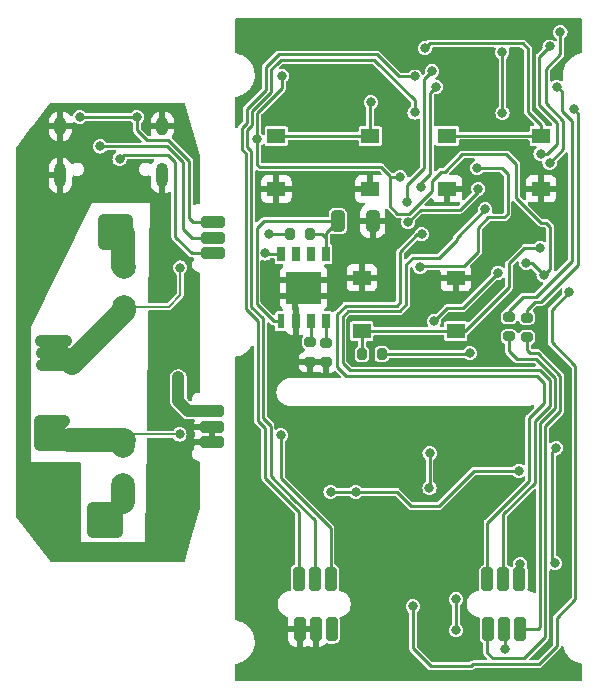
<source format=gbl>
G04 #@! TF.GenerationSoftware,KiCad,Pcbnew,(6.0.0)*
G04 #@! TF.CreationDate,2022-07-15T20:40:48-03:00*
G04 #@! TF.ProjectId,lanterna_bueno,6c616e74-6572-46e6-915f-6275656e6f2e,rev?*
G04 #@! TF.SameCoordinates,Original*
G04 #@! TF.FileFunction,Copper,L2,Bot*
G04 #@! TF.FilePolarity,Positive*
%FSLAX46Y46*%
G04 Gerber Fmt 4.6, Leading zero omitted, Abs format (unit mm)*
G04 Created by KiCad (PCBNEW (6.0.0)) date 2022-07-15 20:40:48*
%MOMM*%
%LPD*%
G01*
G04 APERTURE LIST*
G04 Aperture macros list*
%AMRoundRect*
0 Rectangle with rounded corners*
0 $1 Rounding radius*
0 $2 $3 $4 $5 $6 $7 $8 $9 X,Y pos of 4 corners*
0 Add a 4 corners polygon primitive as box body*
4,1,4,$2,$3,$4,$5,$6,$7,$8,$9,$2,$3,0*
0 Add four circle primitives for the rounded corners*
1,1,$1+$1,$2,$3*
1,1,$1+$1,$4,$5*
1,1,$1+$1,$6,$7*
1,1,$1+$1,$8,$9*
0 Add four rect primitives between the rounded corners*
20,1,$1+$1,$2,$3,$4,$5,0*
20,1,$1+$1,$4,$5,$6,$7,0*
20,1,$1+$1,$6,$7,$8,$9,0*
20,1,$1+$1,$8,$9,$2,$3,0*%
G04 Aperture macros list end*
G04 #@! TA.AperFunction,ComponentPad*
%ADD10O,1.000000X1.600000*%
G04 #@! TD*
G04 #@! TA.AperFunction,ComponentPad*
%ADD11O,1.000000X2.100000*%
G04 #@! TD*
G04 #@! TA.AperFunction,SMDPad,CuDef*
%ADD12RoundRect,0.250000X-0.325000X-0.650000X0.325000X-0.650000X0.325000X0.650000X-0.325000X0.650000X0*%
G04 #@! TD*
G04 #@! TA.AperFunction,SMDPad,CuDef*
%ADD13R,1.550000X1.300000*%
G04 #@! TD*
G04 #@! TA.AperFunction,SMDPad,CuDef*
%ADD14RoundRect,0.250000X-0.750000X0.250000X-0.750000X-0.250000X0.750000X-0.250000X0.750000X0.250000X0*%
G04 #@! TD*
G04 #@! TA.AperFunction,SMDPad,CuDef*
%ADD15RoundRect,0.200000X0.200000X0.275000X-0.200000X0.275000X-0.200000X-0.275000X0.200000X-0.275000X0*%
G04 #@! TD*
G04 #@! TA.AperFunction,SMDPad,CuDef*
%ADD16R,0.650000X1.310000*%
G04 #@! TD*
G04 #@! TA.AperFunction,SMDPad,CuDef*
%ADD17R,0.600000X1.310000*%
G04 #@! TD*
G04 #@! TA.AperFunction,SMDPad,CuDef*
%ADD18R,1.500000X1.325000*%
G04 #@! TD*
G04 #@! TA.AperFunction,SMDPad,CuDef*
%ADD19RoundRect,0.250000X0.250000X0.750000X-0.250000X0.750000X-0.250000X-0.750000X0.250000X-0.750000X0*%
G04 #@! TD*
G04 #@! TA.AperFunction,SMDPad,CuDef*
%ADD20C,2.000000*%
G04 #@! TD*
G04 #@! TA.AperFunction,SMDPad,CuDef*
%ADD21RoundRect,0.200000X0.275000X-0.200000X0.275000X0.200000X-0.275000X0.200000X-0.275000X-0.200000X0*%
G04 #@! TD*
G04 #@! TA.AperFunction,SMDPad,CuDef*
%ADD22RoundRect,0.200000X-0.275000X0.200000X-0.275000X-0.200000X0.275000X-0.200000X0.275000X0.200000X0*%
G04 #@! TD*
G04 #@! TA.AperFunction,SMDPad,CuDef*
%ADD23RoundRect,0.250000X-0.250000X-0.750000X0.250000X-0.750000X0.250000X0.750000X-0.250000X0.750000X0*%
G04 #@! TD*
G04 #@! TA.AperFunction,ViaPad*
%ADD24C,0.800000*%
G04 #@! TD*
G04 #@! TA.AperFunction,Conductor*
%ADD25C,0.250000*%
G04 #@! TD*
G04 #@! TA.AperFunction,Conductor*
%ADD26C,0.200000*%
G04 #@! TD*
G04 #@! TA.AperFunction,Conductor*
%ADD27C,1.000000*%
G04 #@! TD*
G04 #@! TA.AperFunction,Conductor*
%ADD28C,2.000000*%
G04 #@! TD*
G04 APERTURE END LIST*
D10*
X121109000Y-77472000D03*
D11*
X129749000Y-81652000D03*
X121109000Y-81652000D03*
D10*
X129749000Y-77472000D03*
D12*
X144592600Y-85514000D03*
X147542600Y-85514000D03*
D13*
X147341842Y-82801800D03*
X139391842Y-82801800D03*
X139391842Y-78301800D03*
X147341842Y-78301800D03*
D14*
X133986800Y-85563800D03*
X133986800Y-86910000D03*
X133986800Y-88256200D03*
D15*
X142219000Y-86580800D03*
X140569000Y-86580800D03*
D13*
X154580842Y-90316000D03*
X146630842Y-90316000D03*
X154580842Y-94816000D03*
X146630842Y-94816000D03*
D16*
X143603800Y-93997800D03*
X142333800Y-93997800D03*
X141063800Y-93997800D03*
D17*
X139793800Y-93997800D03*
D16*
X139793800Y-88307800D03*
X141063800Y-88307800D03*
X142333800Y-88307800D03*
X143603800Y-88307800D03*
D18*
X140948800Y-90490300D03*
X142448800Y-90490300D03*
X142448800Y-91815300D03*
X140948800Y-91815300D03*
D15*
X148307052Y-96791600D03*
X146657052Y-96791600D03*
D19*
X160012200Y-120058000D03*
X158666000Y-120058000D03*
X157319800Y-120058000D03*
D20*
X126519200Y-92761600D03*
X126519200Y-89389600D03*
D21*
X159072400Y-95279800D03*
X159072400Y-93629800D03*
D20*
X126417600Y-104528000D03*
X126417600Y-107900000D03*
D14*
X133955400Y-101563800D03*
X133955400Y-102910000D03*
X133955400Y-104256200D03*
D22*
X143629200Y-95814200D03*
X143629200Y-97464200D03*
X142257600Y-95763400D03*
X142257600Y-97413400D03*
D19*
X143984800Y-115790800D03*
X142638600Y-115790800D03*
X141292400Y-115790800D03*
D23*
X157269000Y-115841600D03*
X158615200Y-115841600D03*
X159961400Y-115841600D03*
D21*
X160596400Y-95330600D03*
X160596400Y-93680600D03*
D13*
X153855147Y-82779000D03*
X161805147Y-82779000D03*
X161805147Y-78279000D03*
X153855147Y-78279000D03*
D19*
X144063000Y-120077400D03*
X142716800Y-120077400D03*
X141370600Y-120077400D03*
D24*
X138447600Y-88257200D03*
X151554000Y-89425600D03*
X156380000Y-80992800D03*
X158513600Y-71239200D03*
X158532400Y-76370000D03*
X164189900Y-91554901D03*
X150944400Y-118127600D03*
X146118400Y-108424800D03*
X137787200Y-78605200D03*
X159936000Y-106646800D03*
X143984800Y-108424800D03*
X162023099Y-90090299D03*
X139870000Y-73220400D03*
X149877600Y-81805600D03*
X160545600Y-89070000D03*
X151300000Y-87698400D03*
X155973600Y-108374000D03*
X139006400Y-97858400D03*
X152214400Y-87698400D03*
X144696000Y-106900800D03*
X143273600Y-102278000D03*
X147388400Y-87393600D03*
X157142000Y-94251600D03*
X144696000Y-75557200D03*
X157954800Y-95978800D03*
X142460800Y-69664400D03*
X159631200Y-113504800D03*
X152112800Y-102430400D03*
X140784400Y-122293200D03*
X142156000Y-82821600D03*
X143375200Y-69664400D03*
X142359200Y-102278000D03*
X160545600Y-113504800D03*
X157345200Y-96740800D03*
X163238000Y-115943200D03*
X137634800Y-70324800D03*
X151198400Y-102430400D03*
X160545600Y-79824400D03*
X139920800Y-97858400D03*
X158615200Y-123766400D03*
X163238000Y-116857600D03*
X138600000Y-115232000D03*
X150538000Y-72306000D03*
X141698800Y-122293200D03*
X156888000Y-108374000D03*
X155973600Y-93184800D03*
X152519200Y-90238400D03*
X136720400Y-70324800D03*
X163542800Y-110660000D03*
X137685600Y-115232000D03*
X145610400Y-106900800D03*
X161764800Y-95877200D03*
X143070400Y-82821600D03*
X163542800Y-111574400D03*
X153992400Y-113047600D03*
X151503200Y-72306000D03*
X159529600Y-123766400D03*
X143781600Y-75557200D03*
X152357152Y-108120000D03*
X152366800Y-105173600D03*
X155770400Y-96690000D03*
X156481600Y-82770800D03*
X150538000Y-85615600D03*
X152570000Y-72814000D03*
X150436400Y-83939200D03*
X152925600Y-74134800D03*
X151655600Y-82618400D03*
X147388400Y-75455600D03*
X151960400Y-70883600D03*
X161764800Y-79824400D03*
X161714000Y-87800000D03*
X162526800Y-70731200D03*
X162526800Y-80586400D03*
X163441200Y-69512000D03*
X163136400Y-74134800D03*
X164558800Y-76014400D03*
X131192800Y-103572400D03*
X121439200Y-104486800D03*
X120372400Y-103420000D03*
X120372400Y-102404000D03*
X120372400Y-104486800D03*
X121439200Y-103420000D03*
X119356400Y-104486800D03*
X121439200Y-102404000D03*
X119356400Y-102404000D03*
X119356400Y-103420000D03*
X121540800Y-95698400D03*
X120474000Y-97730400D03*
X121540800Y-97730400D03*
X121540800Y-96714400D03*
X131243600Y-89450000D03*
X119508800Y-97730400D03*
X119508800Y-95698400D03*
X119508800Y-96714400D03*
X120474000Y-95698400D03*
X120474000Y-96714400D03*
X125909600Y-111852800D03*
X124842800Y-111852800D03*
X125909600Y-110786000D03*
X125909600Y-109770000D03*
X123877600Y-111852800D03*
X123877600Y-110786000D03*
X123877600Y-109770000D03*
X124842800Y-109770000D03*
X124842800Y-110786000D03*
X125757200Y-85386000D03*
X124792000Y-87418000D03*
X125757200Y-87418000D03*
X126773200Y-85386000D03*
X124792000Y-86402000D03*
X124792000Y-85386000D03*
X126773200Y-86402000D03*
X126773200Y-87418000D03*
X125757200Y-86402000D03*
X154602000Y-117518000D03*
X158615200Y-115841600D03*
X157076300Y-84521498D03*
X154602000Y-120159600D03*
X158716800Y-121785200D03*
X126671600Y-113529200D03*
X130735600Y-94123600D03*
X118848400Y-79544000D03*
X123877600Y-113580000D03*
X131751600Y-96511200D03*
X119204000Y-83100000D03*
X130938800Y-113376800D03*
X117883200Y-105401200D03*
X130532400Y-110735200D03*
X117934000Y-96612800D03*
X118848400Y-80560000D03*
X131700800Y-108195200D03*
X129922800Y-113376800D03*
X130735600Y-96511200D03*
X122861600Y-113580000D03*
X119254800Y-87214800D03*
X117934000Y-95596800D03*
X119305600Y-109719200D03*
X130684800Y-108195200D03*
X131751600Y-94123600D03*
X120270800Y-87214800D03*
X117883200Y-104385200D03*
X118188000Y-83100000D03*
X127687600Y-113529200D03*
X131548400Y-110735200D03*
X120321600Y-109719200D03*
X127586000Y-76699200D03*
X122760000Y-76699200D03*
X126112800Y-80255200D03*
X124487200Y-79188400D03*
X131091200Y-98746400D03*
X151706400Y-86631600D03*
X152722400Y-93997600D03*
X163085600Y-104716400D03*
X162984000Y-114470000D03*
X158158000Y-89882800D03*
X160037600Y-114520800D03*
X151096800Y-76319200D03*
X151096800Y-73271200D03*
X139768400Y-103649600D03*
X138803200Y-86580800D03*
D25*
X156481600Y-88104800D02*
X156481600Y-86072800D01*
X155244911Y-89341489D02*
X156481600Y-88104800D01*
X139793800Y-88307800D02*
X138498200Y-88307800D01*
X156481600Y-86072800D02*
X157345200Y-85209200D01*
X157345200Y-85209200D02*
X158666000Y-85209200D01*
X158462800Y-80992800D02*
X156380000Y-80992800D01*
X151638111Y-89341489D02*
X155244911Y-89341489D01*
X158970800Y-84904400D02*
X158970800Y-81500800D01*
X158666000Y-85209200D02*
X158970800Y-84904400D01*
X138498200Y-88307800D02*
X138447600Y-88257200D01*
X151554000Y-89425600D02*
X151638111Y-89341489D01*
X158970800Y-81500800D02*
X158462800Y-80992800D01*
X163136400Y-119092800D02*
X163136400Y-121531200D01*
X162692511Y-95788911D02*
X164711200Y-97807600D01*
X158532400Y-72846000D02*
X158532400Y-76370000D01*
X158532400Y-72426400D02*
X158532400Y-72846000D01*
X150944400Y-121683600D02*
X150944400Y-118127600D01*
X152468400Y-123207600D02*
X150944400Y-121683600D01*
X164711200Y-97807600D02*
X164711200Y-117518000D01*
X164189900Y-91554901D02*
X162692511Y-93052290D01*
X162692511Y-93052290D02*
X162692511Y-95788911D01*
X163136400Y-121531200D02*
X161625711Y-123041889D01*
X161625711Y-123041889D02*
X156046325Y-123041889D01*
X155880614Y-123207600D02*
X152468400Y-123207600D01*
X156046325Y-123041889D02*
X155880614Y-123207600D01*
X164711200Y-117518000D02*
X163136400Y-119092800D01*
X158532400Y-72846000D02*
X158532400Y-71258000D01*
X158532400Y-71258000D02*
X158513600Y-71239200D01*
X152125141Y-83392741D02*
X152289882Y-83228000D01*
X149000689Y-84254867D02*
X149636911Y-84891089D01*
X137787200Y-76370000D02*
X137787200Y-78605200D01*
X149000689Y-81690689D02*
X149000689Y-81843089D01*
X152125141Y-83392741D02*
X152570000Y-82947882D01*
X162577600Y-89535798D02*
X162023099Y-90090299D01*
X156126000Y-106646800D02*
X153128800Y-109644000D01*
X137990400Y-80942000D02*
X148252000Y-80942000D01*
X153636800Y-81348400D02*
X155110000Y-79875200D01*
X155110000Y-79875200D02*
X158869200Y-79875200D01*
X148252000Y-80942000D02*
X149000689Y-81690689D01*
X149000689Y-81843089D02*
X149000689Y-84254867D01*
X150792000Y-109644000D02*
X149572800Y-108424800D01*
X143984800Y-108424800D02*
X146118400Y-108424800D01*
X159682000Y-83532800D02*
X161815600Y-85666400D01*
X149877600Y-81805600D02*
X149038178Y-81805600D01*
X149636911Y-84891089D02*
X150626793Y-84891089D01*
X160545600Y-89070000D02*
X161002800Y-89070000D01*
X139870000Y-73220400D02*
X139870000Y-74287200D01*
X162577600Y-86022000D02*
X162577600Y-89535798D01*
X153332000Y-81348400D02*
X153636800Y-81348400D01*
X137787200Y-80738800D02*
X137990400Y-80942000D01*
X152570000Y-82947882D02*
X152570000Y-82110400D01*
X161002800Y-89070000D02*
X162023099Y-90090299D01*
X150626793Y-84891089D02*
X152125141Y-83392741D01*
X139870000Y-74287200D02*
X137787200Y-76370000D01*
X159682000Y-80688000D02*
X159682000Y-83532800D01*
X159936000Y-106646800D02*
X156126000Y-106646800D01*
X153128800Y-109644000D02*
X150792000Y-109644000D01*
X162222000Y-85666400D02*
X162577600Y-86022000D01*
X149572800Y-108424800D02*
X146118400Y-108424800D01*
X161815600Y-85666400D02*
X162222000Y-85666400D01*
X149038178Y-81805600D02*
X149000689Y-81843089D01*
X158869200Y-79875200D02*
X159682000Y-80688000D01*
X152570000Y-82110400D02*
X153332000Y-81348400D01*
X137787200Y-78605200D02*
X137787200Y-80738800D01*
X152366800Y-105173600D02*
X152366800Y-108110352D01*
X152366800Y-108110352D02*
X152357152Y-108120000D01*
X148307052Y-96791600D02*
X155668800Y-96791600D01*
X155668800Y-96791600D02*
X155770400Y-96690000D01*
X151604800Y-84548800D02*
X150538000Y-85615600D01*
X156481600Y-82770800D02*
X156481600Y-83024800D01*
X154957600Y-84548800D02*
X151604800Y-84548800D01*
X156481600Y-83024800D02*
X154957600Y-84548800D01*
X151909600Y-73474400D02*
X152570000Y-72814000D01*
X151909600Y-80992800D02*
X151909600Y-73474400D01*
X150436400Y-82466000D02*
X151909600Y-80992800D01*
X150436400Y-83939200D02*
X150436400Y-82466000D01*
X152417600Y-74642800D02*
X152417600Y-81500800D01*
X152925600Y-74134800D02*
X152417600Y-74642800D01*
X151655600Y-82262800D02*
X151655600Y-82618400D01*
X152417600Y-81500800D02*
X151655600Y-82262800D01*
X147341842Y-78301800D02*
X139391842Y-78301800D01*
X147388400Y-75455600D02*
X147341842Y-75502158D01*
X147341842Y-75502158D02*
X147341842Y-78301800D01*
X160698000Y-70934400D02*
X160240800Y-70477200D01*
X153855147Y-78279000D02*
X161805147Y-78279000D01*
X161805147Y-77375547D02*
X160698000Y-76268400D01*
X152366800Y-70477200D02*
X151960400Y-70883600D01*
X160698000Y-76268400D02*
X160698000Y-70934400D01*
X161805147Y-78279000D02*
X161805147Y-77375547D01*
X160240800Y-70477200D02*
X152366800Y-70477200D01*
X146657052Y-96791600D02*
X146657052Y-94842210D01*
X154580842Y-94816000D02*
X146630842Y-94816000D01*
X161663200Y-75709600D02*
X161663200Y-71594800D01*
X159097800Y-91076600D02*
X159097800Y-89095400D01*
X161764800Y-79824400D02*
X162333769Y-79824400D01*
X155358400Y-94816000D02*
X159097800Y-91076600D01*
X154580842Y-94816000D02*
X155358400Y-94816000D01*
X160393200Y-87800000D02*
X161714000Y-87800000D01*
X163136400Y-77182800D02*
X161663200Y-75709600D01*
X163136400Y-79021769D02*
X163136400Y-77182800D01*
X162333769Y-79824400D02*
X163136400Y-79021769D01*
X161663200Y-71594800D02*
X162526800Y-70731200D01*
X159097800Y-89095400D02*
X160393200Y-87800000D01*
X146657052Y-94842210D02*
X146630842Y-94816000D01*
X163695200Y-79418000D02*
X163695200Y-77030400D01*
X162222000Y-72610800D02*
X163441200Y-71391600D01*
X162526800Y-80586400D02*
X163695200Y-79418000D01*
X163695200Y-77030400D02*
X162222000Y-75557200D01*
X163441200Y-71391600D02*
X163441200Y-69512000D01*
X162222000Y-75557200D02*
X162222000Y-72610800D01*
X143629200Y-95814200D02*
X143629200Y-94023200D01*
X143629200Y-94023200D02*
X143603800Y-93997800D01*
X142333800Y-95687200D02*
X142257600Y-95763400D01*
X142333800Y-93997800D02*
X142333800Y-95687200D01*
X138346000Y-85514000D02*
X144592600Y-85514000D01*
X139793800Y-93997800D02*
X139159000Y-93997800D01*
X143273600Y-86580800D02*
X143603800Y-86911000D01*
X137723089Y-86136911D02*
X138346000Y-85514000D01*
X143603800Y-86502800D02*
X144592600Y-85514000D01*
X143603800Y-86911000D02*
X143603800Y-86502800D01*
X143603800Y-86911000D02*
X143603800Y-88307800D01*
X142219000Y-86580800D02*
X143273600Y-86580800D01*
X137723089Y-92561889D02*
X137723089Y-86136911D01*
X139159000Y-93997800D02*
X137723089Y-92561889D01*
X163542800Y-75912800D02*
X163542800Y-76166800D01*
X159072400Y-93629800D02*
X159072400Y-93134000D01*
X161358400Y-91914800D02*
X164419711Y-88853489D01*
X163542800Y-74541200D02*
X163542800Y-75912800D01*
X160291600Y-91914800D02*
X161358400Y-91914800D01*
X164419711Y-77043711D02*
X164419711Y-80802911D01*
X164419711Y-80802911D02*
X164419711Y-81145200D01*
X163136400Y-74134800D02*
X163542800Y-74541200D01*
X159072400Y-93134000D02*
X160291600Y-91914800D01*
X163542800Y-76166800D02*
X164304800Y-76928800D01*
X164304800Y-76928800D02*
X164419711Y-77043711D01*
X164419711Y-88853489D02*
X164419711Y-80802911D01*
X160596400Y-93032400D02*
X161256800Y-92372000D01*
X160596400Y-93680600D02*
X160596400Y-93032400D01*
X164965200Y-89222400D02*
X162298200Y-91889400D01*
X162298200Y-91889400D02*
X161815600Y-92372000D01*
X162298200Y-91889400D02*
X162069600Y-92118000D01*
X161815600Y-92372000D02*
X161714000Y-92372000D01*
X161256800Y-92372000D02*
X161714000Y-92372000D01*
X164965200Y-76420800D02*
X164965200Y-89222400D01*
X164558800Y-76014400D02*
X164965200Y-76420800D01*
D26*
X131192800Y-103572400D02*
X127373200Y-103572400D01*
X127373200Y-103572400D02*
X126417600Y-104528000D01*
X126417600Y-104528000D02*
X126417600Y-104080400D01*
D27*
X119356400Y-104486800D02*
X119356400Y-102404000D01*
D28*
X126468400Y-104029600D02*
X121845600Y-104029600D01*
D27*
X120372400Y-103420000D02*
X119356400Y-103420000D01*
X121439200Y-102404000D02*
X119356400Y-104486800D01*
D26*
X126417600Y-104080400D02*
X126468400Y-104029600D01*
D27*
X119356400Y-104486800D02*
X121439200Y-104486800D01*
X121439200Y-104486800D02*
X119356400Y-102404000D01*
X119356400Y-102404000D02*
X121439200Y-102404000D01*
X121591600Y-96714400D02*
X119559600Y-96714400D01*
X119508800Y-95698400D02*
X121540800Y-95698400D01*
X121540800Y-97730400D02*
X119508800Y-97730400D01*
D26*
X131243600Y-91786800D02*
X130268800Y-92761600D01*
X131243600Y-89450000D02*
X131243600Y-91786800D01*
D27*
X121490000Y-95698400D02*
X119458000Y-95698400D01*
X121540800Y-96714400D02*
X119508800Y-96714400D01*
D28*
X126468400Y-93126800D02*
X122068000Y-97527200D01*
D26*
X130268800Y-92761600D02*
X126519200Y-92761600D01*
X122068000Y-97527200D02*
X120423200Y-97527200D01*
D27*
X123877600Y-109770000D02*
X125909600Y-109770000D01*
X125909600Y-109770000D02*
X125909600Y-111852800D01*
X123877600Y-111852800D02*
X123877600Y-109770000D01*
D26*
X126417600Y-109312800D02*
X125757200Y-109973200D01*
D27*
X123877600Y-111852800D02*
X125909600Y-111852800D01*
X123877600Y-110786000D02*
X125909600Y-110786000D01*
X124842800Y-109770000D02*
X124842800Y-111852800D01*
D28*
X126417600Y-107909600D02*
X126417600Y-109312800D01*
D27*
X124792000Y-85386000D02*
X126773200Y-85386000D01*
X124792000Y-87418000D02*
X124792000Y-85386000D01*
X126773200Y-86402000D02*
X124792000Y-86402000D01*
D26*
X126417600Y-86554400D02*
X126214400Y-86351200D01*
D27*
X126773200Y-87418000D02*
X124792000Y-87418000D01*
X126773200Y-85386000D02*
X126773200Y-87418000D01*
X125757200Y-87418000D02*
X125757200Y-85386000D01*
D28*
X126417600Y-89348400D02*
X126417600Y-86554400D01*
D25*
X162526800Y-98984614D02*
X162526800Y-101160400D01*
X145465680Y-93126320D02*
X144993120Y-93598880D01*
X154681600Y-86936400D02*
X154681600Y-87110800D01*
X161249120Y-107696598D02*
X158615200Y-110330518D01*
X151300000Y-88612800D02*
X151096800Y-88612800D01*
X153382800Y-88409600D02*
X153179600Y-88612800D01*
X158615200Y-110330518D02*
X158615200Y-115841600D01*
X150385600Y-89171600D02*
X150385600Y-92575200D01*
X154681600Y-86916198D02*
X157076300Y-84521498D01*
X161249120Y-102438080D02*
X161249120Y-107696598D01*
X150385600Y-92575200D02*
X149834480Y-93126320D01*
X161705386Y-98163200D02*
X162526800Y-98984614D01*
X162526800Y-101160400D02*
X161249120Y-102438080D01*
X145610400Y-98163200D02*
X161705386Y-98163200D01*
X144993120Y-93598880D02*
X144993120Y-97545920D01*
X151300000Y-88612800D02*
X150944400Y-88612800D01*
X154602000Y-117518000D02*
X154602000Y-120159600D01*
X154681600Y-87110800D02*
X153382800Y-88409600D01*
X153179600Y-88612800D02*
X151300000Y-88612800D01*
X154681600Y-86936400D02*
X154681600Y-86916198D01*
X144993120Y-97545920D02*
X145610400Y-98163200D01*
X149834480Y-93126320D02*
X145465680Y-93126320D01*
X150944400Y-88612800D02*
X150385600Y-89171600D01*
X158716800Y-121785200D02*
X158716800Y-120108800D01*
X158716800Y-120108800D02*
X158666000Y-120058000D01*
X133955400Y-102910000D02*
X133955400Y-104256200D01*
X130227600Y-78629600D02*
X132005600Y-80407600D01*
X127586000Y-76699200D02*
X127586000Y-77816800D01*
X132005600Y-80407600D02*
X132005600Y-85233600D01*
X132005600Y-85233600D02*
X132361200Y-85589200D01*
X132361200Y-85589200D02*
X133961400Y-85589200D01*
X128398800Y-78629600D02*
X130227600Y-78629600D01*
X127586000Y-76699200D02*
X122760000Y-76699200D01*
X127586000Y-77816800D02*
X128398800Y-78629600D01*
X133961400Y-85589200D02*
X133986800Y-85563800D01*
X132234200Y-88256200D02*
X133986800Y-88256200D01*
X130837200Y-80535318D02*
X130837200Y-86859200D01*
X126112800Y-80255200D02*
X126468400Y-79899600D01*
X130837200Y-86859200D02*
X132234200Y-88256200D01*
X126468400Y-79899600D02*
X130201482Y-79899600D01*
X130201482Y-79899600D02*
X130837200Y-80535318D01*
X124487200Y-79188400D02*
X130126000Y-79188400D01*
X132208800Y-86910000D02*
X133986800Y-86910000D01*
X131446800Y-86148000D02*
X132208800Y-86910000D01*
X131446800Y-80509200D02*
X131446800Y-86148000D01*
X130126000Y-79188400D02*
X131446800Y-80509200D01*
D27*
X133955400Y-101563800D02*
X131876600Y-101563800D01*
X131876600Y-101563800D02*
X131243600Y-100930800D01*
X131243600Y-100930800D02*
X131091200Y-100778400D01*
X131091200Y-100778400D02*
X131091200Y-98746400D01*
D25*
X149572800Y-92676800D02*
X149877600Y-92372000D01*
X149877600Y-92372000D02*
X149877600Y-88096186D01*
X162069600Y-99230000D02*
X161460000Y-98620400D01*
X157269000Y-115841600D02*
X157269000Y-111041000D01*
X144543600Y-97858400D02*
X144543600Y-93388000D01*
X160799600Y-107510400D02*
X160799600Y-102176400D01*
X145305600Y-98620400D02*
X144543600Y-97858400D01*
X160799600Y-102176400D02*
X162069600Y-100906400D01*
X157269000Y-111041000D02*
X160799600Y-107510400D01*
X161460000Y-98620400D02*
X145305600Y-98620400D01*
X145254800Y-92676800D02*
X149572800Y-92676800D01*
X151342186Y-86631600D02*
X151706400Y-86631600D01*
X144543600Y-93388000D02*
X145254800Y-92676800D01*
X149877600Y-88096186D02*
X151342186Y-86631600D01*
X162069600Y-100906400D02*
X162069600Y-99230000D01*
X163085600Y-104716400D02*
X162730000Y-105072000D01*
X162730000Y-105072000D02*
X162730000Y-114216000D01*
X162730000Y-114216000D02*
X162984000Y-114470000D01*
X158158000Y-89882800D02*
X155160800Y-92880000D01*
X154043200Y-92880000D02*
X153840000Y-92880000D01*
X160037600Y-114520800D02*
X160037600Y-115765400D01*
X160037600Y-115765400D02*
X159961400Y-115841600D01*
X153840000Y-92880000D02*
X152722400Y-93997600D01*
X155160800Y-92880000D02*
X154043200Y-92880000D01*
X162976320Y-98798417D02*
X161375904Y-97198000D01*
X162976320Y-101346597D02*
X162976320Y-98798417D01*
X161727059Y-119841741D02*
X161727059Y-102595859D01*
X159732800Y-97198000D02*
X159072400Y-96537600D01*
X159072400Y-96537600D02*
X159072400Y-95279800D01*
X160012200Y-120058000D02*
X161510800Y-120058000D01*
X161727059Y-102595859D02*
X162976320Y-101346597D01*
X161510800Y-120058000D02*
X161727059Y-119841741D01*
X161375904Y-97198000D02*
X159732800Y-97198000D01*
X163425840Y-98612220D02*
X163425840Y-101582160D01*
X157243600Y-120134200D02*
X157319800Y-120058000D01*
X160850400Y-96690000D02*
X161503622Y-96690000D01*
X160342400Y-122547200D02*
X157700800Y-122547200D01*
X163425840Y-101582160D02*
X162176579Y-102831421D01*
X157243600Y-122090000D02*
X157243600Y-120134200D01*
X160596400Y-96436000D02*
X160850400Y-96690000D01*
X161503622Y-96690000D02*
X163425840Y-98612220D01*
X162176579Y-120713021D02*
X160342400Y-122547200D01*
X157700800Y-122547200D02*
X157243600Y-122090000D01*
X160596400Y-95330600D02*
X160596400Y-96436000D01*
X162176579Y-102831421D02*
X162176579Y-120713021D01*
X137273569Y-79615569D02*
X136923600Y-79265600D01*
X140923741Y-109098259D02*
X138904800Y-107079318D01*
X136923600Y-79265600D02*
X136923600Y-77792400D01*
X137337680Y-76183802D02*
X137672541Y-75848941D01*
X137273569Y-92748086D02*
X137273569Y-91203600D01*
X138955600Y-72661600D02*
X139412800Y-72204400D01*
X138904800Y-102836800D02*
X138281889Y-102213889D01*
X151096800Y-75252400D02*
X151096800Y-76319200D01*
X138904800Y-107079318D02*
X138904800Y-102836800D01*
X142638600Y-110813118D02*
X140923741Y-109098259D01*
X137076000Y-77640000D02*
X137337680Y-77378320D01*
X147693200Y-71848800D02*
X151096800Y-75252400D01*
X138955600Y-74565882D02*
X138955600Y-73220400D01*
X136923600Y-77792400D02*
X137076000Y-77640000D01*
X142638600Y-115790800D02*
X142638600Y-110813118D01*
X137273569Y-91203600D02*
X137273569Y-79615569D01*
X137672541Y-75848941D02*
X138955600Y-74565882D01*
X139768400Y-71848800D02*
X147693200Y-71848800D01*
X138281889Y-93756407D02*
X137273569Y-92748086D01*
X138955600Y-73220400D02*
X138955600Y-72661600D01*
X139412800Y-72204400D02*
X139768400Y-71848800D01*
X137337680Y-77378320D02*
X137337680Y-76370000D01*
X138281889Y-102213889D02*
X138281889Y-93756407D01*
X137337680Y-76370000D02*
X137337680Y-76183802D01*
X147879398Y-71399280D02*
X139582202Y-71399280D01*
X136824049Y-79801766D02*
X136824049Y-92934283D01*
X138506080Y-74379684D02*
X136888160Y-75997605D01*
X138506080Y-72475403D02*
X138506080Y-74379684D01*
X137832369Y-93942603D02*
X137832369Y-102400087D01*
X138455280Y-103022998D02*
X138455280Y-107265516D01*
X137832369Y-102400087D02*
X138455280Y-103022998D01*
X136474080Y-79451797D02*
X136824049Y-79801766D01*
X151096800Y-73271200D02*
X149751318Y-73271200D01*
X149751318Y-73271200D02*
X147879398Y-71399280D01*
X136888160Y-77192122D02*
X136474080Y-77606203D01*
X141292400Y-110102636D02*
X141292400Y-115790800D01*
X139582202Y-71399280D02*
X138506080Y-72475403D01*
X138455280Y-107265516D02*
X141292400Y-110102636D01*
X136474080Y-77606203D02*
X136474080Y-79451797D01*
X136824049Y-92934283D02*
X137832369Y-93942603D01*
X136888160Y-75997605D02*
X136888160Y-77192122D01*
X143984800Y-115790800D02*
X143984800Y-111523600D01*
X139768400Y-107307200D02*
X139768400Y-103649600D01*
X143984800Y-111523600D02*
X139768400Y-107307200D01*
X140569000Y-86580800D02*
X138803200Y-86580800D01*
G04 #@! TA.AperFunction,Conductor*
G36*
X156157791Y-80220702D02*
G01*
X156204284Y-80274358D01*
X156214388Y-80344632D01*
X156184894Y-80409212D01*
X156137888Y-80443109D01*
X156084789Y-80465103D01*
X156084786Y-80465105D01*
X156077159Y-80468264D01*
X155951718Y-80564518D01*
X155855464Y-80689959D01*
X155794956Y-80836038D01*
X155793878Y-80844226D01*
X155792068Y-80857973D01*
X155774318Y-80992800D01*
X155775396Y-81000988D01*
X155792156Y-81128290D01*
X155794956Y-81149562D01*
X155855464Y-81295641D01*
X155951718Y-81421082D01*
X156077159Y-81517336D01*
X156223238Y-81577844D01*
X156380000Y-81598482D01*
X156388188Y-81597404D01*
X156528574Y-81578922D01*
X156536762Y-81577844D01*
X156682841Y-81517336D01*
X156808282Y-81421082D01*
X156849323Y-81367596D01*
X156906661Y-81325729D01*
X156949286Y-81318300D01*
X158275783Y-81318300D01*
X158343904Y-81338302D01*
X158364879Y-81355205D01*
X158608396Y-81598723D01*
X158642421Y-81661035D01*
X158645300Y-81687818D01*
X158645300Y-84717382D01*
X158625298Y-84785503D01*
X158608397Y-84806476D01*
X158568080Y-84846794D01*
X158505768Y-84880820D01*
X158478983Y-84883700D01*
X157764820Y-84883700D01*
X157696699Y-84863698D01*
X157650206Y-84810042D01*
X157640102Y-84739768D01*
X157648412Y-84709481D01*
X157658183Y-84685893D01*
X157658184Y-84685888D01*
X157661344Y-84678260D01*
X157681982Y-84521498D01*
X157661344Y-84364736D01*
X157600836Y-84218657D01*
X157530079Y-84126445D01*
X157509605Y-84099762D01*
X157504582Y-84093216D01*
X157379141Y-83996962D01*
X157233062Y-83936454D01*
X157076300Y-83915816D01*
X156919538Y-83936454D01*
X156773459Y-83996962D01*
X156648018Y-84093216D01*
X156642995Y-84099762D01*
X156622521Y-84126445D01*
X156551764Y-84218657D01*
X156491256Y-84364736D01*
X156470618Y-84521498D01*
X156473790Y-84545587D01*
X156479418Y-84588338D01*
X156468479Y-84658487D01*
X156443591Y-84693880D01*
X154465384Y-86672088D01*
X154457281Y-86679514D01*
X154428406Y-86703743D01*
X154422893Y-86713292D01*
X154409561Y-86736383D01*
X154403655Y-86745654D01*
X154382046Y-86776514D01*
X154379192Y-86787164D01*
X154377715Y-86790332D01*
X154376523Y-86793608D01*
X154371012Y-86803153D01*
X154366542Y-86828505D01*
X154364470Y-86840256D01*
X154362092Y-86850983D01*
X154352336Y-86887391D01*
X154354645Y-86913777D01*
X154340658Y-86983380D01*
X154318220Y-87013854D01*
X153172781Y-88159293D01*
X153172771Y-88159302D01*
X153110338Y-88221736D01*
X153081679Y-88250395D01*
X153019367Y-88284420D01*
X152992583Y-88287300D01*
X150964111Y-88287300D01*
X150953129Y-88286820D01*
X150926579Y-88284497D01*
X150926578Y-88284497D01*
X150915594Y-88283536D01*
X150904943Y-88286390D01*
X150904942Y-88286390D01*
X150879192Y-88293289D01*
X150868465Y-88295667D01*
X150842215Y-88300296D01*
X150842210Y-88300298D01*
X150831355Y-88302212D01*
X150821807Y-88307725D01*
X150818531Y-88308917D01*
X150815369Y-88310391D01*
X150804716Y-88313246D01*
X150795685Y-88319570D01*
X150773856Y-88334855D01*
X150764585Y-88340761D01*
X150750480Y-88348905D01*
X150731945Y-88359606D01*
X150724859Y-88368051D01*
X150707715Y-88388482D01*
X150700289Y-88396585D01*
X150418195Y-88678679D01*
X150355883Y-88712705D01*
X150285068Y-88707640D01*
X150228232Y-88665093D01*
X150203421Y-88598573D01*
X150203100Y-88589584D01*
X150203100Y-88283202D01*
X150223102Y-88215081D01*
X150240005Y-88194107D01*
X151256367Y-87177746D01*
X151318679Y-87143720D01*
X151389495Y-87148785D01*
X151401115Y-87154260D01*
X151403559Y-87156136D01*
X151411185Y-87159295D01*
X151411187Y-87159296D01*
X151477448Y-87186742D01*
X151549638Y-87216644D01*
X151706400Y-87237282D01*
X151714588Y-87236204D01*
X151854974Y-87217722D01*
X151863162Y-87216644D01*
X152009241Y-87156136D01*
X152134682Y-87059882D01*
X152230936Y-86934441D01*
X152291444Y-86788362D01*
X152312082Y-86631600D01*
X152291444Y-86474838D01*
X152230936Y-86328759D01*
X152147182Y-86219608D01*
X152139705Y-86209864D01*
X152134682Y-86203318D01*
X152126742Y-86197225D01*
X152077009Y-86159064D01*
X152009241Y-86107064D01*
X151863162Y-86046556D01*
X151706400Y-86025918D01*
X151549638Y-86046556D01*
X151403559Y-86107064D01*
X151335791Y-86159064D01*
X151286059Y-86197225D01*
X151278118Y-86203318D01*
X151273095Y-86209864D01*
X151265618Y-86219608D01*
X151181864Y-86328759D01*
X151181281Y-86330166D01*
X151146771Y-86364677D01*
X151147721Y-86365809D01*
X151139275Y-86372896D01*
X151129731Y-86378406D01*
X151122648Y-86386847D01*
X151122647Y-86386848D01*
X151105506Y-86407276D01*
X151098080Y-86415379D01*
X149661384Y-87852076D01*
X149653281Y-87859502D01*
X149624406Y-87883731D01*
X149618893Y-87893280D01*
X149605561Y-87916371D01*
X149599655Y-87925642D01*
X149578046Y-87956502D01*
X149575192Y-87967152D01*
X149573715Y-87970320D01*
X149572523Y-87973596D01*
X149567012Y-87983141D01*
X149562827Y-88006878D01*
X149560470Y-88020244D01*
X149558092Y-88030971D01*
X149548336Y-88067379D01*
X149549297Y-88078364D01*
X149549297Y-88078366D01*
X149551620Y-88104914D01*
X149552100Y-88115896D01*
X149552100Y-92184982D01*
X149532098Y-92253103D01*
X149515197Y-92274076D01*
X149474880Y-92314394D01*
X149412568Y-92348420D01*
X149385783Y-92351300D01*
X145274510Y-92351300D01*
X145263528Y-92350820D01*
X145236980Y-92348497D01*
X145236978Y-92348497D01*
X145225993Y-92347536D01*
X145189585Y-92357292D01*
X145178858Y-92359670D01*
X145175499Y-92360262D01*
X145141755Y-92366212D01*
X145132210Y-92371723D01*
X145128934Y-92372915D01*
X145125766Y-92374392D01*
X145115116Y-92377246D01*
X145084256Y-92398855D01*
X145074985Y-92404761D01*
X145051894Y-92418093D01*
X145042345Y-92423606D01*
X145018115Y-92452482D01*
X145010689Y-92460585D01*
X144327385Y-93143889D01*
X144319281Y-93151316D01*
X144314817Y-93155062D01*
X144290406Y-93175545D01*
X144284893Y-93185094D01*
X144283500Y-93187506D01*
X144280341Y-93190518D01*
X144277808Y-93193537D01*
X144277471Y-93193254D01*
X144232118Y-93236500D01*
X144162405Y-93249938D01*
X144096494Y-93223552D01*
X144085285Y-93213603D01*
X144080243Y-93208561D01*
X144073352Y-93198248D01*
X144007031Y-93153933D01*
X143994862Y-93151512D01*
X143994861Y-93151512D01*
X143954616Y-93143507D01*
X143948548Y-93142300D01*
X143537503Y-93142300D01*
X143469382Y-93122298D01*
X143422889Y-93068642D01*
X143412785Y-92998368D01*
X143442279Y-92933788D01*
X143461938Y-92915474D01*
X143554524Y-92846085D01*
X143567085Y-92833524D01*
X143643586Y-92731449D01*
X143652124Y-92715854D01*
X143697278Y-92595406D01*
X143700905Y-92580151D01*
X143706431Y-92529286D01*
X143706800Y-92522472D01*
X143706800Y-92087415D01*
X143702325Y-92072176D01*
X143700935Y-92070971D01*
X143693252Y-92069300D01*
X141220915Y-92069300D01*
X141205676Y-92073775D01*
X141204471Y-92075165D01*
X141202800Y-92082848D01*
X141202800Y-92776685D01*
X141207275Y-92791924D01*
X141208665Y-92793129D01*
X141218582Y-92795286D01*
X141280895Y-92829311D01*
X141314920Y-92891623D01*
X141317800Y-92918407D01*
X141317800Y-95142684D01*
X141322275Y-95157923D01*
X141323665Y-95159128D01*
X141331348Y-95160799D01*
X141433469Y-95160799D01*
X141440290Y-95160429D01*
X141491152Y-95154905D01*
X141510585Y-95150285D01*
X141581485Y-95153988D01*
X141639128Y-95195435D01*
X141665212Y-95261466D01*
X141651996Y-95330070D01*
X141596954Y-95438096D01*
X141582100Y-95531881D01*
X141582101Y-95994918D01*
X141582876Y-95999811D01*
X141582876Y-95999812D01*
X141591433Y-96053841D01*
X141596954Y-96088704D01*
X141601457Y-96097541D01*
X141601457Y-96097542D01*
X141611308Y-96116875D01*
X141654550Y-96201742D01*
X141744258Y-96291450D01*
X141753088Y-96295949D01*
X141753092Y-96295952D01*
X141778613Y-96308955D01*
X141830229Y-96357703D01*
X141847295Y-96426617D01*
X141824395Y-96493819D01*
X141768797Y-96537972D01*
X141759090Y-96541456D01*
X141696357Y-96561115D01*
X141682612Y-96567321D01*
X141549026Y-96648224D01*
X141537157Y-96657531D01*
X141426731Y-96767957D01*
X141417424Y-96779826D01*
X141336521Y-96913412D01*
X141330315Y-96927157D01*
X141283344Y-97077044D01*
X141280731Y-97090094D01*
X141275687Y-97144986D01*
X141279075Y-97156524D01*
X141280465Y-97157729D01*
X141288148Y-97159400D01*
X143182772Y-97159400D01*
X143250893Y-97179402D01*
X143265285Y-97190176D01*
X143286465Y-97208529D01*
X143294148Y-97210200D01*
X143757200Y-97210200D01*
X143825321Y-97230202D01*
X143871814Y-97283858D01*
X143883200Y-97336200D01*
X143883200Y-98354084D01*
X143887675Y-98369323D01*
X143889065Y-98370528D01*
X143896748Y-98372199D01*
X143957905Y-98372199D01*
X143963654Y-98371936D01*
X144027515Y-98366068D01*
X144040551Y-98363457D01*
X144190443Y-98316485D01*
X144204192Y-98310277D01*
X144325811Y-98236622D01*
X144394440Y-98218443D01*
X144462004Y-98240253D01*
X144480177Y-98255303D01*
X144801979Y-98577105D01*
X144836005Y-98639417D01*
X144830940Y-98710232D01*
X144788393Y-98767068D01*
X144721873Y-98791879D01*
X144712884Y-98792200D01*
X140643152Y-98792200D01*
X140614703Y-98788946D01*
X140613515Y-98788671D01*
X140606556Y-98787058D01*
X140605840Y-98787057D01*
X140603193Y-98787661D01*
X140601817Y-98787419D01*
X140601865Y-98787964D01*
X140396668Y-98805918D01*
X140391354Y-98807342D01*
X140391348Y-98807343D01*
X140204387Y-98857442D01*
X140193851Y-98860265D01*
X140188864Y-98862591D01*
X140188860Y-98862592D01*
X140105988Y-98901237D01*
X140003553Y-98949004D01*
X139831555Y-99069439D01*
X139683084Y-99217912D01*
X139562650Y-99389911D01*
X139560329Y-99394889D01*
X139560327Y-99394892D01*
X139526420Y-99467606D01*
X139473912Y-99580211D01*
X139419568Y-99783028D01*
X139401268Y-99992200D01*
X139419568Y-100201372D01*
X139473912Y-100404189D01*
X139476235Y-100409170D01*
X139476235Y-100409171D01*
X139535546Y-100536363D01*
X139562650Y-100594489D01*
X139683084Y-100766488D01*
X139831555Y-100914961D01*
X140003553Y-101035396D01*
X140105988Y-101083163D01*
X140188860Y-101121808D01*
X140188864Y-101121809D01*
X140193851Y-101124135D01*
X140199169Y-101125560D01*
X140391348Y-101177057D01*
X140391354Y-101177058D01*
X140396668Y-101178482D01*
X140553450Y-101192200D01*
X140600823Y-101196345D01*
X140600781Y-101196826D01*
X140602204Y-101196665D01*
X140605124Y-101197342D01*
X140605840Y-101197343D01*
X140612784Y-101195759D01*
X140612785Y-101195759D01*
X140614554Y-101195356D01*
X140642576Y-101192200D01*
X160568527Y-101192200D01*
X160596979Y-101195454D01*
X160605124Y-101197342D01*
X160605840Y-101197343D01*
X160608485Y-101196739D01*
X160609863Y-101196982D01*
X160609815Y-101196436D01*
X160622161Y-101195356D01*
X160815015Y-101178486D01*
X160820327Y-101177063D01*
X160820331Y-101177062D01*
X161012522Y-101125566D01*
X161012526Y-101125564D01*
X161017835Y-101124142D01*
X161070418Y-101099623D01*
X161140607Y-101088962D01*
X161205419Y-101117942D01*
X161244276Y-101177362D01*
X161244839Y-101248356D01*
X161212762Y-101302912D01*
X160583373Y-101932301D01*
X160575281Y-101939716D01*
X160546406Y-101963945D01*
X160540893Y-101973494D01*
X160527561Y-101996585D01*
X160521655Y-102005856D01*
X160500046Y-102036716D01*
X160497192Y-102047366D01*
X160495715Y-102050534D01*
X160494523Y-102053810D01*
X160489012Y-102063355D01*
X160483062Y-102097099D01*
X160482470Y-102100458D01*
X160480092Y-102111185D01*
X160470336Y-102147593D01*
X160471297Y-102158578D01*
X160471297Y-102158580D01*
X160473620Y-102185128D01*
X160474100Y-102196110D01*
X160474100Y-106047281D01*
X160454098Y-106115402D01*
X160400442Y-106161895D01*
X160330168Y-106171999D01*
X160271397Y-106147244D01*
X160245396Y-106127293D01*
X160245392Y-106127291D01*
X160238841Y-106122264D01*
X160092762Y-106061756D01*
X159936000Y-106041118D01*
X159779238Y-106061756D01*
X159633159Y-106122264D01*
X159507718Y-106218518D01*
X159502695Y-106225064D01*
X159466677Y-106272004D01*
X159409339Y-106313871D01*
X159366714Y-106321300D01*
X156145710Y-106321300D01*
X156134728Y-106320820D01*
X156108180Y-106318497D01*
X156108178Y-106318497D01*
X156097193Y-106317536D01*
X156060785Y-106327292D01*
X156050058Y-106329670D01*
X156046699Y-106330262D01*
X156012955Y-106336212D01*
X156003410Y-106341723D01*
X156000134Y-106342915D01*
X155996966Y-106344392D01*
X155986316Y-106347246D01*
X155977285Y-106353570D01*
X155955456Y-106368855D01*
X155946185Y-106374761D01*
X155923094Y-106388093D01*
X155913545Y-106393606D01*
X155906459Y-106402051D01*
X155889315Y-106422482D01*
X155881889Y-106430585D01*
X153030879Y-109281595D01*
X152968567Y-109315621D01*
X152941784Y-109318500D01*
X150979017Y-109318500D01*
X150910896Y-109298498D01*
X150889922Y-109281595D01*
X149816910Y-108208584D01*
X149809483Y-108200480D01*
X149785255Y-108171606D01*
X149775706Y-108166093D01*
X149752615Y-108152761D01*
X149743344Y-108146855D01*
X149721515Y-108131570D01*
X149712484Y-108125246D01*
X149701834Y-108122392D01*
X149698666Y-108120915D01*
X149696151Y-108120000D01*
X151751470Y-108120000D01*
X151772108Y-108276762D01*
X151832616Y-108422841D01*
X151928870Y-108548282D01*
X152054311Y-108644536D01*
X152200390Y-108705044D01*
X152357152Y-108725682D01*
X152365340Y-108724604D01*
X152505726Y-108706122D01*
X152513914Y-108705044D01*
X152659993Y-108644536D01*
X152785434Y-108548282D01*
X152881688Y-108422841D01*
X152942196Y-108276762D01*
X152962834Y-108120000D01*
X152942196Y-107963238D01*
X152881688Y-107817159D01*
X152785434Y-107691718D01*
X152741596Y-107658080D01*
X152699729Y-107600742D01*
X152692300Y-107558117D01*
X152692300Y-105742886D01*
X152712302Y-105674765D01*
X152741596Y-105642923D01*
X152788536Y-105606905D01*
X152795082Y-105601882D01*
X152891336Y-105476441D01*
X152951844Y-105330362D01*
X152972482Y-105173600D01*
X152951844Y-105016838D01*
X152891336Y-104870759D01*
X152795082Y-104745318D01*
X152669641Y-104649064D01*
X152523562Y-104588556D01*
X152366800Y-104567918D01*
X152210038Y-104588556D01*
X152063959Y-104649064D01*
X151938518Y-104745318D01*
X151842264Y-104870759D01*
X151781756Y-105016838D01*
X151761118Y-105173600D01*
X151781756Y-105330362D01*
X151842264Y-105476441D01*
X151938518Y-105601882D01*
X151945064Y-105606905D01*
X151992004Y-105642923D01*
X152033871Y-105700261D01*
X152041300Y-105742886D01*
X152041300Y-107543311D01*
X152021298Y-107611432D01*
X151992004Y-107643274D01*
X151928870Y-107691718D01*
X151832616Y-107817159D01*
X151772108Y-107963238D01*
X151751470Y-108120000D01*
X149696151Y-108120000D01*
X149695390Y-108119723D01*
X149685845Y-108114212D01*
X149652101Y-108108262D01*
X149648742Y-108107670D01*
X149638015Y-108105292D01*
X149601607Y-108095536D01*
X149590622Y-108096497D01*
X149590620Y-108096497D01*
X149564072Y-108098820D01*
X149553090Y-108099300D01*
X146687686Y-108099300D01*
X146619565Y-108079298D01*
X146587723Y-108050004D01*
X146551705Y-108003064D01*
X146546682Y-107996518D01*
X146421241Y-107900264D01*
X146275162Y-107839756D01*
X146118400Y-107819118D01*
X145961638Y-107839756D01*
X145815559Y-107900264D01*
X145690118Y-107996518D01*
X145685095Y-108003064D01*
X145649077Y-108050004D01*
X145591739Y-108091871D01*
X145549114Y-108099300D01*
X144554086Y-108099300D01*
X144485965Y-108079298D01*
X144454123Y-108050004D01*
X144418105Y-108003064D01*
X144413082Y-107996518D01*
X144287641Y-107900264D01*
X144141562Y-107839756D01*
X143984800Y-107819118D01*
X143828038Y-107839756D01*
X143681959Y-107900264D01*
X143556518Y-107996518D01*
X143460264Y-108121959D01*
X143399756Y-108268038D01*
X143379118Y-108424800D01*
X143399756Y-108581562D01*
X143460264Y-108727641D01*
X143556518Y-108853082D01*
X143681959Y-108949336D01*
X143828038Y-109009844D01*
X143984800Y-109030482D01*
X143992988Y-109029404D01*
X144133374Y-109010922D01*
X144141562Y-109009844D01*
X144287641Y-108949336D01*
X144413082Y-108853082D01*
X144454123Y-108799596D01*
X144511461Y-108757729D01*
X144554086Y-108750300D01*
X145549114Y-108750300D01*
X145617235Y-108770302D01*
X145649077Y-108799596D01*
X145690118Y-108853082D01*
X145815559Y-108949336D01*
X145961638Y-109009844D01*
X146118400Y-109030482D01*
X146126588Y-109029404D01*
X146266974Y-109010922D01*
X146275162Y-109009844D01*
X146421241Y-108949336D01*
X146546682Y-108853082D01*
X146587723Y-108799596D01*
X146645061Y-108757729D01*
X146687686Y-108750300D01*
X149385784Y-108750300D01*
X149453905Y-108770302D01*
X149474879Y-108787205D01*
X150445435Y-109757762D01*
X150547895Y-109860222D01*
X150555315Y-109868318D01*
X150579545Y-109897194D01*
X150589088Y-109902704D01*
X150589092Y-109902707D01*
X150612179Y-109916036D01*
X150621448Y-109921940D01*
X150652316Y-109943554D01*
X150662964Y-109946407D01*
X150666135Y-109947886D01*
X150669411Y-109949078D01*
X150678955Y-109954588D01*
X150716076Y-109961134D01*
X150726783Y-109963508D01*
X150763193Y-109973263D01*
X150774168Y-109972303D01*
X150774170Y-109972303D01*
X150800731Y-109969979D01*
X150811712Y-109969500D01*
X153109090Y-109969500D01*
X153120072Y-109969980D01*
X153146620Y-109972303D01*
X153146622Y-109972303D01*
X153157607Y-109973264D01*
X153194015Y-109963508D01*
X153204742Y-109961130D01*
X153208101Y-109960538D01*
X153241845Y-109954588D01*
X153251390Y-109949077D01*
X153254666Y-109947885D01*
X153257834Y-109946408D01*
X153268484Y-109943554D01*
X153299350Y-109921941D01*
X153308615Y-109916039D01*
X153331706Y-109902707D01*
X153341255Y-109897194D01*
X153365485Y-109868317D01*
X153372911Y-109860215D01*
X156223921Y-107009205D01*
X156286233Y-106975179D01*
X156313016Y-106972300D01*
X159366714Y-106972300D01*
X159434835Y-106992302D01*
X159466677Y-107021596D01*
X159507718Y-107075082D01*
X159633159Y-107171336D01*
X159779238Y-107231844D01*
X159936000Y-107252482D01*
X159944188Y-107251404D01*
X159986710Y-107245806D01*
X160092762Y-107231844D01*
X160238841Y-107171336D01*
X160245392Y-107166309D01*
X160245396Y-107166307D01*
X160271397Y-107146356D01*
X160337617Y-107120756D01*
X160407166Y-107135021D01*
X160457962Y-107184623D01*
X160474100Y-107246319D01*
X160474100Y-107323383D01*
X160454098Y-107391504D01*
X160437195Y-107412478D01*
X157052784Y-110796890D01*
X157044681Y-110804316D01*
X157015806Y-110828545D01*
X157010293Y-110838094D01*
X156996961Y-110861185D01*
X156991055Y-110870456D01*
X156969446Y-110901316D01*
X156966592Y-110911966D01*
X156965115Y-110915134D01*
X156963923Y-110918410D01*
X156958412Y-110927955D01*
X156954888Y-110947944D01*
X156951870Y-110965058D01*
X156949492Y-110975785D01*
X156939736Y-111012193D01*
X156940697Y-111023178D01*
X156940697Y-111023180D01*
X156943020Y-111049728D01*
X156943500Y-111060710D01*
X156943500Y-114551319D01*
X156923498Y-114619440D01*
X156869842Y-114665933D01*
X156859252Y-114670201D01*
X156805816Y-114688966D01*
X156798246Y-114694558D01*
X156798243Y-114694559D01*
X156725994Y-114747924D01*
X156696850Y-114769450D01*
X156691258Y-114777021D01*
X156621959Y-114870843D01*
X156621958Y-114870846D01*
X156616366Y-114878416D01*
X156571481Y-115006231D01*
X156568500Y-115037766D01*
X156568500Y-116645434D01*
X156571481Y-116676969D01*
X156574026Y-116684215D01*
X156575671Y-116691714D01*
X156574128Y-116692052D01*
X156577370Y-116754088D01*
X156542154Y-116815736D01*
X156479200Y-116848558D01*
X156466414Y-116850408D01*
X156408655Y-116855761D01*
X156408654Y-116855761D01*
X156402851Y-116856299D01*
X156206775Y-116912089D01*
X156201562Y-116914685D01*
X156201559Y-116914686D01*
X156167034Y-116931878D01*
X156024289Y-117002958D01*
X155861607Y-117125812D01*
X155857685Y-117130115D01*
X155857681Y-117130118D01*
X155786129Y-117208608D01*
X155724269Y-117276466D01*
X155697884Y-117319079D01*
X155655606Y-117387362D01*
X155616952Y-117449790D01*
X155614850Y-117455216D01*
X155614849Y-117455218D01*
X155546734Y-117631045D01*
X155543310Y-117639883D01*
X155505851Y-117840271D01*
X155505851Y-118044129D01*
X155543310Y-118244517D01*
X155545411Y-118249940D01*
X155545412Y-118249944D01*
X155614849Y-118429182D01*
X155614850Y-118429184D01*
X155616952Y-118434610D01*
X155620015Y-118439557D01*
X155620016Y-118439559D01*
X155670611Y-118521272D01*
X155724269Y-118607934D01*
X155753726Y-118640247D01*
X155857681Y-118754282D01*
X155857685Y-118754285D01*
X155861607Y-118758588D01*
X156024289Y-118881442D01*
X156041263Y-118889894D01*
X156201559Y-118969714D01*
X156201562Y-118969715D01*
X156206775Y-118972311D01*
X156402851Y-119028101D01*
X156408654Y-119028639D01*
X156408655Y-119028639D01*
X156419597Y-119029653D01*
X156520782Y-119039030D01*
X156586765Y-119065232D01*
X156628109Y-119122949D01*
X156631685Y-119193856D01*
X156628037Y-119206240D01*
X156622281Y-119222631D01*
X156619300Y-119254166D01*
X156619300Y-120861834D01*
X156619579Y-120864782D01*
X156621413Y-120884182D01*
X156622281Y-120893369D01*
X156667166Y-121021184D01*
X156672758Y-121028754D01*
X156672759Y-121028757D01*
X156712300Y-121082290D01*
X156747650Y-121130150D01*
X156852847Y-121207850D01*
X156852849Y-121207852D01*
X156856616Y-121210634D01*
X156856234Y-121211151D01*
X156901903Y-121255661D01*
X156918100Y-121317462D01*
X156918100Y-122070290D01*
X156917620Y-122081272D01*
X156914336Y-122118807D01*
X156917190Y-122129456D01*
X156924091Y-122155210D01*
X156926470Y-122165942D01*
X156933012Y-122203045D01*
X156938523Y-122212590D01*
X156939715Y-122215866D01*
X156941192Y-122219034D01*
X156944046Y-122229684D01*
X156950370Y-122238715D01*
X156965655Y-122260544D01*
X156971561Y-122269815D01*
X156984893Y-122292906D01*
X156990406Y-122302455D01*
X156998851Y-122309541D01*
X157019275Y-122326679D01*
X157027379Y-122334106D01*
X157194567Y-122501294D01*
X157228593Y-122563606D01*
X157223528Y-122634421D01*
X157180981Y-122691257D01*
X157114461Y-122716068D01*
X157105472Y-122716389D01*
X156066035Y-122716389D01*
X156055053Y-122715909D01*
X156028505Y-122713586D01*
X156028503Y-122713586D01*
X156017518Y-122712625D01*
X155981110Y-122722381D01*
X155970383Y-122724759D01*
X155967024Y-122725351D01*
X155933280Y-122731301D01*
X155923735Y-122736812D01*
X155920459Y-122738004D01*
X155917291Y-122739481D01*
X155906641Y-122742335D01*
X155897610Y-122748659D01*
X155875781Y-122763944D01*
X155866510Y-122769850D01*
X155843419Y-122783182D01*
X155833870Y-122788695D01*
X155826784Y-122797140D01*
X155809640Y-122817571D01*
X155802214Y-122825674D01*
X155782693Y-122845195D01*
X155720381Y-122879221D01*
X155693598Y-122882100D01*
X152655417Y-122882100D01*
X152587296Y-122862098D01*
X152566322Y-122845195D01*
X151306805Y-121585679D01*
X151272780Y-121523367D01*
X151269900Y-121496584D01*
X151269900Y-120159600D01*
X153996318Y-120159600D01*
X154016956Y-120316362D01*
X154077464Y-120462441D01*
X154173718Y-120587882D01*
X154299159Y-120684136D01*
X154445238Y-120744644D01*
X154602000Y-120765282D01*
X154610188Y-120764204D01*
X154750574Y-120745722D01*
X154758762Y-120744644D01*
X154904841Y-120684136D01*
X155030282Y-120587882D01*
X155126536Y-120462441D01*
X155187044Y-120316362D01*
X155207682Y-120159600D01*
X155187044Y-120002838D01*
X155126536Y-119856759D01*
X155030282Y-119731318D01*
X154976796Y-119690277D01*
X154934929Y-119632939D01*
X154927500Y-119590314D01*
X154927500Y-118087286D01*
X154947502Y-118019165D01*
X154976796Y-117987323D01*
X155023736Y-117951305D01*
X155030282Y-117946282D01*
X155126536Y-117820841D01*
X155187044Y-117674762D01*
X155207682Y-117518000D01*
X155187044Y-117361238D01*
X155126536Y-117215159D01*
X155030282Y-117089718D01*
X154904841Y-116993464D01*
X154758762Y-116932956D01*
X154602000Y-116912318D01*
X154445238Y-116932956D01*
X154299159Y-116993464D01*
X154173718Y-117089718D01*
X154077464Y-117215159D01*
X154016956Y-117361238D01*
X153996318Y-117518000D01*
X154016956Y-117674762D01*
X154077464Y-117820841D01*
X154173718Y-117946282D01*
X154180264Y-117951305D01*
X154227204Y-117987323D01*
X154269071Y-118044661D01*
X154276500Y-118087286D01*
X154276500Y-119590314D01*
X154256498Y-119658435D01*
X154227204Y-119690277D01*
X154173718Y-119731318D01*
X154077464Y-119856759D01*
X154016956Y-120002838D01*
X153996318Y-120159600D01*
X151269900Y-120159600D01*
X151269900Y-118696886D01*
X151289902Y-118628765D01*
X151319196Y-118596923D01*
X151366136Y-118560905D01*
X151372682Y-118555882D01*
X151468936Y-118430441D01*
X151529444Y-118284362D01*
X151536270Y-118232517D01*
X151549004Y-118135788D01*
X151550082Y-118127600D01*
X151529444Y-117970838D01*
X151468936Y-117824759D01*
X151372682Y-117699318D01*
X151247241Y-117603064D01*
X151101162Y-117542556D01*
X150944400Y-117521918D01*
X150787638Y-117542556D01*
X150641559Y-117603064D01*
X150516118Y-117699318D01*
X150419864Y-117824759D01*
X150359356Y-117970838D01*
X150338718Y-118127600D01*
X150339796Y-118135788D01*
X150352531Y-118232517D01*
X150359356Y-118284362D01*
X150419864Y-118430441D01*
X150516118Y-118555882D01*
X150522664Y-118560905D01*
X150569604Y-118596923D01*
X150611471Y-118654261D01*
X150618900Y-118696886D01*
X150618900Y-121663890D01*
X150618420Y-121674872D01*
X150615136Y-121712407D01*
X150624891Y-121748810D01*
X150627270Y-121759542D01*
X150633812Y-121796645D01*
X150639323Y-121806190D01*
X150640515Y-121809466D01*
X150641992Y-121812634D01*
X150644846Y-121823284D01*
X150651170Y-121832315D01*
X150666455Y-121854144D01*
X150672361Y-121863415D01*
X150682352Y-121880719D01*
X150691206Y-121896055D01*
X150699651Y-121903141D01*
X150720082Y-121920285D01*
X150728185Y-121927711D01*
X152224295Y-123423822D01*
X152231715Y-123431918D01*
X152255945Y-123460794D01*
X152288584Y-123479638D01*
X152297852Y-123485542D01*
X152328716Y-123507153D01*
X152339362Y-123510006D01*
X152342530Y-123511483D01*
X152345807Y-123512676D01*
X152355355Y-123518188D01*
X152384908Y-123523399D01*
X152392469Y-123524732D01*
X152403203Y-123527112D01*
X152439593Y-123536863D01*
X152450569Y-123535903D01*
X152450572Y-123535903D01*
X152477131Y-123533579D01*
X152488112Y-123533100D01*
X155860904Y-123533100D01*
X155871886Y-123533580D01*
X155898434Y-123535903D01*
X155898436Y-123535903D01*
X155909421Y-123536864D01*
X155945829Y-123527108D01*
X155956556Y-123524730D01*
X155959915Y-123524138D01*
X155993659Y-123518188D01*
X156003204Y-123512677D01*
X156006480Y-123511485D01*
X156009648Y-123510008D01*
X156020298Y-123507154D01*
X156051161Y-123485543D01*
X156060429Y-123479639D01*
X156083520Y-123466307D01*
X156093069Y-123460794D01*
X156117299Y-123431917D01*
X156124725Y-123423815D01*
X156144246Y-123404294D01*
X156206558Y-123370268D01*
X156233341Y-123367389D01*
X161606001Y-123367389D01*
X161616983Y-123367869D01*
X161643531Y-123370192D01*
X161643533Y-123370192D01*
X161654518Y-123371153D01*
X161690926Y-123361397D01*
X161701653Y-123359019D01*
X161705012Y-123358427D01*
X161738756Y-123352477D01*
X161748301Y-123346966D01*
X161751577Y-123345774D01*
X161754745Y-123344297D01*
X161765395Y-123341443D01*
X161796255Y-123319834D01*
X161805526Y-123313928D01*
X161828617Y-123300596D01*
X161838166Y-123295083D01*
X161862396Y-123266206D01*
X161869822Y-123258104D01*
X163352615Y-121775311D01*
X163360719Y-121767884D01*
X163367205Y-121762441D01*
X163389594Y-121743655D01*
X163401487Y-121723056D01*
X163408439Y-121711015D01*
X163414345Y-121701744D01*
X163429630Y-121679915D01*
X163435954Y-121670884D01*
X163438808Y-121660234D01*
X163440285Y-121657066D01*
X163441477Y-121653790D01*
X163446988Y-121644245D01*
X163453530Y-121607142D01*
X163455909Y-121596411D01*
X163458785Y-121585679D01*
X163462417Y-121572124D01*
X163499367Y-121511504D01*
X163563228Y-121480482D01*
X163633722Y-121488910D01*
X163688469Y-121534112D01*
X163706512Y-121574789D01*
X163723508Y-121644245D01*
X163740206Y-121712485D01*
X163741918Y-121716711D01*
X163741919Y-121716715D01*
X163833154Y-121941962D01*
X163841024Y-121961392D01*
X163976717Y-122193138D01*
X164064140Y-122302455D01*
X164091067Y-122336125D01*
X164144443Y-122402869D01*
X164340688Y-122586191D01*
X164410211Y-122634421D01*
X164557588Y-122736661D01*
X164557593Y-122736664D01*
X164561341Y-122739264D01*
X164565426Y-122741296D01*
X164565429Y-122741298D01*
X164649620Y-122783182D01*
X164801780Y-122858880D01*
X164806114Y-122860301D01*
X164806117Y-122860302D01*
X165052635Y-122941115D01*
X165052640Y-122941116D01*
X165056968Y-122942535D01*
X165201398Y-122967612D01*
X165265092Y-122998973D01*
X165301720Y-123059791D01*
X165305842Y-123091755D01*
X165305842Y-124316200D01*
X165285840Y-124384321D01*
X165232184Y-124430814D01*
X165179842Y-124442200D01*
X136031842Y-124442200D01*
X135963721Y-124422198D01*
X135917228Y-124368542D01*
X135905842Y-124316200D01*
X135905842Y-123094411D01*
X135925844Y-123026290D01*
X135979500Y-122979797D01*
X136004678Y-122971374D01*
X136231462Y-122921305D01*
X136231466Y-122921304D01*
X136235922Y-122920320D01*
X136361488Y-122872747D01*
X136482783Y-122826793D01*
X136482786Y-122826792D01*
X136487053Y-122825175D01*
X136721818Y-122694774D01*
X136864096Y-122586191D01*
X136931675Y-122534617D01*
X136931679Y-122534613D01*
X136935300Y-122531850D01*
X137123027Y-122339814D01*
X137238218Y-122181559D01*
X137278380Y-122126383D01*
X137278382Y-122126380D01*
X137281067Y-122122691D01*
X137382569Y-121929767D01*
X137403982Y-121889068D01*
X137403985Y-121889062D01*
X137406107Y-121885028D01*
X137413740Y-121863415D01*
X137494007Y-121636116D01*
X137494007Y-121636115D01*
X137495530Y-121631803D01*
X137522182Y-121496584D01*
X137546581Y-121372794D01*
X137546582Y-121372788D01*
X137547462Y-121368322D01*
X137547689Y-121363766D01*
X137560587Y-121104674D01*
X137560587Y-121104668D01*
X137560814Y-121100105D01*
X137539289Y-120874495D01*
X140362601Y-120874495D01*
X140362938Y-120881014D01*
X140372857Y-120976606D01*
X140375749Y-120990000D01*
X140427188Y-121144184D01*
X140433361Y-121157362D01*
X140518663Y-121295207D01*
X140527699Y-121306608D01*
X140642429Y-121421139D01*
X140653840Y-121430151D01*
X140791843Y-121515216D01*
X140805024Y-121521363D01*
X140959310Y-121572538D01*
X140972686Y-121575405D01*
X141067038Y-121585072D01*
X141073454Y-121585400D01*
X141098485Y-121585400D01*
X141113724Y-121580925D01*
X141114929Y-121579535D01*
X141116600Y-121571852D01*
X141116600Y-121567284D01*
X141624600Y-121567284D01*
X141629075Y-121582523D01*
X141630465Y-121583728D01*
X141638148Y-121585399D01*
X141667695Y-121585399D01*
X141674214Y-121585062D01*
X141769806Y-121575143D01*
X141783200Y-121572251D01*
X141937384Y-121520812D01*
X141950558Y-121514640D01*
X141977476Y-121497983D01*
X142045928Y-121479145D01*
X142109895Y-121497866D01*
X142138045Y-121515217D01*
X142151224Y-121521363D01*
X142305510Y-121572538D01*
X142318886Y-121575405D01*
X142413238Y-121585072D01*
X142419654Y-121585400D01*
X142444685Y-121585400D01*
X142459924Y-121580925D01*
X142461129Y-121579535D01*
X142462800Y-121571852D01*
X142462800Y-120349515D01*
X142458325Y-120334276D01*
X142456935Y-120333071D01*
X142449252Y-120331400D01*
X141642715Y-120331400D01*
X141627476Y-120335875D01*
X141626271Y-120337265D01*
X141624600Y-120344948D01*
X141624600Y-121567284D01*
X141116600Y-121567284D01*
X141116600Y-120349515D01*
X141112125Y-120334276D01*
X141110735Y-120333071D01*
X141103052Y-120331400D01*
X140380716Y-120331400D01*
X140365477Y-120335875D01*
X140364272Y-120337265D01*
X140362601Y-120344948D01*
X140362601Y-120874495D01*
X137539289Y-120874495D01*
X137535308Y-120832769D01*
X137523264Y-120783546D01*
X137472563Y-120576349D01*
X137471478Y-120571915D01*
X137452883Y-120526005D01*
X137372373Y-120327237D01*
X137372373Y-120327236D01*
X137370660Y-120323008D01*
X137234967Y-120091262D01*
X137124053Y-119952571D01*
X137070093Y-119885097D01*
X137070092Y-119885095D01*
X137067241Y-119881531D01*
X136870996Y-119698209D01*
X136711278Y-119587408D01*
X136654096Y-119547739D01*
X136654091Y-119547736D01*
X136650343Y-119545136D01*
X136646258Y-119543104D01*
X136646255Y-119543102D01*
X136474402Y-119457607D01*
X136409904Y-119425520D01*
X136405570Y-119424099D01*
X136405567Y-119424098D01*
X136159049Y-119343285D01*
X136159044Y-119343284D01*
X136154716Y-119341865D01*
X136010286Y-119316788D01*
X135946592Y-119285427D01*
X135909964Y-119224609D01*
X135905842Y-119192645D01*
X135905842Y-97094411D01*
X135925844Y-97026290D01*
X135979500Y-96979797D01*
X136004678Y-96971374D01*
X136231462Y-96921305D01*
X136231466Y-96921304D01*
X136235922Y-96920320D01*
X136459550Y-96835595D01*
X136482783Y-96826793D01*
X136482786Y-96826792D01*
X136487053Y-96825175D01*
X136721818Y-96694774D01*
X136795581Y-96638480D01*
X136931675Y-96534617D01*
X136931679Y-96534613D01*
X136935300Y-96531850D01*
X136965253Y-96501210D01*
X137083148Y-96380608D01*
X137123027Y-96339814D01*
X137278999Y-96125532D01*
X137335258Y-96082228D01*
X137405999Y-96076215D01*
X137468762Y-96109401D01*
X137503619Y-96171252D01*
X137506869Y-96199683D01*
X137506869Y-102380377D01*
X137506389Y-102391359D01*
X137503105Y-102428894D01*
X137505959Y-102439543D01*
X137512860Y-102465297D01*
X137515239Y-102476029D01*
X137521781Y-102513132D01*
X137527292Y-102522677D01*
X137528484Y-102525953D01*
X137529961Y-102529121D01*
X137532815Y-102539771D01*
X137539139Y-102548802D01*
X137554424Y-102570631D01*
X137560330Y-102579902D01*
X137567719Y-102592700D01*
X137579175Y-102612542D01*
X137587620Y-102619628D01*
X137608044Y-102636766D01*
X137616149Y-102644193D01*
X138092876Y-103120921D01*
X138126901Y-103183233D01*
X138129780Y-103210016D01*
X138129780Y-107245806D01*
X138129300Y-107256788D01*
X138126016Y-107294323D01*
X138128870Y-107304972D01*
X138135771Y-107330726D01*
X138138150Y-107341458D01*
X138144692Y-107378561D01*
X138150203Y-107388106D01*
X138151395Y-107391382D01*
X138152872Y-107394550D01*
X138155726Y-107405200D01*
X138162050Y-107414231D01*
X138177335Y-107436060D01*
X138183241Y-107445331D01*
X138196573Y-107468422D01*
X138202086Y-107477971D01*
X138210531Y-107485057D01*
X138230962Y-107502201D01*
X138239065Y-107509627D01*
X140929995Y-110200557D01*
X140964021Y-110262869D01*
X140966900Y-110289652D01*
X140966900Y-114500519D01*
X140946898Y-114568640D01*
X140893242Y-114615133D01*
X140882652Y-114619401D01*
X140829216Y-114638166D01*
X140821646Y-114643758D01*
X140821643Y-114643759D01*
X140752866Y-114694559D01*
X140720250Y-114718650D01*
X140714658Y-114726221D01*
X140645359Y-114820043D01*
X140645358Y-114820046D01*
X140639766Y-114827616D01*
X140594881Y-114955431D01*
X140591900Y-114986966D01*
X140591900Y-116594634D01*
X140594881Y-116626169D01*
X140597426Y-116633416D01*
X140613608Y-116679497D01*
X140617306Y-116750398D01*
X140582086Y-116812042D01*
X140519129Y-116844859D01*
X140506354Y-116846707D01*
X140442926Y-116852585D01*
X140408689Y-116855758D01*
X140402851Y-116856299D01*
X140206775Y-116912089D01*
X140201562Y-116914685D01*
X140201559Y-116914686D01*
X140167034Y-116931878D01*
X140024289Y-117002958D01*
X139861607Y-117125812D01*
X139857685Y-117130115D01*
X139857681Y-117130118D01*
X139786129Y-117208608D01*
X139724269Y-117276466D01*
X139697884Y-117319079D01*
X139655606Y-117387362D01*
X139616952Y-117449790D01*
X139614850Y-117455216D01*
X139614849Y-117455218D01*
X139546734Y-117631045D01*
X139543310Y-117639883D01*
X139505851Y-117840271D01*
X139505851Y-118044129D01*
X139543310Y-118244517D01*
X139545411Y-118249940D01*
X139545412Y-118249944D01*
X139614849Y-118429182D01*
X139614850Y-118429184D01*
X139616952Y-118434610D01*
X139620015Y-118439557D01*
X139620016Y-118439559D01*
X139670611Y-118521272D01*
X139724269Y-118607934D01*
X139753726Y-118640247D01*
X139857681Y-118754282D01*
X139857685Y-118754285D01*
X139861607Y-118758588D01*
X140024289Y-118881442D01*
X140041263Y-118889894D01*
X140201559Y-118969714D01*
X140201562Y-118969715D01*
X140206775Y-118972311D01*
X140293129Y-118996881D01*
X140353174Y-119034762D01*
X140383209Y-119099093D01*
X140378239Y-119157740D01*
X140375462Y-119166113D01*
X140372595Y-119179486D01*
X140362928Y-119273838D01*
X140362600Y-119280255D01*
X140362600Y-119805285D01*
X140367075Y-119820524D01*
X140368465Y-119821729D01*
X140376148Y-119823400D01*
X141098485Y-119823400D01*
X141113724Y-119818925D01*
X141114929Y-119817535D01*
X141116600Y-119809852D01*
X141116600Y-119168200D01*
X141136602Y-119100079D01*
X141190258Y-119053586D01*
X141242600Y-119042200D01*
X141498600Y-119042200D01*
X141566721Y-119062202D01*
X141613214Y-119115858D01*
X141624600Y-119168200D01*
X141624600Y-119805285D01*
X141629075Y-119820524D01*
X141630465Y-119821729D01*
X141638148Y-119823400D01*
X142444685Y-119823400D01*
X142459924Y-119818925D01*
X142461129Y-119817535D01*
X142462800Y-119809852D01*
X142462800Y-119168200D01*
X142482802Y-119100079D01*
X142536458Y-119053586D01*
X142588800Y-119042200D01*
X142844800Y-119042200D01*
X142912921Y-119062202D01*
X142959414Y-119115858D01*
X142970800Y-119168200D01*
X142970800Y-121567284D01*
X142975275Y-121582523D01*
X142976665Y-121583728D01*
X142984348Y-121585399D01*
X143013895Y-121585399D01*
X143020414Y-121585062D01*
X143116006Y-121575143D01*
X143129400Y-121572251D01*
X143283584Y-121520812D01*
X143296762Y-121514639D01*
X143434607Y-121429337D01*
X143446008Y-121420301D01*
X143565710Y-121300391D01*
X143566767Y-121301446D01*
X143617943Y-121265168D01*
X143688866Y-121261942D01*
X143700645Y-121265443D01*
X143720223Y-121272318D01*
X143727631Y-121274919D01*
X143735277Y-121275642D01*
X143735278Y-121275642D01*
X143741248Y-121276206D01*
X143759166Y-121277900D01*
X144366834Y-121277900D01*
X144384752Y-121276206D01*
X144390722Y-121275642D01*
X144390723Y-121275642D01*
X144398369Y-121274919D01*
X144526184Y-121230034D01*
X144533754Y-121224442D01*
X144533757Y-121224441D01*
X144627579Y-121155142D01*
X144635150Y-121149550D01*
X144681088Y-121087355D01*
X144710041Y-121048157D01*
X144710042Y-121048154D01*
X144715634Y-121040584D01*
X144760519Y-120912769D01*
X144763500Y-120881234D01*
X144763500Y-119273566D01*
X144761666Y-119254166D01*
X144761242Y-119249678D01*
X144761242Y-119249677D01*
X144760519Y-119242031D01*
X144753706Y-119222631D01*
X144740962Y-119186338D01*
X144737264Y-119115438D01*
X144772484Y-119053794D01*
X144825364Y-119023401D01*
X144872834Y-119009896D01*
X144999304Y-118973914D01*
X144999308Y-118973912D01*
X145004912Y-118972318D01*
X145015725Y-118966934D01*
X145182189Y-118884046D01*
X145182191Y-118884045D01*
X145187402Y-118881450D01*
X145270197Y-118818927D01*
X145345438Y-118762109D01*
X145345441Y-118762106D01*
X145350088Y-118758597D01*
X145487429Y-118607942D01*
X145490499Y-118602985D01*
X145591682Y-118439569D01*
X145594749Y-118434616D01*
X145599323Y-118422811D01*
X145663194Y-118257940D01*
X145668393Y-118244521D01*
X145705852Y-118044131D01*
X145705852Y-117840269D01*
X145668393Y-117639879D01*
X145617789Y-117509256D01*
X145596854Y-117455217D01*
X145596853Y-117455215D01*
X145594749Y-117449784D01*
X145539923Y-117361238D01*
X145490495Y-117281409D01*
X145490493Y-117281406D01*
X145487429Y-117276458D01*
X145350088Y-117125803D01*
X145345441Y-117122294D01*
X145345438Y-117122291D01*
X145218251Y-117026246D01*
X145187402Y-117002950D01*
X145182191Y-117000355D01*
X145182189Y-117000354D01*
X145010130Y-116914680D01*
X145010128Y-116914679D01*
X145004912Y-116912082D01*
X144999308Y-116910488D01*
X144999304Y-116910486D01*
X144814438Y-116857890D01*
X144808832Y-116856295D01*
X144803038Y-116855758D01*
X144803032Y-116855757D01*
X144779408Y-116853569D01*
X144768787Y-116852585D01*
X144702803Y-116826384D01*
X144661458Y-116768668D01*
X144657879Y-116697762D01*
X144661528Y-116685374D01*
X144679774Y-116633416D01*
X144682319Y-116626169D01*
X144685300Y-116594634D01*
X144685300Y-114986966D01*
X144682319Y-114955431D01*
X144637434Y-114827616D01*
X144631842Y-114820046D01*
X144631841Y-114820043D01*
X144562542Y-114726221D01*
X144556950Y-114718650D01*
X144524334Y-114694559D01*
X144455557Y-114643759D01*
X144455554Y-114643758D01*
X144447984Y-114638166D01*
X144394551Y-114619402D01*
X144336906Y-114577958D01*
X144310818Y-114511929D01*
X144310300Y-114500519D01*
X144310300Y-111543310D01*
X144310780Y-111532328D01*
X144313103Y-111505780D01*
X144313103Y-111505778D01*
X144314064Y-111494793D01*
X144304308Y-111458385D01*
X144301930Y-111447658D01*
X144301338Y-111444299D01*
X144295388Y-111410555D01*
X144289877Y-111401010D01*
X144288685Y-111397734D01*
X144287208Y-111394566D01*
X144284354Y-111383916D01*
X144262745Y-111353056D01*
X144256839Y-111343785D01*
X144243507Y-111320694D01*
X144237994Y-111311145D01*
X144209117Y-111286915D01*
X144201015Y-111279489D01*
X140130805Y-107209279D01*
X140096779Y-107146967D01*
X140093900Y-107120184D01*
X140093900Y-104218886D01*
X140113902Y-104150765D01*
X140143196Y-104118923D01*
X140190136Y-104082905D01*
X140196682Y-104077882D01*
X140292936Y-103952441D01*
X140353444Y-103806362D01*
X140374082Y-103649600D01*
X140353444Y-103492838D01*
X140292936Y-103346759D01*
X140196682Y-103221318D01*
X140071241Y-103125064D01*
X139925162Y-103064556D01*
X139768400Y-103043918D01*
X139611638Y-103064556D01*
X139465559Y-103125064D01*
X139459008Y-103130091D01*
X139459004Y-103130093D01*
X139433003Y-103150044D01*
X139366783Y-103175644D01*
X139297234Y-103161379D01*
X139246438Y-103111777D01*
X139230300Y-103050081D01*
X139230300Y-102856513D01*
X139230779Y-102845532D01*
X139233103Y-102818970D01*
X139233103Y-102818968D01*
X139234063Y-102807993D01*
X139224308Y-102771583D01*
X139221933Y-102760872D01*
X139217301Y-102734606D01*
X139215388Y-102723755D01*
X139209878Y-102714211D01*
X139208686Y-102710935D01*
X139207207Y-102707764D01*
X139204354Y-102697116D01*
X139182740Y-102666248D01*
X139176836Y-102656979D01*
X139163507Y-102633892D01*
X139163504Y-102633888D01*
X139157994Y-102624345D01*
X139129130Y-102600125D01*
X139121027Y-102592700D01*
X138644294Y-102115968D01*
X138610269Y-102053655D01*
X138607389Y-102026872D01*
X138607389Y-97677694D01*
X141275309Y-97677694D01*
X141280732Y-97736715D01*
X141283343Y-97749751D01*
X141330315Y-97899643D01*
X141336521Y-97913388D01*
X141417424Y-98046974D01*
X141426731Y-98058843D01*
X141537157Y-98169269D01*
X141549026Y-98178576D01*
X141682612Y-98259479D01*
X141696357Y-98265685D01*
X141846244Y-98312656D01*
X141859294Y-98315269D01*
X141923121Y-98321134D01*
X141928909Y-98321400D01*
X141985485Y-98321400D01*
X142000724Y-98316925D01*
X142001929Y-98315535D01*
X142003600Y-98307852D01*
X142003600Y-98303284D01*
X142511600Y-98303284D01*
X142516075Y-98318523D01*
X142517465Y-98319728D01*
X142525148Y-98321399D01*
X142586305Y-98321399D01*
X142592054Y-98321136D01*
X142655915Y-98315268D01*
X142668951Y-98312657D01*
X142818843Y-98265685D01*
X142832586Y-98259480D01*
X142836190Y-98257297D01*
X142839165Y-98256509D01*
X142839513Y-98256352D01*
X142839539Y-98256410D01*
X142904820Y-98239120D01*
X142966730Y-98257299D01*
X143054208Y-98310277D01*
X143067957Y-98316485D01*
X143217844Y-98363456D01*
X143230894Y-98366069D01*
X143294721Y-98371934D01*
X143300509Y-98372200D01*
X143357085Y-98372200D01*
X143372324Y-98367725D01*
X143373529Y-98366335D01*
X143375200Y-98358652D01*
X143375200Y-97736315D01*
X143370725Y-97721076D01*
X143369335Y-97719871D01*
X143361652Y-97718200D01*
X142704028Y-97718200D01*
X142635907Y-97698198D01*
X142621515Y-97687424D01*
X142600335Y-97669071D01*
X142592652Y-97667400D01*
X142529715Y-97667400D01*
X142514476Y-97671875D01*
X142513271Y-97673265D01*
X142511600Y-97680948D01*
X142511600Y-98303284D01*
X142003600Y-98303284D01*
X142003600Y-97685515D01*
X141999125Y-97670276D01*
X141997735Y-97669071D01*
X141990052Y-97667400D01*
X141292716Y-97667400D01*
X141277477Y-97671875D01*
X141276272Y-97673265D01*
X141275309Y-97677694D01*
X138607389Y-97677694D01*
X138607389Y-94210705D01*
X138627391Y-94142584D01*
X138681047Y-94096091D01*
X138751321Y-94085987D01*
X138815901Y-94115481D01*
X138822484Y-94121610D01*
X138914889Y-94214015D01*
X138922316Y-94222119D01*
X138946545Y-94250994D01*
X138956094Y-94256507D01*
X138979185Y-94269839D01*
X138988456Y-94275745D01*
X139019316Y-94297354D01*
X139029966Y-94300208D01*
X139033134Y-94301685D01*
X139036410Y-94302877D01*
X139045955Y-94308388D01*
X139079699Y-94314338D01*
X139083058Y-94314930D01*
X139093785Y-94317308D01*
X139130193Y-94327064D01*
X139141171Y-94326104D01*
X139141176Y-94326104D01*
X139156317Y-94324779D01*
X139225922Y-94338767D01*
X139276915Y-94388166D01*
X139293300Y-94450299D01*
X139293300Y-94672548D01*
X139304933Y-94731031D01*
X139349248Y-94797352D01*
X139415569Y-94841667D01*
X139427738Y-94844088D01*
X139427739Y-94844088D01*
X139460056Y-94850516D01*
X139474052Y-94853300D01*
X140113548Y-94853300D01*
X140159356Y-94844188D01*
X140230069Y-94850516D01*
X140286137Y-94894070D01*
X140293583Y-94905874D01*
X140370515Y-95008524D01*
X140383076Y-95021085D01*
X140485151Y-95097586D01*
X140500746Y-95106124D01*
X140621194Y-95151278D01*
X140636449Y-95154905D01*
X140687314Y-95160431D01*
X140694128Y-95160800D01*
X140791685Y-95160800D01*
X140806924Y-95156325D01*
X140808129Y-95154935D01*
X140809800Y-95147252D01*
X140809800Y-93043915D01*
X140805325Y-93028676D01*
X140803935Y-93027471D01*
X140794018Y-93025314D01*
X140731705Y-92991289D01*
X140697680Y-92928977D01*
X140694800Y-92902193D01*
X140694800Y-92087415D01*
X140690325Y-92072176D01*
X140688935Y-92070971D01*
X140681252Y-92069300D01*
X139708916Y-92069300D01*
X139693677Y-92073775D01*
X139692472Y-92075165D01*
X139690801Y-92082848D01*
X139690801Y-92522469D01*
X139691171Y-92529290D01*
X139696695Y-92580152D01*
X139700321Y-92595404D01*
X139745476Y-92715854D01*
X139754014Y-92731449D01*
X139830515Y-92833524D01*
X139843076Y-92846085D01*
X139935662Y-92915474D01*
X139978177Y-92972333D01*
X139983203Y-93043151D01*
X139949143Y-93105445D01*
X139886812Y-93139435D01*
X139860097Y-93142300D01*
X139474052Y-93142300D01*
X139467984Y-93143507D01*
X139427739Y-93151512D01*
X139427738Y-93151512D01*
X139415569Y-93153933D01*
X139349248Y-93198248D01*
X139304933Y-93264569D01*
X139302512Y-93276738D01*
X139302512Y-93276739D01*
X139297065Y-93304122D01*
X139293300Y-93323052D01*
X139293300Y-93367584D01*
X139273298Y-93435705D01*
X139219642Y-93482198D01*
X139149368Y-93492302D01*
X139084788Y-93462808D01*
X139078205Y-93456679D01*
X138085494Y-92463968D01*
X138051468Y-92401656D01*
X138048589Y-92374873D01*
X138048589Y-91543185D01*
X139690800Y-91543185D01*
X139695275Y-91558424D01*
X139696665Y-91559629D01*
X139704348Y-91561300D01*
X140676685Y-91561300D01*
X140691924Y-91556825D01*
X140693129Y-91555435D01*
X140694800Y-91547752D01*
X140694800Y-91543185D01*
X141202800Y-91543185D01*
X141207275Y-91558424D01*
X141208665Y-91559629D01*
X141216348Y-91561300D01*
X142176685Y-91561300D01*
X142191924Y-91556825D01*
X142193129Y-91555435D01*
X142194800Y-91547752D01*
X142194800Y-91543185D01*
X142702800Y-91543185D01*
X142707275Y-91558424D01*
X142708665Y-91559629D01*
X142716348Y-91561300D01*
X143688684Y-91561300D01*
X143703923Y-91556825D01*
X143705128Y-91555435D01*
X143706799Y-91547752D01*
X143706799Y-91200907D01*
X143706800Y-91200871D01*
X143706800Y-91010669D01*
X145347843Y-91010669D01*
X145348213Y-91017490D01*
X145353737Y-91068352D01*
X145357363Y-91083604D01*
X145402518Y-91204054D01*
X145411056Y-91219649D01*
X145487557Y-91321724D01*
X145500118Y-91334285D01*
X145602193Y-91410786D01*
X145617788Y-91419324D01*
X145738236Y-91464478D01*
X145753491Y-91468105D01*
X145804356Y-91473631D01*
X145811170Y-91474000D01*
X146358727Y-91474000D01*
X146373966Y-91469525D01*
X146375171Y-91468135D01*
X146376842Y-91460452D01*
X146376842Y-91455884D01*
X146884842Y-91455884D01*
X146889317Y-91471123D01*
X146890707Y-91472328D01*
X146898390Y-91473999D01*
X147450511Y-91473999D01*
X147457332Y-91473629D01*
X147508194Y-91468105D01*
X147523446Y-91464479D01*
X147643896Y-91419324D01*
X147659491Y-91410786D01*
X147761566Y-91334285D01*
X147774127Y-91321724D01*
X147850628Y-91219649D01*
X147859166Y-91204054D01*
X147904320Y-91083606D01*
X147907947Y-91068351D01*
X147913473Y-91017486D01*
X147913842Y-91010672D01*
X147913842Y-90588115D01*
X147909367Y-90572876D01*
X147907977Y-90571671D01*
X147900294Y-90570000D01*
X146902957Y-90570000D01*
X146887718Y-90574475D01*
X146886513Y-90575865D01*
X146884842Y-90583548D01*
X146884842Y-91455884D01*
X146376842Y-91455884D01*
X146376842Y-90588115D01*
X146372367Y-90572876D01*
X146370977Y-90571671D01*
X146363294Y-90570000D01*
X145365958Y-90570000D01*
X145350719Y-90574475D01*
X145349514Y-90575865D01*
X145347843Y-90583548D01*
X145347843Y-91010669D01*
X143706800Y-91010669D01*
X143706800Y-90762415D01*
X143702325Y-90747176D01*
X143700935Y-90745971D01*
X143693252Y-90744300D01*
X142720915Y-90744300D01*
X142705676Y-90748775D01*
X142704471Y-90750165D01*
X142702800Y-90757848D01*
X142702800Y-91543185D01*
X142194800Y-91543185D01*
X142194800Y-90762415D01*
X142190325Y-90747176D01*
X142188935Y-90745971D01*
X142181252Y-90744300D01*
X141220915Y-90744300D01*
X141205676Y-90748775D01*
X141204471Y-90750165D01*
X141202800Y-90757848D01*
X141202800Y-91543185D01*
X140694800Y-91543185D01*
X140694800Y-90762415D01*
X140690325Y-90747176D01*
X140688935Y-90745971D01*
X140681252Y-90744300D01*
X139708916Y-90744300D01*
X139693677Y-90748775D01*
X139692472Y-90750165D01*
X139690801Y-90757848D01*
X139690801Y-91104693D01*
X139690800Y-91104729D01*
X139690800Y-91543185D01*
X138048589Y-91543185D01*
X138048589Y-88930474D01*
X138068591Y-88862353D01*
X138122247Y-88815860D01*
X138192521Y-88805756D01*
X138222807Y-88814065D01*
X138283208Y-88839084D01*
X138283211Y-88839085D01*
X138290838Y-88842244D01*
X138447600Y-88862882D01*
X138455788Y-88861804D01*
X138596174Y-88843322D01*
X138604362Y-88842244D01*
X138750441Y-88781736D01*
X138843922Y-88710006D01*
X138869331Y-88690509D01*
X138869332Y-88690508D01*
X138875882Y-88685482D01*
X138880910Y-88678929D01*
X138886747Y-88673092D01*
X138888588Y-88674932D01*
X138935447Y-88640724D01*
X138978059Y-88633300D01*
X139142300Y-88633300D01*
X139210421Y-88653302D01*
X139256914Y-88706958D01*
X139268300Y-88759300D01*
X139268300Y-88982548D01*
X139269507Y-88988616D01*
X139277258Y-89027581D01*
X139279933Y-89041031D01*
X139324248Y-89107352D01*
X139390569Y-89151667D01*
X139402738Y-89154088D01*
X139402739Y-89154088D01*
X139436871Y-89160877D01*
X139449052Y-89163300D01*
X139860097Y-89163300D01*
X139928218Y-89183302D01*
X139974711Y-89236958D01*
X139984815Y-89307232D01*
X139955321Y-89371812D01*
X139935662Y-89390126D01*
X139843076Y-89459515D01*
X139830515Y-89472076D01*
X139754014Y-89574151D01*
X139745476Y-89589746D01*
X139700322Y-89710194D01*
X139696695Y-89725449D01*
X139691169Y-89776314D01*
X139690800Y-89783128D01*
X139690800Y-90218185D01*
X139695275Y-90233424D01*
X139696665Y-90234629D01*
X139704348Y-90236300D01*
X143688684Y-90236300D01*
X143703923Y-90231825D01*
X143705128Y-90230435D01*
X143706799Y-90222752D01*
X143706799Y-90043885D01*
X145347842Y-90043885D01*
X145352317Y-90059124D01*
X145353707Y-90060329D01*
X145361390Y-90062000D01*
X146358727Y-90062000D01*
X146373966Y-90057525D01*
X146375171Y-90056135D01*
X146376842Y-90048452D01*
X146376842Y-90043885D01*
X146884842Y-90043885D01*
X146889317Y-90059124D01*
X146890707Y-90060329D01*
X146898390Y-90062000D01*
X147895726Y-90062000D01*
X147910965Y-90057525D01*
X147912170Y-90056135D01*
X147913841Y-90048452D01*
X147913841Y-89621331D01*
X147913471Y-89614510D01*
X147907947Y-89563648D01*
X147904321Y-89548396D01*
X147859166Y-89427946D01*
X147850628Y-89412351D01*
X147774127Y-89310276D01*
X147761566Y-89297715D01*
X147659491Y-89221214D01*
X147643896Y-89212676D01*
X147523448Y-89167522D01*
X147508193Y-89163895D01*
X147457328Y-89158369D01*
X147450514Y-89158000D01*
X146902957Y-89158000D01*
X146887718Y-89162475D01*
X146886513Y-89163865D01*
X146884842Y-89171548D01*
X146884842Y-90043885D01*
X146376842Y-90043885D01*
X146376842Y-89176116D01*
X146372367Y-89160877D01*
X146370977Y-89159672D01*
X146363294Y-89158001D01*
X145811173Y-89158001D01*
X145804352Y-89158371D01*
X145753490Y-89163895D01*
X145738238Y-89167521D01*
X145617788Y-89212676D01*
X145602193Y-89221214D01*
X145500118Y-89297715D01*
X145487557Y-89310276D01*
X145411056Y-89412351D01*
X145402518Y-89427946D01*
X145357364Y-89548394D01*
X145353737Y-89563649D01*
X145348211Y-89614514D01*
X145347842Y-89621328D01*
X145347842Y-90043885D01*
X143706799Y-90043885D01*
X143706799Y-89783131D01*
X143706429Y-89776310D01*
X143700905Y-89725448D01*
X143697279Y-89710196D01*
X143652124Y-89589746D01*
X143643586Y-89574151D01*
X143567085Y-89472076D01*
X143554524Y-89459515D01*
X143461938Y-89390126D01*
X143419423Y-89333267D01*
X143414397Y-89262449D01*
X143448457Y-89200155D01*
X143510788Y-89166165D01*
X143537503Y-89163300D01*
X143948548Y-89163300D01*
X143960729Y-89160877D01*
X143994861Y-89154088D01*
X143994862Y-89154088D01*
X144007031Y-89151667D01*
X144073352Y-89107352D01*
X144117667Y-89041031D01*
X144120343Y-89027581D01*
X144128093Y-88988616D01*
X144129300Y-88982548D01*
X144129300Y-87633052D01*
X144117667Y-87574569D01*
X144073352Y-87508248D01*
X144021482Y-87473589D01*
X144017350Y-87470828D01*
X144007031Y-87463933D01*
X144002746Y-87463081D01*
X143951802Y-87422029D01*
X143929300Y-87350166D01*
X143929300Y-86930710D01*
X143929780Y-86919728D01*
X143932103Y-86893175D01*
X143932103Y-86893170D01*
X143933063Y-86882193D01*
X143930211Y-86871549D01*
X143929780Y-86866622D01*
X143929300Y-86855640D01*
X143929300Y-86700488D01*
X143949302Y-86632367D01*
X144002958Y-86585874D01*
X144073232Y-86575770D01*
X144097047Y-86581605D01*
X144182231Y-86611519D01*
X144189877Y-86612242D01*
X144189878Y-86612242D01*
X144195848Y-86612806D01*
X144213766Y-86614500D01*
X144971434Y-86614500D01*
X144989352Y-86612806D01*
X144995322Y-86612242D01*
X144995323Y-86612242D01*
X145002969Y-86611519D01*
X145130784Y-86566634D01*
X145138354Y-86561042D01*
X145138357Y-86561041D01*
X145232179Y-86491742D01*
X145239750Y-86486150D01*
X145292023Y-86415379D01*
X145314641Y-86384757D01*
X145314642Y-86384754D01*
X145320234Y-86377184D01*
X145365119Y-86249369D01*
X145368100Y-86217834D01*
X145368100Y-86211095D01*
X146459601Y-86211095D01*
X146459938Y-86217614D01*
X146469857Y-86313206D01*
X146472749Y-86326600D01*
X146524188Y-86480784D01*
X146530361Y-86493962D01*
X146615663Y-86631807D01*
X146624699Y-86643208D01*
X146739429Y-86757739D01*
X146750840Y-86766751D01*
X146888843Y-86851816D01*
X146902024Y-86857963D01*
X147056310Y-86909138D01*
X147069686Y-86912005D01*
X147164038Y-86921672D01*
X147170454Y-86922000D01*
X147270485Y-86922000D01*
X147285724Y-86917525D01*
X147286929Y-86916135D01*
X147288600Y-86908452D01*
X147288600Y-86903884D01*
X147796600Y-86903884D01*
X147801075Y-86919123D01*
X147802465Y-86920328D01*
X147810148Y-86921999D01*
X147914695Y-86921999D01*
X147921214Y-86921662D01*
X148016806Y-86911743D01*
X148030200Y-86908851D01*
X148184384Y-86857412D01*
X148197562Y-86851239D01*
X148335407Y-86765937D01*
X148346808Y-86756901D01*
X148461339Y-86642171D01*
X148470351Y-86630760D01*
X148555416Y-86492757D01*
X148561563Y-86479576D01*
X148612738Y-86325290D01*
X148615605Y-86311914D01*
X148625272Y-86217562D01*
X148625600Y-86211146D01*
X148625600Y-85786115D01*
X148621125Y-85770876D01*
X148619735Y-85769671D01*
X148612052Y-85768000D01*
X147814715Y-85768000D01*
X147799476Y-85772475D01*
X147798271Y-85773865D01*
X147796600Y-85781548D01*
X147796600Y-86903884D01*
X147288600Y-86903884D01*
X147288600Y-85786115D01*
X147284125Y-85770876D01*
X147282735Y-85769671D01*
X147275052Y-85768000D01*
X146477716Y-85768000D01*
X146462477Y-85772475D01*
X146461272Y-85773865D01*
X146459601Y-85781548D01*
X146459601Y-86211095D01*
X145368100Y-86211095D01*
X145368100Y-84810166D01*
X145365119Y-84778631D01*
X145320234Y-84650816D01*
X145314642Y-84643246D01*
X145314641Y-84643243D01*
X145245342Y-84549421D01*
X145239750Y-84541850D01*
X145176433Y-84495083D01*
X145138357Y-84466959D01*
X145138354Y-84466958D01*
X145130784Y-84461366D01*
X145002969Y-84416481D01*
X144995323Y-84415758D01*
X144995322Y-84415758D01*
X144989352Y-84415194D01*
X144971434Y-84413500D01*
X144213766Y-84413500D01*
X144195848Y-84415194D01*
X144189878Y-84415758D01*
X144189877Y-84415758D01*
X144182231Y-84416481D01*
X144054416Y-84461366D01*
X144046846Y-84466958D01*
X144046843Y-84466959D01*
X144008767Y-84495083D01*
X143945450Y-84541850D01*
X143939858Y-84549421D01*
X143870559Y-84643243D01*
X143870558Y-84643246D01*
X143864966Y-84650816D01*
X143820081Y-84778631D01*
X143817100Y-84810166D01*
X143817100Y-85062500D01*
X143797098Y-85130621D01*
X143743442Y-85177114D01*
X143691100Y-85188500D01*
X138365713Y-85188500D01*
X138354732Y-85188021D01*
X138328170Y-85185697D01*
X138328168Y-85185697D01*
X138317193Y-85184737D01*
X138280783Y-85194492D01*
X138270076Y-85196866D01*
X138232955Y-85203412D01*
X138223411Y-85208922D01*
X138220135Y-85210114D01*
X138216964Y-85211593D01*
X138206316Y-85214446D01*
X138197287Y-85220768D01*
X138175449Y-85236059D01*
X138166179Y-85241964D01*
X138143092Y-85255293D01*
X138143088Y-85255296D01*
X138133545Y-85260806D01*
X138126460Y-85269250D01*
X138109325Y-85289670D01*
X138101900Y-85297773D01*
X137861210Y-85538464D01*
X137814165Y-85585509D01*
X137751852Y-85619534D01*
X137681037Y-85614470D01*
X137624201Y-85571923D01*
X137599390Y-85505403D01*
X137599069Y-85496414D01*
X137599069Y-83496469D01*
X138108843Y-83496469D01*
X138109213Y-83503290D01*
X138114737Y-83554152D01*
X138118363Y-83569404D01*
X138163518Y-83689854D01*
X138172056Y-83705449D01*
X138248557Y-83807524D01*
X138261118Y-83820085D01*
X138363193Y-83896586D01*
X138378788Y-83905124D01*
X138499236Y-83950278D01*
X138514491Y-83953905D01*
X138565356Y-83959431D01*
X138572170Y-83959800D01*
X139119727Y-83959800D01*
X139134966Y-83955325D01*
X139136171Y-83953935D01*
X139137842Y-83946252D01*
X139137842Y-83941684D01*
X139645842Y-83941684D01*
X139650317Y-83956923D01*
X139651707Y-83958128D01*
X139659390Y-83959799D01*
X140211511Y-83959799D01*
X140218332Y-83959429D01*
X140269194Y-83953905D01*
X140284446Y-83950279D01*
X140404896Y-83905124D01*
X140420491Y-83896586D01*
X140522566Y-83820085D01*
X140535127Y-83807524D01*
X140611628Y-83705449D01*
X140620166Y-83689854D01*
X140665320Y-83569406D01*
X140668947Y-83554151D01*
X140674473Y-83503286D01*
X140674842Y-83496472D01*
X140674842Y-83073915D01*
X140670367Y-83058676D01*
X140668977Y-83057471D01*
X140661294Y-83055800D01*
X139663957Y-83055800D01*
X139648718Y-83060275D01*
X139647513Y-83061665D01*
X139645842Y-83069348D01*
X139645842Y-83941684D01*
X139137842Y-83941684D01*
X139137842Y-83073915D01*
X139133367Y-83058676D01*
X139131977Y-83057471D01*
X139124294Y-83055800D01*
X138126958Y-83055800D01*
X138111719Y-83060275D01*
X138110514Y-83061665D01*
X138108843Y-83069348D01*
X138108843Y-83496469D01*
X137599069Y-83496469D01*
X137599069Y-82529685D01*
X138108842Y-82529685D01*
X138113317Y-82544924D01*
X138114707Y-82546129D01*
X138122390Y-82547800D01*
X139119727Y-82547800D01*
X139134966Y-82543325D01*
X139136171Y-82541935D01*
X139137842Y-82534252D01*
X139137842Y-82529685D01*
X139645842Y-82529685D01*
X139650317Y-82544924D01*
X139651707Y-82546129D01*
X139659390Y-82547800D01*
X140656726Y-82547800D01*
X140671965Y-82543325D01*
X140673170Y-82541935D01*
X140674841Y-82534252D01*
X140674841Y-82529685D01*
X146058842Y-82529685D01*
X146063317Y-82544924D01*
X146064707Y-82546129D01*
X146072390Y-82547800D01*
X147069727Y-82547800D01*
X147084966Y-82543325D01*
X147086171Y-82541935D01*
X147087842Y-82534252D01*
X147087842Y-81661916D01*
X147083367Y-81646677D01*
X147081977Y-81645472D01*
X147074294Y-81643801D01*
X146522173Y-81643801D01*
X146515352Y-81644171D01*
X146464490Y-81649695D01*
X146449238Y-81653321D01*
X146328788Y-81698476D01*
X146313193Y-81707014D01*
X146211118Y-81783515D01*
X146198557Y-81796076D01*
X146122056Y-81898151D01*
X146113518Y-81913746D01*
X146068364Y-82034194D01*
X146064737Y-82049449D01*
X146059211Y-82100314D01*
X146058842Y-82107128D01*
X146058842Y-82529685D01*
X140674841Y-82529685D01*
X140674841Y-82107131D01*
X140674471Y-82100310D01*
X140668947Y-82049448D01*
X140665321Y-82034196D01*
X140620166Y-81913746D01*
X140611628Y-81898151D01*
X140535127Y-81796076D01*
X140522566Y-81783515D01*
X140420491Y-81707014D01*
X140404896Y-81698476D01*
X140284448Y-81653322D01*
X140269193Y-81649695D01*
X140218328Y-81644169D01*
X140211514Y-81643800D01*
X139663957Y-81643800D01*
X139648718Y-81648275D01*
X139647513Y-81649665D01*
X139645842Y-81657348D01*
X139645842Y-82529685D01*
X139137842Y-82529685D01*
X139137842Y-81661916D01*
X139133367Y-81646677D01*
X139131977Y-81645472D01*
X139124294Y-81643801D01*
X138572173Y-81643801D01*
X138565352Y-81644171D01*
X138514490Y-81649695D01*
X138499238Y-81653321D01*
X138378788Y-81698476D01*
X138363193Y-81707014D01*
X138261118Y-81783515D01*
X138248557Y-81796076D01*
X138172056Y-81898151D01*
X138163518Y-81913746D01*
X138118364Y-82034194D01*
X138114737Y-82049449D01*
X138109211Y-82100314D01*
X138108842Y-82107128D01*
X138108842Y-82529685D01*
X137599069Y-82529685D01*
X137599069Y-81310159D01*
X137619071Y-81242038D01*
X137672727Y-81195545D01*
X137743001Y-81185441D01*
X137788068Y-81201039D01*
X137810578Y-81214035D01*
X137819848Y-81219940D01*
X137850716Y-81241554D01*
X137861364Y-81244407D01*
X137864535Y-81245886D01*
X137867811Y-81247078D01*
X137877355Y-81252588D01*
X137914476Y-81259134D01*
X137925183Y-81261508D01*
X137961593Y-81271263D01*
X137972568Y-81270303D01*
X137972570Y-81270303D01*
X137999131Y-81267979D01*
X138010112Y-81267500D01*
X148064984Y-81267500D01*
X148133105Y-81287502D01*
X148154079Y-81304405D01*
X148280515Y-81430841D01*
X148314541Y-81493153D01*
X148309476Y-81563968D01*
X148266929Y-81620804D01*
X148200409Y-81645615D01*
X148177815Y-81645199D01*
X148168335Y-81644169D01*
X148161514Y-81643800D01*
X147613957Y-81643800D01*
X147598718Y-81648275D01*
X147597513Y-81649665D01*
X147595842Y-81657348D01*
X147595842Y-82929800D01*
X147575840Y-82997921D01*
X147522184Y-83044414D01*
X147469842Y-83055800D01*
X146076958Y-83055800D01*
X146061719Y-83060275D01*
X146060514Y-83061665D01*
X146058843Y-83069348D01*
X146058843Y-83496469D01*
X146059213Y-83503290D01*
X146064737Y-83554152D01*
X146068363Y-83569404D01*
X146113518Y-83689854D01*
X146122056Y-83705449D01*
X146198557Y-83807524D01*
X146211118Y-83820085D01*
X146313193Y-83896586D01*
X146328788Y-83905124D01*
X146449236Y-83950278D01*
X146464491Y-83953905D01*
X146515356Y-83959431D01*
X146522170Y-83959800D01*
X146795184Y-83959800D01*
X146863305Y-83979802D01*
X146909798Y-84033458D01*
X146919902Y-84103732D01*
X146890408Y-84168312D01*
X146861487Y-84192944D01*
X146749793Y-84262063D01*
X146738392Y-84271099D01*
X146623861Y-84385829D01*
X146614849Y-84397240D01*
X146529784Y-84535243D01*
X146523637Y-84548424D01*
X146472462Y-84702710D01*
X146469595Y-84716086D01*
X146459928Y-84810438D01*
X146459600Y-84816855D01*
X146459600Y-85241885D01*
X146464075Y-85257124D01*
X146465465Y-85258329D01*
X146473148Y-85260000D01*
X148607484Y-85260000D01*
X148622723Y-85255525D01*
X148623928Y-85254135D01*
X148625599Y-85246452D01*
X148625599Y-84816905D01*
X148625262Y-84810386D01*
X148615343Y-84714794D01*
X148612450Y-84701397D01*
X148594000Y-84646093D01*
X148591416Y-84575144D01*
X148627600Y-84514060D01*
X148691064Y-84482236D01*
X148761660Y-84489775D01*
X148802619Y-84517123D01*
X149392800Y-85107304D01*
X149400227Y-85115408D01*
X149424456Y-85144283D01*
X149434005Y-85149796D01*
X149457096Y-85163128D01*
X149466367Y-85169034D01*
X149497227Y-85190643D01*
X149507877Y-85193497D01*
X149511045Y-85194974D01*
X149514321Y-85196166D01*
X149523866Y-85201677D01*
X149557610Y-85207627D01*
X149560969Y-85208219D01*
X149571696Y-85210597D01*
X149608104Y-85220353D01*
X149619080Y-85219393D01*
X149619083Y-85219393D01*
X149645654Y-85217068D01*
X149656635Y-85216589D01*
X149864726Y-85216589D01*
X149932847Y-85236591D01*
X149979340Y-85290247D01*
X149989444Y-85360521D01*
X149981135Y-85390807D01*
X149958155Y-85446287D01*
X149952956Y-85458838D01*
X149932318Y-85615600D01*
X149952956Y-85772362D01*
X150013464Y-85918441D01*
X150109718Y-86043882D01*
X150235159Y-86140136D01*
X150381238Y-86200644D01*
X150389426Y-86201722D01*
X150434272Y-86207626D01*
X150538000Y-86221282D01*
X150546188Y-86220204D01*
X150686574Y-86201722D01*
X150694762Y-86200644D01*
X150840841Y-86140136D01*
X150966282Y-86043882D01*
X151062536Y-85918441D01*
X151123044Y-85772362D01*
X151143682Y-85615600D01*
X151134882Y-85548757D01*
X151145821Y-85478610D01*
X151170709Y-85443217D01*
X151702721Y-84911205D01*
X151765033Y-84877179D01*
X151791816Y-84874300D01*
X154937890Y-84874300D01*
X154948872Y-84874780D01*
X154975420Y-84877103D01*
X154975422Y-84877103D01*
X154986407Y-84878064D01*
X155022815Y-84868308D01*
X155033542Y-84865930D01*
X155036901Y-84865338D01*
X155070645Y-84859388D01*
X155080190Y-84853877D01*
X155083466Y-84852685D01*
X155086634Y-84851208D01*
X155097284Y-84848354D01*
X155128144Y-84826745D01*
X155137415Y-84820839D01*
X155160506Y-84807507D01*
X155170055Y-84801994D01*
X155194285Y-84773117D01*
X155201711Y-84765015D01*
X156578476Y-83388251D01*
X156633498Y-83356484D01*
X156638362Y-83355844D01*
X156784441Y-83295336D01*
X156893795Y-83211426D01*
X156903336Y-83204105D01*
X156909882Y-83199082D01*
X157006136Y-83073641D01*
X157066644Y-82927562D01*
X157087282Y-82770800D01*
X157066644Y-82614038D01*
X157006136Y-82467959D01*
X156909882Y-82342518D01*
X156784441Y-82246264D01*
X156638362Y-82185756D01*
X156481600Y-82165118D01*
X156324838Y-82185756D01*
X156178759Y-82246264D01*
X156053318Y-82342518D01*
X155957064Y-82467959D01*
X155896556Y-82614038D01*
X155875918Y-82770800D01*
X155896556Y-82927562D01*
X155899715Y-82935189D01*
X155899716Y-82935192D01*
X155929347Y-83006727D01*
X155936936Y-83077317D01*
X155902035Y-83144038D01*
X155317445Y-83728629D01*
X155255135Y-83762652D01*
X155184320Y-83757588D01*
X155127484Y-83715041D01*
X155102673Y-83648521D01*
X155110370Y-83595303D01*
X155128625Y-83546609D01*
X155132252Y-83531351D01*
X155137778Y-83480486D01*
X155138147Y-83473672D01*
X155138147Y-83051115D01*
X155133672Y-83035876D01*
X155132282Y-83034671D01*
X155124599Y-83033000D01*
X154127262Y-83033000D01*
X154112023Y-83037475D01*
X154110818Y-83038865D01*
X154109147Y-83046548D01*
X154109147Y-83918884D01*
X154113622Y-83934123D01*
X154115012Y-83935328D01*
X154122695Y-83936999D01*
X154674816Y-83936999D01*
X154681637Y-83936629D01*
X154732499Y-83931105D01*
X154747753Y-83927478D01*
X154796450Y-83909223D01*
X154867257Y-83904040D01*
X154929626Y-83937961D01*
X154963755Y-84000216D01*
X154958808Y-84071041D01*
X154929774Y-84116300D01*
X154859679Y-84186395D01*
X154797367Y-84220421D01*
X154770584Y-84223300D01*
X152059098Y-84223300D01*
X151990977Y-84203298D01*
X151944484Y-84149642D01*
X151934380Y-84079368D01*
X151963874Y-84014788D01*
X151970003Y-84008205D01*
X152402370Y-83575838D01*
X152464682Y-83541812D01*
X152535497Y-83546877D01*
X152592333Y-83589424D01*
X152609447Y-83620704D01*
X152626822Y-83667052D01*
X152635361Y-83682649D01*
X152711862Y-83784724D01*
X152724423Y-83797285D01*
X152826498Y-83873786D01*
X152842093Y-83882324D01*
X152962541Y-83927478D01*
X152977796Y-83931105D01*
X153028661Y-83936631D01*
X153035475Y-83937000D01*
X153583032Y-83937000D01*
X153598271Y-83932525D01*
X153599476Y-83931135D01*
X153601147Y-83923452D01*
X153601147Y-82651000D01*
X153621149Y-82582879D01*
X153674805Y-82536386D01*
X153727147Y-82525000D01*
X155120031Y-82525000D01*
X155135270Y-82520525D01*
X155136475Y-82519135D01*
X155138146Y-82511452D01*
X155138146Y-82084331D01*
X155137776Y-82077510D01*
X155132252Y-82026648D01*
X155128626Y-82011396D01*
X155083471Y-81890946D01*
X155074933Y-81875351D01*
X154998432Y-81773276D01*
X154985871Y-81760715D01*
X154883796Y-81684214D01*
X154868201Y-81675676D01*
X154747753Y-81630522D01*
X154732498Y-81626895D01*
X154681633Y-81621369D01*
X154674819Y-81621000D01*
X154128715Y-81621001D01*
X154060594Y-81600999D01*
X154014101Y-81547344D01*
X154003997Y-81477070D01*
X154033490Y-81412489D01*
X154039620Y-81405906D01*
X154563916Y-80881611D01*
X155207922Y-80237605D01*
X155270234Y-80203579D01*
X155297017Y-80200700D01*
X156089670Y-80200700D01*
X156157791Y-80220702D01*
G37*
G04 #@! TD.AperFunction*
G04 #@! TA.AperFunction,Conductor*
G36*
X159504812Y-83816392D02*
G01*
X159511395Y-83822521D01*
X161571489Y-85882615D01*
X161578916Y-85890719D01*
X161603145Y-85919594D01*
X161612694Y-85925107D01*
X161635785Y-85938439D01*
X161645056Y-85944345D01*
X161675916Y-85965954D01*
X161686566Y-85968808D01*
X161689734Y-85970285D01*
X161693010Y-85971477D01*
X161702555Y-85976988D01*
X161734112Y-85982552D01*
X161739658Y-85983530D01*
X161750385Y-85985908D01*
X161786793Y-85995664D01*
X161797778Y-85994703D01*
X161797780Y-85994703D01*
X161824328Y-85992380D01*
X161835310Y-85991900D01*
X162034983Y-85991900D01*
X162103104Y-86011902D01*
X162124079Y-86028805D01*
X162215196Y-86119923D01*
X162249221Y-86182235D01*
X162252100Y-86209018D01*
X162252100Y-87200481D01*
X162232098Y-87268602D01*
X162178442Y-87315095D01*
X162108168Y-87325199D01*
X162049397Y-87300444D01*
X162023396Y-87280493D01*
X162023392Y-87280491D01*
X162016841Y-87275464D01*
X161870762Y-87214956D01*
X161855837Y-87212991D01*
X161722188Y-87195396D01*
X161714000Y-87194318D01*
X161705812Y-87195396D01*
X161572164Y-87212991D01*
X161557238Y-87214956D01*
X161411159Y-87275464D01*
X161285718Y-87371718D01*
X161280695Y-87378264D01*
X161244677Y-87425204D01*
X161187339Y-87467071D01*
X161144714Y-87474500D01*
X160412913Y-87474500D01*
X160401932Y-87474021D01*
X160375370Y-87471697D01*
X160375368Y-87471697D01*
X160364393Y-87470737D01*
X160327983Y-87480492D01*
X160317276Y-87482866D01*
X160280155Y-87489412D01*
X160270611Y-87494922D01*
X160267335Y-87496114D01*
X160264164Y-87497593D01*
X160253516Y-87500446D01*
X160244487Y-87506768D01*
X160222649Y-87522059D01*
X160213379Y-87527964D01*
X160190292Y-87541293D01*
X160190288Y-87541296D01*
X160180745Y-87546806D01*
X160173660Y-87555250D01*
X160156520Y-87575676D01*
X160149094Y-87583779D01*
X158881584Y-88851290D01*
X158873481Y-88858716D01*
X158844606Y-88882945D01*
X158839093Y-88892494D01*
X158825761Y-88915585D01*
X158819855Y-88924856D01*
X158798246Y-88955716D01*
X158795392Y-88966366D01*
X158793915Y-88969534D01*
X158792723Y-88972810D01*
X158787212Y-88982355D01*
X158781790Y-89013109D01*
X158780670Y-89019458D01*
X158778292Y-89030185D01*
X158768536Y-89066593D01*
X158769497Y-89077578D01*
X158769497Y-89077580D01*
X158771820Y-89104128D01*
X158772300Y-89115110D01*
X158772300Y-89341751D01*
X158752298Y-89409872D01*
X158698642Y-89456365D01*
X158628368Y-89466469D01*
X158569596Y-89441714D01*
X158502364Y-89390126D01*
X158460841Y-89358264D01*
X158314762Y-89297756D01*
X158158000Y-89277118D01*
X158001238Y-89297756D01*
X157855159Y-89358264D01*
X157799501Y-89400972D01*
X157746405Y-89441714D01*
X157729718Y-89454518D01*
X157633464Y-89579959D01*
X157572956Y-89726038D01*
X157552318Y-89882800D01*
X157553396Y-89890988D01*
X157561118Y-89949642D01*
X157550179Y-90019790D01*
X157525291Y-90055183D01*
X155062879Y-92517595D01*
X155000567Y-92551621D01*
X154973784Y-92554500D01*
X153859710Y-92554500D01*
X153848728Y-92554020D01*
X153822180Y-92551697D01*
X153822178Y-92551697D01*
X153811193Y-92550736D01*
X153774785Y-92560492D01*
X153764058Y-92562870D01*
X153760699Y-92563462D01*
X153726955Y-92569412D01*
X153717410Y-92574923D01*
X153714134Y-92576115D01*
X153710966Y-92577592D01*
X153700316Y-92580446D01*
X153677639Y-92596325D01*
X153669456Y-92602055D01*
X153660185Y-92607961D01*
X153637094Y-92621293D01*
X153627545Y-92626806D01*
X153620459Y-92635251D01*
X153603315Y-92655682D01*
X153595889Y-92663785D01*
X152894783Y-93364891D01*
X152832471Y-93398917D01*
X152789243Y-93400718D01*
X152722400Y-93391918D01*
X152565638Y-93412556D01*
X152419559Y-93473064D01*
X152294118Y-93569318D01*
X152197864Y-93694759D01*
X152137356Y-93840838D01*
X152136278Y-93849026D01*
X152128624Y-93907166D01*
X152116718Y-93997600D01*
X152137356Y-94154362D01*
X152197864Y-94300441D01*
X152200203Y-94303489D01*
X152216458Y-94370494D01*
X152193238Y-94437586D01*
X152137432Y-94481474D01*
X152090601Y-94490500D01*
X147732342Y-94490500D01*
X147664221Y-94470498D01*
X147617728Y-94416842D01*
X147606342Y-94364500D01*
X147606342Y-94146252D01*
X147602304Y-94125953D01*
X147597130Y-94099939D01*
X147597130Y-94099938D01*
X147594709Y-94087769D01*
X147550394Y-94021448D01*
X147484073Y-93977133D01*
X147471904Y-93974712D01*
X147471903Y-93974712D01*
X147431658Y-93966707D01*
X147425590Y-93965500D01*
X145836094Y-93965500D01*
X145830026Y-93966707D01*
X145789781Y-93974712D01*
X145789780Y-93974712D01*
X145777611Y-93977133D01*
X145711290Y-94021448D01*
X145666975Y-94087769D01*
X145664554Y-94099938D01*
X145664554Y-94099939D01*
X145659380Y-94125953D01*
X145655342Y-94146252D01*
X145655342Y-95485748D01*
X145656549Y-95491816D01*
X145664519Y-95531882D01*
X145666975Y-95544231D01*
X145711290Y-95610552D01*
X145777611Y-95654867D01*
X145789780Y-95657288D01*
X145789781Y-95657288D01*
X145820886Y-95663475D01*
X145836094Y-95666500D01*
X146205552Y-95666500D01*
X146273673Y-95686502D01*
X146320166Y-95740158D01*
X146331552Y-95792500D01*
X146331552Y-96053841D01*
X146311550Y-96121962D01*
X146262755Y-96166108D01*
X146218710Y-96188550D01*
X146129002Y-96278258D01*
X146071406Y-96391296D01*
X146056552Y-96485081D01*
X146056553Y-97098118D01*
X146057328Y-97103009D01*
X146057328Y-97103012D01*
X146065994Y-97157729D01*
X146071406Y-97191904D01*
X146129002Y-97304942D01*
X146218710Y-97394650D01*
X146331748Y-97452246D01*
X146341537Y-97453796D01*
X146341539Y-97453797D01*
X146368901Y-97458130D01*
X146425533Y-97467100D01*
X146657005Y-97467100D01*
X146888570Y-97467099D01*
X146893464Y-97466324D01*
X146972558Y-97453798D01*
X146972560Y-97453797D01*
X146982356Y-97452246D01*
X147095394Y-97394650D01*
X147185102Y-97304942D01*
X147242698Y-97191904D01*
X147257552Y-97098119D01*
X147257551Y-96485082D01*
X147257551Y-96485081D01*
X147706552Y-96485081D01*
X147706553Y-97098118D01*
X147707328Y-97103009D01*
X147707328Y-97103012D01*
X147715994Y-97157729D01*
X147721406Y-97191904D01*
X147779002Y-97304942D01*
X147868710Y-97394650D01*
X147981748Y-97452246D01*
X147991537Y-97453796D01*
X147991539Y-97453797D01*
X148018901Y-97458130D01*
X148075533Y-97467100D01*
X148307005Y-97467100D01*
X148538570Y-97467099D01*
X148543464Y-97466324D01*
X148622558Y-97453798D01*
X148622560Y-97453797D01*
X148632356Y-97452246D01*
X148745394Y-97394650D01*
X148835102Y-97304942D01*
X148892698Y-97191904D01*
X148894751Y-97192950D01*
X148927160Y-97145556D01*
X148992558Y-97117921D01*
X149006917Y-97117100D01*
X155297806Y-97117100D01*
X155365927Y-97137102D01*
X155374507Y-97143135D01*
X155467559Y-97214536D01*
X155613638Y-97275044D01*
X155770400Y-97295682D01*
X155778588Y-97294604D01*
X155918974Y-97276122D01*
X155927162Y-97275044D01*
X156073241Y-97214536D01*
X156198682Y-97118282D01*
X156294936Y-96992841D01*
X156355444Y-96846762D01*
X156376082Y-96690000D01*
X156355444Y-96533238D01*
X156294936Y-96387159D01*
X156198682Y-96261718D01*
X156073241Y-96165464D01*
X155927162Y-96104956D01*
X155770400Y-96084318D01*
X155613638Y-96104956D01*
X155467559Y-96165464D01*
X155342118Y-96261718D01*
X155245864Y-96387159D01*
X155242704Y-96394789D01*
X155238575Y-96401940D01*
X155235729Y-96400297D01*
X155200841Y-96443595D01*
X155128975Y-96466100D01*
X149006917Y-96466100D01*
X148938796Y-96446098D01*
X148893008Y-96393256D01*
X148892698Y-96391296D01*
X148888198Y-96382463D01*
X148871170Y-96349046D01*
X148835102Y-96278258D01*
X148745394Y-96188550D01*
X148632356Y-96130954D01*
X148622567Y-96129404D01*
X148622565Y-96129403D01*
X148595203Y-96125070D01*
X148538571Y-96116100D01*
X148307099Y-96116100D01*
X148075534Y-96116101D01*
X148070641Y-96116876D01*
X148070640Y-96116876D01*
X147991546Y-96129402D01*
X147991544Y-96129403D01*
X147981748Y-96130954D01*
X147972911Y-96135457D01*
X147972910Y-96135457D01*
X147950157Y-96147051D01*
X147868710Y-96188550D01*
X147779002Y-96278258D01*
X147721406Y-96391296D01*
X147706552Y-96485081D01*
X147257551Y-96485081D01*
X147250981Y-96443595D01*
X147244250Y-96401094D01*
X147244249Y-96401092D01*
X147242698Y-96391296D01*
X147233310Y-96372870D01*
X147221170Y-96349046D01*
X147185102Y-96278258D01*
X147095394Y-96188550D01*
X147051349Y-96166108D01*
X146999734Y-96117360D01*
X146982552Y-96053841D01*
X146982552Y-95792500D01*
X147002554Y-95724379D01*
X147056210Y-95677886D01*
X147108552Y-95666500D01*
X147425590Y-95666500D01*
X147440798Y-95663475D01*
X147471903Y-95657288D01*
X147471904Y-95657288D01*
X147484073Y-95654867D01*
X147550394Y-95610552D01*
X147594709Y-95544231D01*
X147597166Y-95531882D01*
X147605135Y-95491816D01*
X147606342Y-95485748D01*
X147606342Y-95267500D01*
X147626344Y-95199379D01*
X147680000Y-95152886D01*
X147732342Y-95141500D01*
X153479342Y-95141500D01*
X153547463Y-95161502D01*
X153593956Y-95215158D01*
X153605342Y-95267500D01*
X153605342Y-95485748D01*
X153606549Y-95491816D01*
X153614519Y-95531882D01*
X153616975Y-95544231D01*
X153661290Y-95610552D01*
X153727611Y-95654867D01*
X153739780Y-95657288D01*
X153739781Y-95657288D01*
X153770886Y-95663475D01*
X153786094Y-95666500D01*
X155375590Y-95666500D01*
X155390798Y-95663475D01*
X155421903Y-95657288D01*
X155421904Y-95657288D01*
X155434073Y-95654867D01*
X155500394Y-95610552D01*
X155544709Y-95544231D01*
X155547166Y-95531882D01*
X155555135Y-95491816D01*
X155556342Y-95485748D01*
X155556342Y-95132350D01*
X155576344Y-95064229D01*
X155585822Y-95051357D01*
X155595086Y-95040317D01*
X155602511Y-95032215D01*
X159314022Y-91320705D01*
X159322126Y-91313278D01*
X159342550Y-91296140D01*
X159350994Y-91289055D01*
X159356504Y-91279512D01*
X159356507Y-91279508D01*
X159369836Y-91256421D01*
X159375741Y-91247151D01*
X159391032Y-91225313D01*
X159397354Y-91216284D01*
X159400207Y-91205636D01*
X159401686Y-91202465D01*
X159402878Y-91199189D01*
X159408388Y-91189645D01*
X159414934Y-91152524D01*
X159417308Y-91141817D01*
X159427063Y-91105407D01*
X159423779Y-91067869D01*
X159423300Y-91056888D01*
X159423300Y-89282416D01*
X159443302Y-89214295D01*
X159460205Y-89193321D01*
X159731485Y-88922041D01*
X159793797Y-88888015D01*
X159864612Y-88893080D01*
X159921448Y-88935627D01*
X159946259Y-89002147D01*
X159945502Y-89027581D01*
X159941768Y-89055944D01*
X159939918Y-89070000D01*
X159940996Y-89078188D01*
X159952093Y-89162475D01*
X159960556Y-89226762D01*
X160021064Y-89372841D01*
X160066094Y-89431525D01*
X160106833Y-89484617D01*
X160117318Y-89498282D01*
X160242759Y-89594536D01*
X160388838Y-89655044D01*
X160545600Y-89675682D01*
X160553788Y-89674604D01*
X160694174Y-89656122D01*
X160702362Y-89655044D01*
X160848441Y-89594536D01*
X160857495Y-89587589D01*
X160875007Y-89574151D01*
X160884449Y-89566906D01*
X160950666Y-89541305D01*
X161020215Y-89555569D01*
X161050247Y-89577773D01*
X161390390Y-89917916D01*
X161424416Y-89980228D01*
X161426217Y-90023456D01*
X161417417Y-90090299D01*
X161438055Y-90247061D01*
X161498563Y-90393140D01*
X161594817Y-90518581D01*
X161720258Y-90614835D01*
X161808513Y-90651391D01*
X161858705Y-90672182D01*
X161858707Y-90672183D01*
X161866337Y-90675343D01*
X161871504Y-90676023D01*
X161930920Y-90712236D01*
X161961944Y-90776096D01*
X161953518Y-90846591D01*
X161926784Y-90886090D01*
X161260479Y-91552395D01*
X161198167Y-91586421D01*
X161171384Y-91589300D01*
X160311313Y-91589300D01*
X160300332Y-91588821D01*
X160273770Y-91586497D01*
X160273768Y-91586497D01*
X160262793Y-91585537D01*
X160226383Y-91595292D01*
X160215676Y-91597666D01*
X160178555Y-91604212D01*
X160169011Y-91609722D01*
X160165735Y-91610914D01*
X160162564Y-91612393D01*
X160151916Y-91615246D01*
X160142887Y-91621568D01*
X160121049Y-91636859D01*
X160111779Y-91642764D01*
X160088692Y-91656093D01*
X160088688Y-91656096D01*
X160079145Y-91661606D01*
X160072060Y-91670050D01*
X160054920Y-91690476D01*
X160047494Y-91698579D01*
X158856184Y-92889890D01*
X158848081Y-92897316D01*
X158819206Y-92921545D01*
X158813693Y-92931094D01*
X158800361Y-92954185D01*
X158794454Y-92963457D01*
X158776839Y-92988613D01*
X158721381Y-93032941D01*
X158693337Y-93040790D01*
X158681893Y-93042602D01*
X158681890Y-93042603D01*
X158672096Y-93044154D01*
X158559058Y-93101750D01*
X158469350Y-93191458D01*
X158411754Y-93304496D01*
X158396900Y-93398281D01*
X158396901Y-93861318D01*
X158411754Y-93955104D01*
X158469350Y-94068142D01*
X158559058Y-94157850D01*
X158672096Y-94215446D01*
X158681885Y-94216996D01*
X158681887Y-94216997D01*
X158709249Y-94221330D01*
X158765881Y-94230300D01*
X159072338Y-94230300D01*
X159378918Y-94230299D01*
X159383812Y-94229524D01*
X159462906Y-94216998D01*
X159462908Y-94216997D01*
X159472704Y-94215446D01*
X159585742Y-94157850D01*
X159675450Y-94068142D01*
X159705314Y-94009530D01*
X159709640Y-94001041D01*
X159758389Y-93949426D01*
X159827304Y-93932360D01*
X159894505Y-93955261D01*
X159935019Y-94006278D01*
X159935754Y-94005904D01*
X159937601Y-94009530D01*
X159937603Y-94009532D01*
X159993350Y-94118942D01*
X160083058Y-94208650D01*
X160196096Y-94266246D01*
X160205885Y-94267796D01*
X160205887Y-94267797D01*
X160218781Y-94269839D01*
X160289881Y-94281100D01*
X160596338Y-94281100D01*
X160902918Y-94281099D01*
X160907812Y-94280324D01*
X160986906Y-94267798D01*
X160986908Y-94267797D01*
X160996704Y-94266246D01*
X161109742Y-94208650D01*
X161199450Y-94118942D01*
X161257046Y-94005904D01*
X161271900Y-93912119D01*
X161271899Y-93449082D01*
X161269971Y-93436908D01*
X161258598Y-93365094D01*
X161258597Y-93365092D01*
X161257046Y-93355296D01*
X161250547Y-93342540D01*
X161232022Y-93306184D01*
X161199450Y-93242258D01*
X161112254Y-93155062D01*
X161078228Y-93092750D01*
X161083293Y-93021935D01*
X161112254Y-92976872D01*
X161354721Y-92734405D01*
X161417033Y-92700379D01*
X161443816Y-92697500D01*
X161795890Y-92697500D01*
X161806872Y-92697980D01*
X161833420Y-92700303D01*
X161833422Y-92700303D01*
X161844407Y-92701264D01*
X161880815Y-92691508D01*
X161891542Y-92689130D01*
X161894901Y-92688538D01*
X161928645Y-92682588D01*
X161938190Y-92677077D01*
X161941466Y-92675885D01*
X161944634Y-92674408D01*
X161955284Y-92671554D01*
X161986144Y-92649945D01*
X161995415Y-92644039D01*
X162018506Y-92630707D01*
X162028055Y-92625194D01*
X162052279Y-92596325D01*
X162059706Y-92588220D01*
X162548498Y-92099429D01*
X162548507Y-92099419D01*
X163408015Y-91239911D01*
X163470327Y-91205885D01*
X163541142Y-91210950D01*
X163597978Y-91253497D01*
X163622789Y-91320017D01*
X163613519Y-91377223D01*
X163608017Y-91390506D01*
X163608016Y-91390510D01*
X163604856Y-91398139D01*
X163584218Y-91554901D01*
X163592163Y-91615246D01*
X163593018Y-91621743D01*
X163582079Y-91691891D01*
X163557191Y-91727284D01*
X162476296Y-92808179D01*
X162468192Y-92815606D01*
X162439317Y-92839835D01*
X162433804Y-92849384D01*
X162420472Y-92872475D01*
X162414566Y-92881746D01*
X162392957Y-92912606D01*
X162390103Y-92923256D01*
X162388626Y-92926424D01*
X162387434Y-92929700D01*
X162381923Y-92939245D01*
X162377933Y-92961875D01*
X162375381Y-92976348D01*
X162373003Y-92987075D01*
X162363247Y-93023483D01*
X162364208Y-93034468D01*
X162364208Y-93034470D01*
X162366531Y-93061018D01*
X162367011Y-93072000D01*
X162367011Y-95769201D01*
X162366531Y-95780183D01*
X162363247Y-95817718D01*
X162366101Y-95828367D01*
X162373002Y-95854121D01*
X162375381Y-95864853D01*
X162381923Y-95901956D01*
X162387434Y-95911501D01*
X162388626Y-95914777D01*
X162390103Y-95917945D01*
X162392957Y-95928595D01*
X162399281Y-95937626D01*
X162414566Y-95959455D01*
X162420472Y-95968726D01*
X162426788Y-95979665D01*
X162439317Y-96001366D01*
X162447762Y-96008452D01*
X162468193Y-96025596D01*
X162476296Y-96033022D01*
X164348795Y-97905522D01*
X164382821Y-97967834D01*
X164385700Y-97994617D01*
X164385700Y-117330984D01*
X164365698Y-117399105D01*
X164348795Y-117420079D01*
X162920185Y-118848689D01*
X162912081Y-118856116D01*
X162883206Y-118880345D01*
X162877693Y-118889894D01*
X162864361Y-118912985D01*
X162858455Y-118922256D01*
X162836846Y-118953116D01*
X162833992Y-118963766D01*
X162832515Y-118966934D01*
X162831323Y-118970210D01*
X162825812Y-118979755D01*
X162819862Y-119013499D01*
X162819270Y-119016858D01*
X162816892Y-119027585D01*
X162807136Y-119063993D01*
X162808097Y-119074978D01*
X162808097Y-119074980D01*
X162810420Y-119101528D01*
X162810900Y-119112510D01*
X162810900Y-121344184D01*
X162790898Y-121412305D01*
X162773995Y-121433279D01*
X161527790Y-122679484D01*
X161465478Y-122713510D01*
X161438695Y-122716389D01*
X160937727Y-122716389D01*
X160869606Y-122696387D01*
X160823113Y-122642731D01*
X160813009Y-122572457D01*
X160842503Y-122507877D01*
X160848632Y-122501294D01*
X162392794Y-120957132D01*
X162400898Y-120949705D01*
X162421328Y-120932562D01*
X162429773Y-120925476D01*
X162448310Y-120893369D01*
X162448618Y-120892836D01*
X162454524Y-120883565D01*
X162467676Y-120864782D01*
X162476133Y-120852705D01*
X162478987Y-120842055D01*
X162480464Y-120838887D01*
X162481656Y-120835611D01*
X162487167Y-120826066D01*
X162493709Y-120788963D01*
X162496088Y-120778231D01*
X162505843Y-120741828D01*
X162502558Y-120704278D01*
X162502079Y-120693297D01*
X162502079Y-115108138D01*
X162522081Y-115040017D01*
X162575737Y-114993524D01*
X162646011Y-114983420D01*
X162680779Y-114995453D01*
X162681159Y-114994536D01*
X162827238Y-115055044D01*
X162984000Y-115075682D01*
X162992188Y-115074604D01*
X163132574Y-115056122D01*
X163140762Y-115055044D01*
X163286841Y-114994536D01*
X163412282Y-114898282D01*
X163508536Y-114772841D01*
X163569044Y-114626762D01*
X163589682Y-114470000D01*
X163569044Y-114313238D01*
X163508536Y-114167159D01*
X163412282Y-114041718D01*
X163286841Y-113945464D01*
X163140762Y-113884956D01*
X163141311Y-113883630D01*
X163088269Y-113851301D01*
X163057245Y-113787442D01*
X163055500Y-113766543D01*
X163055500Y-105436544D01*
X163075502Y-105368423D01*
X163129158Y-105321930D01*
X163165053Y-105311622D01*
X163234174Y-105302522D01*
X163242362Y-105301444D01*
X163388441Y-105240936D01*
X163513882Y-105144682D01*
X163610136Y-105019241D01*
X163670644Y-104873162D01*
X163691282Y-104716400D01*
X163670644Y-104559638D01*
X163610136Y-104413559D01*
X163513882Y-104288118D01*
X163388441Y-104191864D01*
X163242362Y-104131356D01*
X163085600Y-104110718D01*
X162928838Y-104131356D01*
X162782759Y-104191864D01*
X162747543Y-104218886D01*
X162704783Y-104251697D01*
X162638563Y-104277297D01*
X162569014Y-104263032D01*
X162518218Y-104213431D01*
X162502079Y-104151734D01*
X162502079Y-103018437D01*
X162522081Y-102950316D01*
X162538984Y-102929342D01*
X163642055Y-101826271D01*
X163650159Y-101818844D01*
X163670589Y-101801701D01*
X163679034Y-101794615D01*
X163684547Y-101785066D01*
X163697879Y-101761975D01*
X163703785Y-101752704D01*
X163719070Y-101730875D01*
X163725394Y-101721844D01*
X163728248Y-101711194D01*
X163729725Y-101708026D01*
X163730917Y-101704750D01*
X163736428Y-101695205D01*
X163742970Y-101658102D01*
X163745349Y-101647370D01*
X163755104Y-101610967D01*
X163751819Y-101573417D01*
X163751340Y-101562436D01*
X163751340Y-98631933D01*
X163751819Y-98620952D01*
X163754143Y-98594390D01*
X163754143Y-98594388D01*
X163755103Y-98583413D01*
X163745348Y-98547003D01*
X163742973Y-98536292D01*
X163738341Y-98510026D01*
X163736428Y-98499175D01*
X163730919Y-98489632D01*
X163729728Y-98486360D01*
X163728248Y-98483187D01*
X163725394Y-98472536D01*
X163703785Y-98441676D01*
X163697879Y-98432405D01*
X163684547Y-98409314D01*
X163679034Y-98399765D01*
X163650165Y-98375541D01*
X163642060Y-98368114D01*
X161747721Y-96473772D01*
X161740295Y-96465668D01*
X161723162Y-96445250D01*
X161716077Y-96436806D01*
X161706534Y-96431296D01*
X161706530Y-96431293D01*
X161683443Y-96417964D01*
X161674173Y-96412059D01*
X161652334Y-96396767D01*
X161652332Y-96396766D01*
X161643306Y-96390446D01*
X161632660Y-96387593D01*
X161629498Y-96386119D01*
X161626213Y-96384924D01*
X161616667Y-96379412D01*
X161582923Y-96373462D01*
X161579564Y-96372870D01*
X161568837Y-96370492D01*
X161532429Y-96360736D01*
X161521444Y-96361697D01*
X161521442Y-96361697D01*
X161494894Y-96364020D01*
X161483912Y-96364500D01*
X161047900Y-96364500D01*
X160979779Y-96344498D01*
X160933286Y-96290842D01*
X160921900Y-96238500D01*
X160921900Y-96030465D01*
X160941902Y-95962344D01*
X160994744Y-95916556D01*
X160996704Y-95916246D01*
X161109742Y-95858650D01*
X161199450Y-95768942D01*
X161257046Y-95655904D01*
X161271900Y-95562119D01*
X161271899Y-95099082D01*
X161263079Y-95043391D01*
X161258598Y-95015094D01*
X161258597Y-95015092D01*
X161257046Y-95005296D01*
X161199450Y-94892258D01*
X161109742Y-94802550D01*
X160996704Y-94744954D01*
X160986915Y-94743404D01*
X160986913Y-94743403D01*
X160959551Y-94739070D01*
X160902919Y-94730100D01*
X160596462Y-94730100D01*
X160289882Y-94730101D01*
X160284989Y-94730876D01*
X160284988Y-94730876D01*
X160205894Y-94743402D01*
X160205892Y-94743403D01*
X160196096Y-94744954D01*
X160083058Y-94802550D01*
X159993350Y-94892258D01*
X159983492Y-94911606D01*
X159959160Y-94959359D01*
X159910411Y-95010974D01*
X159841496Y-95028040D01*
X159774295Y-95005139D01*
X159733781Y-94954122D01*
X159733046Y-94954496D01*
X159731199Y-94950870D01*
X159731197Y-94950868D01*
X159675450Y-94841458D01*
X159585742Y-94751750D01*
X159472704Y-94694154D01*
X159462915Y-94692604D01*
X159462913Y-94692603D01*
X159435551Y-94688270D01*
X159378919Y-94679300D01*
X159072462Y-94679300D01*
X158765882Y-94679301D01*
X158760989Y-94680076D01*
X158760988Y-94680076D01*
X158681894Y-94692602D01*
X158681892Y-94692603D01*
X158672096Y-94694154D01*
X158559058Y-94751750D01*
X158469350Y-94841458D01*
X158411754Y-94954496D01*
X158396900Y-95048281D01*
X158396901Y-95511318D01*
X158397676Y-95516211D01*
X158397676Y-95516212D01*
X158400158Y-95531881D01*
X158411754Y-95605104D01*
X158469350Y-95718142D01*
X158559058Y-95807850D01*
X158649870Y-95854121D01*
X158672096Y-95865446D01*
X158671050Y-95867499D01*
X158718444Y-95899908D01*
X158746079Y-95965306D01*
X158746900Y-95979665D01*
X158746900Y-96517890D01*
X158746420Y-96528872D01*
X158743136Y-96566407D01*
X158749129Y-96588772D01*
X158752891Y-96602810D01*
X158755270Y-96613542D01*
X158761812Y-96650645D01*
X158767323Y-96660190D01*
X158768515Y-96663466D01*
X158769992Y-96666634D01*
X158772846Y-96677284D01*
X158779170Y-96686315D01*
X158794455Y-96708144D01*
X158800361Y-96717415D01*
X158811473Y-96736661D01*
X158819206Y-96750055D01*
X158827651Y-96757141D01*
X158848082Y-96774285D01*
X158856185Y-96781711D01*
X159488689Y-97414215D01*
X159496116Y-97422319D01*
X159520345Y-97451194D01*
X159529894Y-97456707D01*
X159552985Y-97470039D01*
X159562256Y-97475945D01*
X159593116Y-97497554D01*
X159603766Y-97500408D01*
X159606934Y-97501885D01*
X159610210Y-97503077D01*
X159619755Y-97508588D01*
X159653499Y-97514538D01*
X159656858Y-97515130D01*
X159667585Y-97517508D01*
X159703993Y-97527264D01*
X159714969Y-97526304D01*
X159714972Y-97526304D01*
X159741543Y-97523979D01*
X159752524Y-97523500D01*
X161188888Y-97523500D01*
X161257009Y-97543502D01*
X161277983Y-97560405D01*
X161340183Y-97622605D01*
X161374209Y-97684917D01*
X161369144Y-97755732D01*
X161326597Y-97812568D01*
X161260077Y-97837379D01*
X161251088Y-97837700D01*
X145797416Y-97837700D01*
X145729295Y-97817698D01*
X145708321Y-97800795D01*
X145355525Y-97447999D01*
X145321499Y-97385687D01*
X145318620Y-97358904D01*
X145318620Y-93785896D01*
X145338622Y-93717775D01*
X145355525Y-93696801D01*
X145563601Y-93488725D01*
X145625913Y-93454699D01*
X145652696Y-93451820D01*
X149814770Y-93451820D01*
X149825752Y-93452300D01*
X149852300Y-93454623D01*
X149852302Y-93454623D01*
X149863287Y-93455584D01*
X149899695Y-93445828D01*
X149910422Y-93443450D01*
X149913781Y-93442858D01*
X149947525Y-93436908D01*
X149957070Y-93431397D01*
X149960346Y-93430205D01*
X149963514Y-93428728D01*
X149974164Y-93425874D01*
X150005024Y-93404265D01*
X150014295Y-93398359D01*
X150037386Y-93385027D01*
X150046935Y-93379514D01*
X150071159Y-93350645D01*
X150078586Y-93342540D01*
X150601828Y-92819299D01*
X150609932Y-92811873D01*
X150629187Y-92795716D01*
X150638794Y-92787655D01*
X150657639Y-92755015D01*
X150663543Y-92745747D01*
X150678831Y-92723913D01*
X150685153Y-92714884D01*
X150688006Y-92704238D01*
X150689483Y-92701070D01*
X150690676Y-92697793D01*
X150696188Y-92688245D01*
X150701399Y-92658692D01*
X150702732Y-92651131D01*
X150705112Y-92640396D01*
X150712010Y-92614654D01*
X150714863Y-92604007D01*
X150713823Y-92592111D01*
X150711579Y-92566469D01*
X150711100Y-92555488D01*
X150711100Y-91010669D01*
X153297843Y-91010669D01*
X153298213Y-91017490D01*
X153303737Y-91068352D01*
X153307363Y-91083604D01*
X153352518Y-91204054D01*
X153361056Y-91219649D01*
X153437557Y-91321724D01*
X153450118Y-91334285D01*
X153552193Y-91410786D01*
X153567788Y-91419324D01*
X153688236Y-91464478D01*
X153703491Y-91468105D01*
X153754356Y-91473631D01*
X153761170Y-91474000D01*
X154308727Y-91474000D01*
X154323966Y-91469525D01*
X154325171Y-91468135D01*
X154326842Y-91460452D01*
X154326842Y-91455884D01*
X154834842Y-91455884D01*
X154839317Y-91471123D01*
X154840707Y-91472328D01*
X154848390Y-91473999D01*
X155400511Y-91473999D01*
X155407332Y-91473629D01*
X155458194Y-91468105D01*
X155473446Y-91464479D01*
X155593896Y-91419324D01*
X155609491Y-91410786D01*
X155711566Y-91334285D01*
X155724127Y-91321724D01*
X155800628Y-91219649D01*
X155809166Y-91204054D01*
X155854320Y-91083606D01*
X155857947Y-91068351D01*
X155863473Y-91017486D01*
X155863842Y-91010672D01*
X155863842Y-90588115D01*
X155859367Y-90572876D01*
X155857977Y-90571671D01*
X155850294Y-90570000D01*
X154852957Y-90570000D01*
X154837718Y-90574475D01*
X154836513Y-90575865D01*
X154834842Y-90583548D01*
X154834842Y-91455884D01*
X154326842Y-91455884D01*
X154326842Y-90588115D01*
X154322367Y-90572876D01*
X154320977Y-90571671D01*
X154313294Y-90570000D01*
X153315958Y-90570000D01*
X153300719Y-90574475D01*
X153299514Y-90575865D01*
X153297843Y-90583548D01*
X153297843Y-91010669D01*
X150711100Y-91010669D01*
X150711100Y-89546139D01*
X150731102Y-89478018D01*
X150784758Y-89431525D01*
X150855032Y-89421421D01*
X150919612Y-89450915D01*
X150957996Y-89510641D01*
X150962022Y-89529693D01*
X150968956Y-89582362D01*
X151029464Y-89728441D01*
X151125718Y-89853882D01*
X151251159Y-89950136D01*
X151397238Y-90010644D01*
X151554000Y-90031282D01*
X151562188Y-90030204D01*
X151702574Y-90011722D01*
X151710762Y-90010644D01*
X151856841Y-89950136D01*
X151982282Y-89853882D01*
X152078536Y-89728441D01*
X152078871Y-89727632D01*
X152127779Y-89680997D01*
X152185517Y-89666989D01*
X153171842Y-89666989D01*
X153239963Y-89686991D01*
X153286456Y-89740647D01*
X153297842Y-89792989D01*
X153297842Y-90043885D01*
X153302317Y-90059124D01*
X153303707Y-90060329D01*
X153311390Y-90062000D01*
X155845726Y-90062000D01*
X155860965Y-90057525D01*
X155862170Y-90056135D01*
X155863841Y-90048452D01*
X155863841Y-89621331D01*
X155863471Y-89614510D01*
X155857947Y-89563648D01*
X155854321Y-89548396D01*
X155809165Y-89427942D01*
X155800629Y-89412352D01*
X155794918Y-89404731D01*
X155770073Y-89338223D01*
X155785128Y-89268841D01*
X155806652Y-89240075D01*
X156697822Y-88348905D01*
X156705926Y-88341478D01*
X156734794Y-88317255D01*
X156740304Y-88307712D01*
X156740307Y-88307708D01*
X156753636Y-88284621D01*
X156759541Y-88275351D01*
X156774832Y-88253513D01*
X156781154Y-88244484D01*
X156784007Y-88233836D01*
X156785486Y-88230665D01*
X156786678Y-88227389D01*
X156792188Y-88217845D01*
X156798734Y-88180724D01*
X156801108Y-88170017D01*
X156810863Y-88133607D01*
X156808172Y-88102841D01*
X156807579Y-88096069D01*
X156807100Y-88085088D01*
X156807100Y-86259816D01*
X156827102Y-86191695D01*
X156844005Y-86170721D01*
X157443121Y-85571605D01*
X157505433Y-85537579D01*
X157532216Y-85534700D01*
X158646290Y-85534700D01*
X158657272Y-85535180D01*
X158683820Y-85537503D01*
X158683822Y-85537503D01*
X158694807Y-85538464D01*
X158731215Y-85528708D01*
X158741942Y-85526330D01*
X158745301Y-85525738D01*
X158779045Y-85519788D01*
X158788590Y-85514277D01*
X158791866Y-85513085D01*
X158795034Y-85511608D01*
X158805684Y-85508754D01*
X158836544Y-85487145D01*
X158845815Y-85481239D01*
X158868906Y-85467907D01*
X158878455Y-85462394D01*
X158902679Y-85433525D01*
X158910106Y-85425420D01*
X159187028Y-85148499D01*
X159195132Y-85141073D01*
X159215550Y-85123940D01*
X159223994Y-85116855D01*
X159229504Y-85107312D01*
X159229507Y-85107308D01*
X159242836Y-85084221D01*
X159248741Y-85074951D01*
X159264032Y-85053113D01*
X159270354Y-85044084D01*
X159273207Y-85033436D01*
X159274686Y-85030265D01*
X159275878Y-85026989D01*
X159281388Y-85017445D01*
X159287934Y-84980324D01*
X159290308Y-84969617D01*
X159300063Y-84933207D01*
X159296779Y-84895669D01*
X159296300Y-84884688D01*
X159296300Y-83911616D01*
X159316302Y-83843495D01*
X159369958Y-83797002D01*
X159440232Y-83786898D01*
X159504812Y-83816392D01*
G37*
G04 #@! TD.AperFunction*
G04 #@! TA.AperFunction,Conductor*
G36*
X161319592Y-108190620D02*
G01*
X161376427Y-108233167D01*
X161401238Y-108299687D01*
X161401559Y-108308676D01*
X161401559Y-116911632D01*
X161381557Y-116979753D01*
X161327901Y-117026246D01*
X161257627Y-117036350D01*
X161199627Y-117012182D01*
X161187402Y-117002950D01*
X161182191Y-117000355D01*
X161182189Y-117000354D01*
X161010130Y-116914680D01*
X161010128Y-116914679D01*
X161004912Y-116912082D01*
X160999308Y-116910488D01*
X160999304Y-116910486D01*
X160814438Y-116857890D01*
X160808832Y-116856295D01*
X160763401Y-116852086D01*
X160697417Y-116825885D01*
X160656072Y-116768169D01*
X160652495Y-116697262D01*
X160656142Y-116684880D01*
X160656372Y-116684224D01*
X160656373Y-116684218D01*
X160658919Y-116676969D01*
X160661900Y-116645434D01*
X160661900Y-115037766D01*
X160658919Y-115006231D01*
X160614034Y-114878416D01*
X160608440Y-114870842D01*
X160604031Y-114862515D01*
X160605223Y-114861884D01*
X160584174Y-114804316D01*
X160593500Y-114747924D01*
X160619483Y-114685195D01*
X160619484Y-114685190D01*
X160622644Y-114677562D01*
X160643282Y-114520800D01*
X160622644Y-114364038D01*
X160562136Y-114217959D01*
X160465882Y-114092518D01*
X160340441Y-113996264D01*
X160194362Y-113935756D01*
X160037600Y-113915118D01*
X159880838Y-113935756D01*
X159734759Y-113996264D01*
X159609318Y-114092518D01*
X159513064Y-114217959D01*
X159452556Y-114364038D01*
X159431918Y-114520800D01*
X159448026Y-114643148D01*
X159448274Y-114645035D01*
X159437335Y-114715183D01*
X159403129Y-114756840D01*
X159403485Y-114757196D01*
X159399864Y-114760817D01*
X159398208Y-114762833D01*
X159389250Y-114769450D01*
X159383655Y-114777025D01*
X159377394Y-114783286D01*
X159315081Y-114817310D01*
X159244265Y-114812244D01*
X159199205Y-114783284D01*
X159192942Y-114777021D01*
X159187350Y-114769450D01*
X159158206Y-114747924D01*
X159085957Y-114694559D01*
X159085954Y-114694558D01*
X159078384Y-114688966D01*
X159024951Y-114670202D01*
X158967306Y-114628758D01*
X158941218Y-114562729D01*
X158940700Y-114551319D01*
X158940700Y-110517534D01*
X158960702Y-110449413D01*
X158977605Y-110428439D01*
X161186464Y-108219581D01*
X161248776Y-108185555D01*
X161319592Y-108190620D01*
G37*
G04 #@! TD.AperFunction*
G04 #@! TA.AperFunction,Conductor*
G36*
X158705366Y-90312551D02*
G01*
X158756161Y-90362152D01*
X158772300Y-90423849D01*
X158772300Y-90889583D01*
X158752298Y-90957704D01*
X158735395Y-90978678D01*
X157184784Y-92529290D01*
X155683894Y-94030180D01*
X155621582Y-94064206D01*
X155550767Y-94059141D01*
X155506623Y-94030771D01*
X155500394Y-94021448D01*
X155434073Y-93977133D01*
X155421904Y-93974712D01*
X155421903Y-93974712D01*
X155381658Y-93966707D01*
X155375590Y-93965500D01*
X153786094Y-93965500D01*
X153780026Y-93966707D01*
X153739781Y-93974712D01*
X153739780Y-93974712D01*
X153727611Y-93977133D01*
X153661290Y-94021448D01*
X153616975Y-94087769D01*
X153614554Y-94099938D01*
X153614554Y-94099939D01*
X153609380Y-94125953D01*
X153605342Y-94146252D01*
X153605342Y-94364500D01*
X153585340Y-94432621D01*
X153531684Y-94479114D01*
X153479342Y-94490500D01*
X153354199Y-94490500D01*
X153286078Y-94470498D01*
X153239585Y-94416842D01*
X153229481Y-94346568D01*
X153244222Y-94303978D01*
X153246936Y-94300441D01*
X153307444Y-94154362D01*
X153328082Y-93997600D01*
X153319282Y-93930757D01*
X153330221Y-93860610D01*
X153355109Y-93825217D01*
X153937921Y-93242405D01*
X154000233Y-93208379D01*
X154027016Y-93205500D01*
X155141090Y-93205500D01*
X155152072Y-93205980D01*
X155178620Y-93208303D01*
X155178622Y-93208303D01*
X155189607Y-93209264D01*
X155226015Y-93199508D01*
X155236742Y-93197130D01*
X155240101Y-93196538D01*
X155273845Y-93190588D01*
X155283390Y-93185077D01*
X155286666Y-93183885D01*
X155289834Y-93182408D01*
X155300484Y-93179554D01*
X155331344Y-93157945D01*
X155340615Y-93152039D01*
X155363706Y-93138707D01*
X155373255Y-93133194D01*
X155397485Y-93104317D01*
X155404911Y-93096215D01*
X157985617Y-90515509D01*
X158047929Y-90481483D01*
X158091157Y-90479682D01*
X158158000Y-90488482D01*
X158166188Y-90487404D01*
X158306574Y-90468922D01*
X158314762Y-90467844D01*
X158460841Y-90407336D01*
X158519726Y-90362152D01*
X158569596Y-90323886D01*
X158635817Y-90298286D01*
X158705366Y-90312551D01*
G37*
G04 #@! TD.AperFunction*
G04 #@! TA.AperFunction,Conductor*
G36*
X160771768Y-78624502D02*
G01*
X160818261Y-78678158D01*
X160829647Y-78730500D01*
X160829647Y-78948748D01*
X160830854Y-78954816D01*
X160836158Y-78981479D01*
X160841280Y-79007231D01*
X160885595Y-79073552D01*
X160951916Y-79117867D01*
X160964085Y-79120288D01*
X160964086Y-79120288D01*
X161004331Y-79128293D01*
X161010399Y-79129500D01*
X161312797Y-79129500D01*
X161380918Y-79149502D01*
X161427411Y-79203158D01*
X161437515Y-79273432D01*
X161408021Y-79338012D01*
X161389502Y-79355462D01*
X161336518Y-79396118D01*
X161240264Y-79521559D01*
X161179756Y-79667638D01*
X161159118Y-79824400D01*
X161179756Y-79981162D01*
X161240264Y-80127241D01*
X161336518Y-80252682D01*
X161461959Y-80348936D01*
X161608038Y-80409444D01*
X161616226Y-80410522D01*
X161686419Y-80419763D01*
X161764800Y-80430082D01*
X161782017Y-80427815D01*
X161852163Y-80438753D01*
X161905263Y-80485880D01*
X161924454Y-80554234D01*
X161923386Y-80569174D01*
X161921118Y-80586400D01*
X161941756Y-80743162D01*
X162002264Y-80889241D01*
X162098518Y-81014682D01*
X162223959Y-81110936D01*
X162370038Y-81171444D01*
X162526800Y-81192082D01*
X162534988Y-81191004D01*
X162675374Y-81172522D01*
X162683562Y-81171444D01*
X162829641Y-81110936D01*
X162955082Y-81014682D01*
X163051336Y-80889241D01*
X163111844Y-80743162D01*
X163132482Y-80586400D01*
X163123682Y-80519557D01*
X163134621Y-80449410D01*
X163159509Y-80414017D01*
X163879116Y-79694410D01*
X163941428Y-79660384D01*
X164012243Y-79665449D01*
X164069079Y-79707996D01*
X164093890Y-79774516D01*
X164094211Y-79783505D01*
X164094211Y-88666473D01*
X164074209Y-88734594D01*
X164057306Y-88755568D01*
X163114409Y-89698465D01*
X163052097Y-89732491D01*
X162981282Y-89727426D01*
X162924446Y-89684879D01*
X162899635Y-89618359D01*
X162903607Y-89576760D01*
X162904011Y-89575252D01*
X162906864Y-89564605D01*
X162903579Y-89527055D01*
X162903100Y-89516074D01*
X162903100Y-86041710D01*
X162903580Y-86030728D01*
X162905903Y-86004175D01*
X162905903Y-86004170D01*
X162906863Y-85993193D01*
X162897108Y-85956783D01*
X162894733Y-85946072D01*
X162888188Y-85908955D01*
X162882678Y-85899411D01*
X162881486Y-85896135D01*
X162880007Y-85892964D01*
X162877154Y-85882316D01*
X162855540Y-85851448D01*
X162849636Y-85842179D01*
X162836307Y-85819092D01*
X162836304Y-85819088D01*
X162830794Y-85809545D01*
X162801930Y-85785325D01*
X162793827Y-85777900D01*
X162466104Y-85450178D01*
X162458677Y-85442073D01*
X162434455Y-85413206D01*
X162424906Y-85407693D01*
X162401815Y-85394361D01*
X162392544Y-85388455D01*
X162370715Y-85373170D01*
X162361684Y-85366846D01*
X162351034Y-85363992D01*
X162347866Y-85362515D01*
X162344590Y-85361323D01*
X162335045Y-85355812D01*
X162301301Y-85349862D01*
X162297942Y-85349270D01*
X162287215Y-85346892D01*
X162250807Y-85337136D01*
X162239822Y-85338097D01*
X162239820Y-85338097D01*
X162213272Y-85340420D01*
X162202290Y-85340900D01*
X162002616Y-85340900D01*
X161934495Y-85320898D01*
X161913521Y-85303995D01*
X160723011Y-84113485D01*
X160688985Y-84051173D01*
X160694050Y-83980358D01*
X160736597Y-83923522D01*
X160803117Y-83898711D01*
X160856335Y-83906408D01*
X160912538Y-83927478D01*
X160927796Y-83931105D01*
X160978661Y-83936631D01*
X160985475Y-83937000D01*
X161533032Y-83937000D01*
X161548271Y-83932525D01*
X161549476Y-83931135D01*
X161551147Y-83923452D01*
X161551147Y-83918884D01*
X162059147Y-83918884D01*
X162063622Y-83934123D01*
X162065012Y-83935328D01*
X162072695Y-83936999D01*
X162624816Y-83936999D01*
X162631637Y-83936629D01*
X162682499Y-83931105D01*
X162697751Y-83927479D01*
X162818201Y-83882324D01*
X162833796Y-83873786D01*
X162935871Y-83797285D01*
X162948432Y-83784724D01*
X163024933Y-83682649D01*
X163033471Y-83667054D01*
X163078625Y-83546606D01*
X163082252Y-83531351D01*
X163087778Y-83480486D01*
X163088147Y-83473672D01*
X163088147Y-83051115D01*
X163083672Y-83035876D01*
X163082282Y-83034671D01*
X163074599Y-83033000D01*
X162077262Y-83033000D01*
X162062023Y-83037475D01*
X162060818Y-83038865D01*
X162059147Y-83046548D01*
X162059147Y-83918884D01*
X161551147Y-83918884D01*
X161551147Y-83051115D01*
X161546672Y-83035876D01*
X161545282Y-83034671D01*
X161537599Y-83033000D01*
X160540263Y-83033000D01*
X160525024Y-83037475D01*
X160523819Y-83038865D01*
X160522148Y-83046548D01*
X160522148Y-83473669D01*
X160522518Y-83480490D01*
X160528042Y-83531352D01*
X160531669Y-83546606D01*
X160552739Y-83602812D01*
X160557922Y-83673619D01*
X160524001Y-83735988D01*
X160461746Y-83770117D01*
X160390922Y-83765170D01*
X160345662Y-83736136D01*
X160044405Y-83434879D01*
X160010379Y-83372567D01*
X160007500Y-83345784D01*
X160007500Y-82506885D01*
X160522147Y-82506885D01*
X160526622Y-82522124D01*
X160528012Y-82523329D01*
X160535695Y-82525000D01*
X161533032Y-82525000D01*
X161548271Y-82520525D01*
X161549476Y-82519135D01*
X161551147Y-82511452D01*
X161551147Y-82506885D01*
X162059147Y-82506885D01*
X162063622Y-82522124D01*
X162065012Y-82523329D01*
X162072695Y-82525000D01*
X163070031Y-82525000D01*
X163085270Y-82520525D01*
X163086475Y-82519135D01*
X163088146Y-82511452D01*
X163088146Y-82084331D01*
X163087776Y-82077510D01*
X163082252Y-82026648D01*
X163078626Y-82011396D01*
X163033471Y-81890946D01*
X163024933Y-81875351D01*
X162948432Y-81773276D01*
X162935871Y-81760715D01*
X162833796Y-81684214D01*
X162818201Y-81675676D01*
X162697753Y-81630522D01*
X162682498Y-81626895D01*
X162631633Y-81621369D01*
X162624819Y-81621000D01*
X162077262Y-81621000D01*
X162062023Y-81625475D01*
X162060818Y-81626865D01*
X162059147Y-81634548D01*
X162059147Y-82506885D01*
X161551147Y-82506885D01*
X161551147Y-81639116D01*
X161546672Y-81623877D01*
X161545282Y-81622672D01*
X161537599Y-81621001D01*
X160985478Y-81621001D01*
X160978657Y-81621371D01*
X160927795Y-81626895D01*
X160912543Y-81630521D01*
X160792093Y-81675676D01*
X160776498Y-81684214D01*
X160674423Y-81760715D01*
X160661862Y-81773276D01*
X160585361Y-81875351D01*
X160576823Y-81890946D01*
X160531669Y-82011394D01*
X160528042Y-82026649D01*
X160522516Y-82077514D01*
X160522147Y-82084328D01*
X160522147Y-82506885D01*
X160007500Y-82506885D01*
X160007500Y-80707710D01*
X160007980Y-80696728D01*
X160010303Y-80670180D01*
X160010303Y-80670178D01*
X160011264Y-80659193D01*
X160001508Y-80622785D01*
X159999130Y-80612058D01*
X159998538Y-80608699D01*
X159992588Y-80574955D01*
X159987077Y-80565410D01*
X159985885Y-80562134D01*
X159984408Y-80558966D01*
X159981554Y-80548316D01*
X159959945Y-80517456D01*
X159954039Y-80508185D01*
X159940707Y-80485094D01*
X159935194Y-80475545D01*
X159906317Y-80451315D01*
X159898215Y-80443889D01*
X159113311Y-79658985D01*
X159105884Y-79650881D01*
X159089715Y-79631612D01*
X159081655Y-79622006D01*
X159072106Y-79616493D01*
X159049015Y-79603161D01*
X159039744Y-79597255D01*
X159008884Y-79575646D01*
X158998234Y-79572792D01*
X158995066Y-79571315D01*
X158991790Y-79570123D01*
X158982245Y-79564612D01*
X158948501Y-79558662D01*
X158945142Y-79558070D01*
X158934415Y-79555692D01*
X158898007Y-79545936D01*
X158887022Y-79546897D01*
X158887020Y-79546897D01*
X158860472Y-79549220D01*
X158849490Y-79549700D01*
X155129698Y-79549700D01*
X155118716Y-79549220D01*
X155092180Y-79546898D01*
X155092178Y-79546898D01*
X155081193Y-79545937D01*
X155070543Y-79548791D01*
X155070541Y-79548791D01*
X155044804Y-79555688D01*
X155034069Y-79558068D01*
X155034058Y-79558070D01*
X154996955Y-79564612D01*
X154987407Y-79570124D01*
X154984130Y-79571317D01*
X154980962Y-79572794D01*
X154970316Y-79575647D01*
X154961287Y-79581969D01*
X154939453Y-79597257D01*
X154930185Y-79603161D01*
X154897545Y-79622006D01*
X154890462Y-79630447D01*
X154890461Y-79630448D01*
X154873320Y-79650876D01*
X154865894Y-79658979D01*
X154193677Y-80331197D01*
X153538879Y-80985995D01*
X153476567Y-81020020D01*
X153449784Y-81022900D01*
X153351710Y-81022900D01*
X153340728Y-81022420D01*
X153314180Y-81020097D01*
X153314178Y-81020097D01*
X153303193Y-81019136D01*
X153266785Y-81028892D01*
X153256058Y-81031270D01*
X153252699Y-81031862D01*
X153218955Y-81037812D01*
X153209410Y-81043323D01*
X153206134Y-81044515D01*
X153202966Y-81045992D01*
X153192316Y-81048846D01*
X153183285Y-81055170D01*
X153161456Y-81070455D01*
X153152185Y-81076361D01*
X153129094Y-81089693D01*
X153119545Y-81095206D01*
X153112459Y-81103651D01*
X153095315Y-81124082D01*
X153087889Y-81132185D01*
X152958195Y-81261879D01*
X152895883Y-81295905D01*
X152825068Y-81290840D01*
X152768232Y-81248293D01*
X152743421Y-81181773D01*
X152743100Y-81172784D01*
X152743100Y-79180661D01*
X152763102Y-79112540D01*
X152816758Y-79066047D01*
X152887032Y-79055943D01*
X152939103Y-79075896D01*
X153001916Y-79117867D01*
X153014085Y-79120288D01*
X153014086Y-79120288D01*
X153054331Y-79128293D01*
X153060399Y-79129500D01*
X154649895Y-79129500D01*
X154655963Y-79128293D01*
X154696208Y-79120288D01*
X154696209Y-79120288D01*
X154708378Y-79117867D01*
X154774699Y-79073552D01*
X154819014Y-79007231D01*
X154824137Y-78981479D01*
X154829440Y-78954816D01*
X154830647Y-78948748D01*
X154830647Y-78730500D01*
X154850649Y-78662379D01*
X154904305Y-78615886D01*
X154956647Y-78604500D01*
X160703647Y-78604500D01*
X160771768Y-78624502D01*
G37*
G04 #@! TD.AperFunction*
G04 #@! TA.AperFunction,Conductor*
G36*
X147574305Y-72194302D02*
G01*
X147595279Y-72211205D01*
X150734395Y-75350322D01*
X150768421Y-75412634D01*
X150771300Y-75439417D01*
X150771300Y-75749914D01*
X150751298Y-75818035D01*
X150722004Y-75849877D01*
X150677688Y-75883882D01*
X150668518Y-75890918D01*
X150572264Y-76016359D01*
X150511756Y-76162438D01*
X150491118Y-76319200D01*
X150492196Y-76327388D01*
X150506883Y-76438944D01*
X150511756Y-76475962D01*
X150572264Y-76622041D01*
X150668518Y-76747482D01*
X150793959Y-76843736D01*
X150940038Y-76904244D01*
X151096800Y-76924882D01*
X151104988Y-76923804D01*
X151245374Y-76905322D01*
X151253562Y-76904244D01*
X151399641Y-76843736D01*
X151399745Y-76843986D01*
X151464092Y-76828375D01*
X151531184Y-76851594D01*
X151575073Y-76907399D01*
X151584100Y-76954232D01*
X151584100Y-80805783D01*
X151564098Y-80873904D01*
X151547200Y-80894873D01*
X150681769Y-81760304D01*
X150619459Y-81794328D01*
X150548644Y-81789264D01*
X150491808Y-81746717D01*
X150467754Y-81687654D01*
X150463722Y-81657026D01*
X150462644Y-81648838D01*
X150402136Y-81502759D01*
X150305882Y-81377318D01*
X150180441Y-81281064D01*
X150034362Y-81220556D01*
X149877600Y-81199918D01*
X149720838Y-81220556D01*
X149574759Y-81281064D01*
X149449318Y-81377318D01*
X149444295Y-81383864D01*
X149408277Y-81430804D01*
X149350939Y-81472671D01*
X149308314Y-81480100D01*
X149302616Y-81480100D01*
X149234495Y-81460098D01*
X149213521Y-81443195D01*
X148496111Y-80725785D01*
X148488684Y-80717681D01*
X148480317Y-80707710D01*
X148464455Y-80688806D01*
X148449720Y-80680299D01*
X148431815Y-80669961D01*
X148422544Y-80664055D01*
X148421803Y-80663536D01*
X148391684Y-80642446D01*
X148381034Y-80639592D01*
X148377866Y-80638115D01*
X148374590Y-80636923D01*
X148365045Y-80631412D01*
X148331301Y-80625462D01*
X148327942Y-80624870D01*
X148317215Y-80622492D01*
X148280807Y-80612736D01*
X148269822Y-80613697D01*
X148269820Y-80613697D01*
X148243272Y-80616020D01*
X148232290Y-80616500D01*
X138238700Y-80616500D01*
X138170579Y-80596498D01*
X138124086Y-80542842D01*
X138112700Y-80490500D01*
X138112700Y-79174486D01*
X138132702Y-79106365D01*
X138161996Y-79074523D01*
X138208936Y-79038505D01*
X138215482Y-79033482D01*
X138223260Y-79023346D01*
X138280598Y-78981479D01*
X138351470Y-78977258D01*
X138413372Y-79012023D01*
X138427987Y-79030049D01*
X138465397Y-79086037D01*
X138465399Y-79086039D01*
X138472290Y-79096352D01*
X138538611Y-79140667D01*
X138550780Y-79143088D01*
X138550781Y-79143088D01*
X138591026Y-79151093D01*
X138597094Y-79152300D01*
X140186590Y-79152300D01*
X140192658Y-79151093D01*
X140232903Y-79143088D01*
X140232904Y-79143088D01*
X140245073Y-79140667D01*
X140311394Y-79096352D01*
X140355709Y-79030031D01*
X140367342Y-78971548D01*
X140367342Y-78753300D01*
X140387344Y-78685179D01*
X140441000Y-78638686D01*
X140493342Y-78627300D01*
X146240342Y-78627300D01*
X146308463Y-78647302D01*
X146354956Y-78700958D01*
X146366342Y-78753300D01*
X146366342Y-78971548D01*
X146377975Y-79030031D01*
X146422290Y-79096352D01*
X146488611Y-79140667D01*
X146500780Y-79143088D01*
X146500781Y-79143088D01*
X146541026Y-79151093D01*
X146547094Y-79152300D01*
X148136590Y-79152300D01*
X148142658Y-79151093D01*
X148182903Y-79143088D01*
X148182904Y-79143088D01*
X148195073Y-79140667D01*
X148261394Y-79096352D01*
X148305709Y-79030031D01*
X148317342Y-78971548D01*
X148317342Y-77632052D01*
X148315028Y-77620417D01*
X148308130Y-77585739D01*
X148308130Y-77585738D01*
X148305709Y-77573569D01*
X148261394Y-77507248D01*
X148195073Y-77462933D01*
X148182904Y-77460512D01*
X148182903Y-77460512D01*
X148142658Y-77452507D01*
X148136590Y-77451300D01*
X147793342Y-77451300D01*
X147725221Y-77431298D01*
X147678728Y-77377642D01*
X147667342Y-77325300D01*
X147667342Y-76060611D01*
X147687344Y-75992490D01*
X147716638Y-75960648D01*
X147732778Y-75948264D01*
X147802519Y-75894750D01*
X147810136Y-75888905D01*
X147810137Y-75888904D01*
X147816682Y-75883882D01*
X147912936Y-75758441D01*
X147973444Y-75612362D01*
X147994082Y-75455600D01*
X147973444Y-75298838D01*
X147912936Y-75152759D01*
X147816682Y-75027318D01*
X147691241Y-74931064D01*
X147545162Y-74870556D01*
X147388400Y-74849918D01*
X147231638Y-74870556D01*
X147085559Y-74931064D01*
X146960118Y-75027318D01*
X146863864Y-75152759D01*
X146803356Y-75298838D01*
X146782718Y-75455600D01*
X146803356Y-75612362D01*
X146863864Y-75758441D01*
X146960118Y-75883882D01*
X146966663Y-75888904D01*
X146967046Y-75889198D01*
X146967287Y-75889528D01*
X146972509Y-75894750D01*
X146971695Y-75895564D01*
X147008913Y-75946536D01*
X147016342Y-75989161D01*
X147016342Y-77325300D01*
X146996340Y-77393421D01*
X146942684Y-77439914D01*
X146890342Y-77451300D01*
X146547094Y-77451300D01*
X146541026Y-77452507D01*
X146500781Y-77460512D01*
X146500780Y-77460512D01*
X146488611Y-77462933D01*
X146422290Y-77507248D01*
X146377975Y-77573569D01*
X146375554Y-77585738D01*
X146375554Y-77585739D01*
X146368656Y-77620417D01*
X146366342Y-77632052D01*
X146366342Y-77850300D01*
X146346340Y-77918421D01*
X146292684Y-77964914D01*
X146240342Y-77976300D01*
X140493342Y-77976300D01*
X140425221Y-77956298D01*
X140378728Y-77902642D01*
X140367342Y-77850300D01*
X140367342Y-77632052D01*
X140365028Y-77620417D01*
X140358130Y-77585739D01*
X140358130Y-77585738D01*
X140355709Y-77573569D01*
X140311394Y-77507248D01*
X140245073Y-77462933D01*
X140232904Y-77460512D01*
X140232903Y-77460512D01*
X140192658Y-77452507D01*
X140186590Y-77451300D01*
X138597094Y-77451300D01*
X138591026Y-77452507D01*
X138550781Y-77460512D01*
X138550780Y-77460512D01*
X138538611Y-77462933D01*
X138472290Y-77507248D01*
X138427975Y-77573569D01*
X138425554Y-77585738D01*
X138425554Y-77585739D01*
X138418656Y-77620417D01*
X138416342Y-77632052D01*
X138416342Y-78075540D01*
X138396340Y-78143661D01*
X138342684Y-78190154D01*
X138272410Y-78200258D01*
X138213638Y-78175503D01*
X138161996Y-78135877D01*
X138120129Y-78078539D01*
X138112700Y-78035914D01*
X138112700Y-76557016D01*
X138132702Y-76488895D01*
X138149605Y-76467921D01*
X140086215Y-74531311D01*
X140094319Y-74523884D01*
X140114749Y-74506741D01*
X140123194Y-74499655D01*
X140139919Y-74470686D01*
X140142039Y-74467015D01*
X140147945Y-74457744D01*
X140157434Y-74444192D01*
X140169554Y-74426884D01*
X140172408Y-74416234D01*
X140173885Y-74413066D01*
X140175077Y-74409790D01*
X140180588Y-74400245D01*
X140187130Y-74363142D01*
X140189509Y-74352410D01*
X140192011Y-74343073D01*
X140199264Y-74316007D01*
X140195980Y-74278472D01*
X140195500Y-74267490D01*
X140195500Y-73789686D01*
X140215502Y-73721565D01*
X140244796Y-73689723D01*
X140291736Y-73653705D01*
X140298282Y-73648682D01*
X140308046Y-73635958D01*
X140356876Y-73572321D01*
X140394536Y-73523241D01*
X140455044Y-73377162D01*
X140475682Y-73220400D01*
X140455044Y-73063638D01*
X140394536Y-72917559D01*
X140298282Y-72792118D01*
X140172841Y-72695864D01*
X140026762Y-72635356D01*
X139870000Y-72614718D01*
X139861812Y-72615796D01*
X139769081Y-72628004D01*
X139698932Y-72617065D01*
X139645834Y-72569936D01*
X139626644Y-72501582D01*
X139647455Y-72433704D01*
X139663540Y-72413986D01*
X139866323Y-72211204D01*
X139928635Y-72177179D01*
X139955418Y-72174300D01*
X147506184Y-72174300D01*
X147574305Y-72194302D01*
G37*
G04 #@! TD.AperFunction*
G04 #@! TA.AperFunction,Conductor*
G36*
X165247963Y-68362202D02*
G01*
X165294456Y-68415858D01*
X165305842Y-68468200D01*
X165305842Y-71189989D01*
X165285840Y-71258110D01*
X165232184Y-71304603D01*
X165207006Y-71313026D01*
X164980222Y-71363095D01*
X164980218Y-71363096D01*
X164975762Y-71364080D01*
X164859478Y-71408136D01*
X164728901Y-71457607D01*
X164728898Y-71457608D01*
X164724631Y-71459225D01*
X164489866Y-71589626D01*
X164464462Y-71609014D01*
X164280009Y-71749783D01*
X164280005Y-71749787D01*
X164276384Y-71752550D01*
X164273199Y-71755808D01*
X164273198Y-71755809D01*
X164249269Y-71780287D01*
X164088657Y-71944586D01*
X164085972Y-71948275D01*
X163935433Y-72155093D01*
X163930617Y-72161709D01*
X163928493Y-72165747D01*
X163807702Y-72395332D01*
X163807699Y-72395338D01*
X163805577Y-72399372D01*
X163804057Y-72403677D01*
X163804055Y-72403681D01*
X163717677Y-72648284D01*
X163716154Y-72652597D01*
X163696623Y-72751691D01*
X163668100Y-72896404D01*
X163664222Y-72916078D01*
X163663995Y-72920631D01*
X163663995Y-72920634D01*
X163653902Y-73123392D01*
X163650870Y-73184295D01*
X163676376Y-73451631D01*
X163677461Y-73456065D01*
X163677462Y-73456071D01*
X163693823Y-73522931D01*
X163690586Y-73593853D01*
X163649518Y-73651767D01*
X163583660Y-73678284D01*
X163513920Y-73664987D01*
X163494730Y-73652842D01*
X163455276Y-73622568D01*
X163439241Y-73610264D01*
X163293162Y-73549756D01*
X163136400Y-73529118D01*
X162979638Y-73549756D01*
X162833559Y-73610264D01*
X162827008Y-73615291D01*
X162750204Y-73674224D01*
X162683983Y-73699824D01*
X162614434Y-73685559D01*
X162563639Y-73635958D01*
X162547500Y-73574261D01*
X162547500Y-72797816D01*
X162567502Y-72729695D01*
X162584405Y-72708721D01*
X163115948Y-72177179D01*
X163657422Y-71635705D01*
X163665526Y-71628278D01*
X163685950Y-71611140D01*
X163694394Y-71604055D01*
X163699904Y-71594512D01*
X163699907Y-71594508D01*
X163713236Y-71571421D01*
X163719141Y-71562151D01*
X163734432Y-71540313D01*
X163740754Y-71531284D01*
X163743607Y-71520636D01*
X163745086Y-71517465D01*
X163746278Y-71514189D01*
X163751788Y-71504645D01*
X163758334Y-71467524D01*
X163760708Y-71456817D01*
X163770463Y-71420407D01*
X163769390Y-71408136D01*
X163767179Y-71382869D01*
X163766700Y-71371888D01*
X163766700Y-70081286D01*
X163786702Y-70013165D01*
X163815996Y-69981323D01*
X163862936Y-69945305D01*
X163869482Y-69940282D01*
X163965736Y-69814841D01*
X164026244Y-69668762D01*
X164046882Y-69512000D01*
X164026244Y-69355238D01*
X163965736Y-69209159D01*
X163869482Y-69083718D01*
X163744041Y-68987464D01*
X163597962Y-68926956D01*
X163441200Y-68906318D01*
X163284438Y-68926956D01*
X163138359Y-68987464D01*
X163012918Y-69083718D01*
X162916664Y-69209159D01*
X162856156Y-69355238D01*
X162835518Y-69512000D01*
X162856156Y-69668762D01*
X162916664Y-69814841D01*
X163012918Y-69940282D01*
X163019464Y-69945305D01*
X163066404Y-69981323D01*
X163108271Y-70038661D01*
X163115700Y-70081286D01*
X163115700Y-70170661D01*
X163095698Y-70238782D01*
X163042042Y-70285275D01*
X162971768Y-70295379D01*
X162912996Y-70270624D01*
X162863242Y-70232447D01*
X162829641Y-70206664D01*
X162695788Y-70151220D01*
X162691191Y-70149316D01*
X162683562Y-70146156D01*
X162526800Y-70125518D01*
X162370038Y-70146156D01*
X162362409Y-70149316D01*
X162357812Y-70151220D01*
X162223959Y-70206664D01*
X162190358Y-70232447D01*
X162105608Y-70297478D01*
X162098518Y-70302918D01*
X162002264Y-70428359D01*
X161941756Y-70574438D01*
X161921118Y-70731200D01*
X161922196Y-70739388D01*
X161929918Y-70798042D01*
X161918979Y-70868190D01*
X161894091Y-70903583D01*
X161446985Y-71350689D01*
X161438881Y-71358116D01*
X161410006Y-71382345D01*
X161404493Y-71391894D01*
X161391161Y-71414985D01*
X161385255Y-71424256D01*
X161363646Y-71455116D01*
X161360792Y-71465766D01*
X161359315Y-71468934D01*
X161358123Y-71472210D01*
X161352612Y-71481755D01*
X161348576Y-71504645D01*
X161346070Y-71518858D01*
X161343692Y-71529585D01*
X161333936Y-71565993D01*
X161334897Y-71576978D01*
X161334897Y-71576980D01*
X161337220Y-71603528D01*
X161337700Y-71614510D01*
X161337700Y-75689890D01*
X161337220Y-75700872D01*
X161333936Y-75738407D01*
X161339971Y-75760928D01*
X161343691Y-75774810D01*
X161346070Y-75785542D01*
X161352612Y-75822645D01*
X161358123Y-75832190D01*
X161359315Y-75835466D01*
X161360792Y-75838634D01*
X161363646Y-75849284D01*
X161369970Y-75858315D01*
X161385255Y-75880144D01*
X161391161Y-75889415D01*
X161404493Y-75912506D01*
X161410006Y-75922055D01*
X161418451Y-75929141D01*
X161438882Y-75946285D01*
X161446985Y-75953711D01*
X162708612Y-77215339D01*
X162742637Y-77277649D01*
X162737572Y-77348464D01*
X162695025Y-77405300D01*
X162628505Y-77430111D01*
X162607169Y-77429826D01*
X162605966Y-77429708D01*
X162599895Y-77428500D01*
X162253001Y-77428500D01*
X162184880Y-77408498D01*
X162138387Y-77354842D01*
X162131295Y-77335113D01*
X162128993Y-77326522D01*
X162124658Y-77310342D01*
X162122280Y-77299619D01*
X162117648Y-77273353D01*
X162115735Y-77262502D01*
X162110225Y-77252958D01*
X162109033Y-77249682D01*
X162107554Y-77246511D01*
X162104701Y-77235863D01*
X162083087Y-77204995D01*
X162077183Y-77195726D01*
X162063854Y-77172639D01*
X162063851Y-77172635D01*
X162058341Y-77163092D01*
X162029471Y-77138867D01*
X162021380Y-77131453D01*
X161060404Y-76170478D01*
X161026380Y-76108167D01*
X161023500Y-76081384D01*
X161023500Y-70954098D01*
X161023980Y-70943116D01*
X161026302Y-70916580D01*
X161026302Y-70916578D01*
X161027263Y-70905593D01*
X161017512Y-70869203D01*
X161015132Y-70858469D01*
X161010502Y-70832212D01*
X161008588Y-70821355D01*
X161003076Y-70811807D01*
X161001883Y-70808530D01*
X161000406Y-70805362D01*
X160997553Y-70794716D01*
X160975942Y-70763852D01*
X160970038Y-70754584D01*
X160956704Y-70731489D01*
X160951194Y-70721945D01*
X160922330Y-70697725D01*
X160914227Y-70690300D01*
X160484904Y-70260978D01*
X160477477Y-70252873D01*
X160460341Y-70232451D01*
X160453255Y-70224006D01*
X160443706Y-70218493D01*
X160420615Y-70205161D01*
X160411344Y-70199255D01*
X160389515Y-70183970D01*
X160380484Y-70177646D01*
X160369834Y-70174792D01*
X160366666Y-70173315D01*
X160363390Y-70172123D01*
X160353845Y-70166612D01*
X160320101Y-70160662D01*
X160316742Y-70160070D01*
X160306015Y-70157692D01*
X160269607Y-70147936D01*
X160258622Y-70148897D01*
X160258620Y-70148897D01*
X160232072Y-70151220D01*
X160221090Y-70151700D01*
X152386510Y-70151700D01*
X152375528Y-70151220D01*
X152348977Y-70148897D01*
X152348971Y-70148898D01*
X152337993Y-70147937D01*
X152327346Y-70150790D01*
X152301604Y-70157688D01*
X152290869Y-70160068D01*
X152290858Y-70160070D01*
X152253755Y-70166612D01*
X152244207Y-70172124D01*
X152240930Y-70173317D01*
X152237762Y-70174794D01*
X152227116Y-70177647D01*
X152218087Y-70183969D01*
X152196253Y-70199257D01*
X152186985Y-70205161D01*
X152154345Y-70224006D01*
X152141947Y-70238782D01*
X152138748Y-70242594D01*
X152079638Y-70281921D01*
X152025781Y-70286525D01*
X151968590Y-70278996D01*
X151968588Y-70278996D01*
X151960400Y-70277918D01*
X151803638Y-70298556D01*
X151657559Y-70359064D01*
X151532118Y-70455318D01*
X151435864Y-70580759D01*
X151375356Y-70726838D01*
X151354718Y-70883600D01*
X151375356Y-71040362D01*
X151435864Y-71186441D01*
X151532118Y-71311882D01*
X151538664Y-71316905D01*
X151541822Y-71319328D01*
X151657559Y-71408136D01*
X151803638Y-71468644D01*
X151960400Y-71489282D01*
X151968588Y-71488204D01*
X152017574Y-71481755D01*
X152117162Y-71468644D01*
X152263241Y-71408136D01*
X152378978Y-71319328D01*
X152382136Y-71316905D01*
X152388682Y-71311882D01*
X152484936Y-71186441D01*
X152545444Y-71040362D01*
X152556801Y-70954098D01*
X152562310Y-70912253D01*
X152591033Y-70847326D01*
X152650298Y-70808235D01*
X152687232Y-70802700D01*
X157855855Y-70802700D01*
X157923976Y-70822702D01*
X157970469Y-70876358D01*
X157980573Y-70946632D01*
X157972264Y-70976917D01*
X157928556Y-71082438D01*
X157907918Y-71239200D01*
X157908996Y-71247388D01*
X157923574Y-71358116D01*
X157928556Y-71395962D01*
X157989064Y-71542041D01*
X158085318Y-71667482D01*
X158091864Y-71672505D01*
X158157604Y-71722949D01*
X158199471Y-71780287D01*
X158206900Y-71822912D01*
X158206900Y-75800714D01*
X158186898Y-75868835D01*
X158157604Y-75900677D01*
X158104118Y-75941718D01*
X158099095Y-75948264D01*
X158084080Y-75967832D01*
X158007864Y-76067159D01*
X157947356Y-76213238D01*
X157926718Y-76370000D01*
X157947356Y-76526762D01*
X158007864Y-76672841D01*
X158104118Y-76798282D01*
X158229559Y-76894536D01*
X158375638Y-76955044D01*
X158532400Y-76975682D01*
X158540588Y-76974604D01*
X158680974Y-76956122D01*
X158689162Y-76955044D01*
X158835241Y-76894536D01*
X158960682Y-76798282D01*
X159056936Y-76672841D01*
X159117444Y-76526762D01*
X159138082Y-76370000D01*
X159117444Y-76213238D01*
X159056936Y-76067159D01*
X158980720Y-75967832D01*
X158965705Y-75948264D01*
X158960682Y-75941718D01*
X158907196Y-75900677D01*
X158865329Y-75843339D01*
X158857900Y-75800714D01*
X158857900Y-71794059D01*
X158877902Y-71725938D01*
X158907192Y-71694100D01*
X158941882Y-71667482D01*
X159038136Y-71542041D01*
X159098644Y-71395962D01*
X159103627Y-71358116D01*
X159118204Y-71247388D01*
X159119282Y-71239200D01*
X159098644Y-71082438D01*
X159054936Y-70976918D01*
X159047347Y-70906328D01*
X159079126Y-70842841D01*
X159140184Y-70806614D01*
X159171345Y-70802700D01*
X160053783Y-70802700D01*
X160121904Y-70822702D01*
X160142879Y-70839605D01*
X160335596Y-71032323D01*
X160369621Y-71094635D01*
X160372500Y-71121418D01*
X160372500Y-76248690D01*
X160372020Y-76259672D01*
X160368736Y-76297207D01*
X160378491Y-76333610D01*
X160380870Y-76344342D01*
X160387412Y-76381445D01*
X160392923Y-76390990D01*
X160394115Y-76394266D01*
X160395592Y-76397434D01*
X160398446Y-76408084D01*
X160404770Y-76417115D01*
X160420055Y-76438944D01*
X160425961Y-76448215D01*
X160439295Y-76471310D01*
X160444806Y-76480855D01*
X160453248Y-76487939D01*
X160473681Y-76505085D01*
X160481783Y-76512510D01*
X161182678Y-77213405D01*
X161216704Y-77275717D01*
X161211639Y-77346532D01*
X161169092Y-77403368D01*
X161102572Y-77428179D01*
X161093583Y-77428500D01*
X161010399Y-77428500D01*
X161004331Y-77429707D01*
X160964086Y-77437712D01*
X160964085Y-77437712D01*
X160951916Y-77440133D01*
X160885595Y-77484448D01*
X160841280Y-77550769D01*
X160829647Y-77609252D01*
X160829647Y-77827500D01*
X160809645Y-77895621D01*
X160755989Y-77942114D01*
X160703647Y-77953500D01*
X154956647Y-77953500D01*
X154888526Y-77933498D01*
X154842033Y-77879842D01*
X154830647Y-77827500D01*
X154830647Y-77609252D01*
X154819014Y-77550769D01*
X154774699Y-77484448D01*
X154708378Y-77440133D01*
X154696209Y-77437712D01*
X154696208Y-77437712D01*
X154655963Y-77429707D01*
X154649895Y-77428500D01*
X153060399Y-77428500D01*
X153054331Y-77429707D01*
X153014086Y-77437712D01*
X153014085Y-77437712D01*
X153001916Y-77440133D01*
X152991600Y-77447026D01*
X152939103Y-77482104D01*
X152871350Y-77503319D01*
X152802883Y-77484536D01*
X152755439Y-77431720D01*
X152743100Y-77377339D01*
X152743100Y-74860131D01*
X152763102Y-74792010D01*
X152816758Y-74745517D01*
X152885546Y-74735209D01*
X152917411Y-74739404D01*
X152917412Y-74739404D01*
X152925600Y-74740482D01*
X152933788Y-74739404D01*
X152934852Y-74739264D01*
X153082362Y-74719844D01*
X153228441Y-74659336D01*
X153353882Y-74563082D01*
X153450136Y-74437641D01*
X153510644Y-74291562D01*
X153531282Y-74134800D01*
X153510644Y-73978038D01*
X153450136Y-73831959D01*
X153353882Y-73706518D01*
X153344713Y-73699482D01*
X153288333Y-73656221D01*
X153228441Y-73610264D01*
X153082362Y-73549756D01*
X153074174Y-73548678D01*
X152970158Y-73534984D01*
X152905231Y-73506261D01*
X152866140Y-73446996D01*
X152865295Y-73376005D01*
X152902965Y-73315826D01*
X152909901Y-73310099D01*
X152991736Y-73247305D01*
X152998282Y-73242282D01*
X153094536Y-73116841D01*
X153155044Y-72970762D01*
X153159322Y-72938271D01*
X153174604Y-72822188D01*
X153175682Y-72814000D01*
X153155044Y-72657238D01*
X153094536Y-72511159D01*
X153012984Y-72404878D01*
X153003305Y-72392264D01*
X152998282Y-72385718D01*
X152872841Y-72289464D01*
X152726762Y-72228956D01*
X152570000Y-72208318D01*
X152413238Y-72228956D01*
X152267159Y-72289464D01*
X152141718Y-72385718D01*
X152136695Y-72392264D01*
X152127016Y-72404878D01*
X152045464Y-72511159D01*
X151984956Y-72657238D01*
X151964318Y-72814000D01*
X151965396Y-72822188D01*
X151973118Y-72880842D01*
X151962179Y-72950990D01*
X151937291Y-72986383D01*
X151852497Y-73071177D01*
X151790185Y-73105203D01*
X151719370Y-73100138D01*
X151662534Y-73057591D01*
X151646993Y-73030300D01*
X151641229Y-73016384D01*
X151621336Y-72968359D01*
X151525082Y-72842918D01*
X151399641Y-72746664D01*
X151253562Y-72686156D01*
X151096800Y-72665518D01*
X150940038Y-72686156D01*
X150793959Y-72746664D01*
X150668518Y-72842918D01*
X150663495Y-72849464D01*
X150627477Y-72896404D01*
X150570139Y-72938271D01*
X150527514Y-72945700D01*
X149938334Y-72945700D01*
X149870213Y-72925698D01*
X149849239Y-72908795D01*
X148123509Y-71183065D01*
X148116082Y-71174961D01*
X148110639Y-71168475D01*
X148091853Y-71146086D01*
X148082304Y-71140573D01*
X148059213Y-71127241D01*
X148049942Y-71121335D01*
X148028113Y-71106050D01*
X148019082Y-71099726D01*
X148008432Y-71096872D01*
X148005264Y-71095395D01*
X148001988Y-71094203D01*
X147992443Y-71088692D01*
X147956973Y-71082438D01*
X147955340Y-71082150D01*
X147944613Y-71079772D01*
X147908205Y-71070016D01*
X147897220Y-71070977D01*
X147897218Y-71070977D01*
X147870670Y-71073300D01*
X147859688Y-71073780D01*
X139601912Y-71073780D01*
X139590930Y-71073300D01*
X139564382Y-71070977D01*
X139564380Y-71070977D01*
X139553395Y-71070016D01*
X139516987Y-71079772D01*
X139506260Y-71082150D01*
X139504627Y-71082438D01*
X139469157Y-71088692D01*
X139459611Y-71094204D01*
X139456326Y-71095399D01*
X139453164Y-71096873D01*
X139442518Y-71099726D01*
X139433492Y-71106046D01*
X139433490Y-71106047D01*
X139411651Y-71121339D01*
X139402381Y-71127244D01*
X139379294Y-71140573D01*
X139379290Y-71140576D01*
X139369747Y-71146086D01*
X139345527Y-71174950D01*
X139338102Y-71183053D01*
X138289858Y-72231299D01*
X138281754Y-72238725D01*
X138252886Y-72262948D01*
X138247373Y-72272497D01*
X138234041Y-72295588D01*
X138228135Y-72304859D01*
X138206526Y-72335719D01*
X138203672Y-72346369D01*
X138202195Y-72349537D01*
X138201003Y-72352813D01*
X138195492Y-72362358D01*
X138190219Y-72392264D01*
X138188950Y-72399461D01*
X138186572Y-72410188D01*
X138176816Y-72446596D01*
X138177777Y-72457581D01*
X138177777Y-72457583D01*
X138180100Y-72484131D01*
X138180580Y-72495113D01*
X138180580Y-74192666D01*
X138160578Y-74260787D01*
X138143676Y-74281761D01*
X136671938Y-75753501D01*
X136663834Y-75760927D01*
X136634966Y-75785150D01*
X136629453Y-75794699D01*
X136616121Y-75817790D01*
X136610215Y-75827061D01*
X136588606Y-75857921D01*
X136585752Y-75868571D01*
X136584275Y-75871739D01*
X136583083Y-75875015D01*
X136577572Y-75884560D01*
X136571622Y-75918304D01*
X136571030Y-75921663D01*
X136568652Y-75932390D01*
X136558896Y-75968798D01*
X136559857Y-75979783D01*
X136559857Y-75979785D01*
X136562180Y-76006333D01*
X136562660Y-76017315D01*
X136562660Y-77005105D01*
X136542658Y-77073226D01*
X136525756Y-77094200D01*
X136257858Y-77362099D01*
X136249754Y-77369525D01*
X136220886Y-77393748D01*
X136215373Y-77403297D01*
X136202041Y-77426388D01*
X136196135Y-77435659D01*
X136174526Y-77466519D01*
X136171671Y-77477172D01*
X136170197Y-77480334D01*
X136169005Y-77483610D01*
X136163492Y-77493158D01*
X136161578Y-77504013D01*
X136161576Y-77504018D01*
X136156947Y-77530268D01*
X136154571Y-77540987D01*
X136153551Y-77544795D01*
X136116605Y-77605421D01*
X136052747Y-77636448D01*
X135982252Y-77628025D01*
X135927501Y-77582827D01*
X135905842Y-77512194D01*
X135905842Y-75094411D01*
X135925844Y-75026290D01*
X135979500Y-74979797D01*
X136004678Y-74971374D01*
X136231462Y-74921305D01*
X136231466Y-74921304D01*
X136235922Y-74920320D01*
X136370117Y-74869478D01*
X136482783Y-74826793D01*
X136482786Y-74826792D01*
X136487053Y-74825175D01*
X136721818Y-74694774D01*
X136864096Y-74586191D01*
X136931675Y-74534617D01*
X136931679Y-74534613D01*
X136935300Y-74531850D01*
X136939637Y-74527414D01*
X137051419Y-74413066D01*
X137123027Y-74339814D01*
X137178379Y-74263769D01*
X137278380Y-74126383D01*
X137278382Y-74126380D01*
X137281067Y-74122691D01*
X137365930Y-73961392D01*
X137403982Y-73889068D01*
X137403985Y-73889062D01*
X137406107Y-73885028D01*
X137409365Y-73875804D01*
X137494007Y-73636116D01*
X137494007Y-73636115D01*
X137495530Y-73631803D01*
X137531939Y-73447079D01*
X137546581Y-73372794D01*
X137546582Y-73372788D01*
X137547462Y-73368322D01*
X137548945Y-73338536D01*
X137560587Y-73104674D01*
X137560587Y-73104668D01*
X137560814Y-73100105D01*
X137535308Y-72832769D01*
X137530716Y-72814000D01*
X137472563Y-72576349D01*
X137471478Y-72571915D01*
X137420719Y-72446596D01*
X137372373Y-72327237D01*
X137372373Y-72327236D01*
X137370660Y-72323008D01*
X137234967Y-72091262D01*
X137124053Y-71952571D01*
X137070093Y-71885097D01*
X137070092Y-71885095D01*
X137067241Y-71881531D01*
X136870996Y-71698209D01*
X136745487Y-71611140D01*
X136654096Y-71547739D01*
X136654091Y-71547736D01*
X136650343Y-71545136D01*
X136646258Y-71543104D01*
X136646255Y-71543102D01*
X136474402Y-71457607D01*
X136409904Y-71425520D01*
X136405570Y-71424099D01*
X136405567Y-71424098D01*
X136159049Y-71343285D01*
X136159044Y-71343284D01*
X136154716Y-71341865D01*
X136010286Y-71316788D01*
X135946592Y-71285427D01*
X135909964Y-71224609D01*
X135905842Y-71192645D01*
X135905842Y-68468200D01*
X135925844Y-68400079D01*
X135979500Y-68353586D01*
X136031842Y-68342200D01*
X165179842Y-68342200D01*
X165247963Y-68362202D01*
G37*
G04 #@! TD.AperFunction*
G04 #@! TA.AperFunction,Conductor*
G36*
X131616263Y-75496802D02*
G01*
X131662756Y-75550458D01*
X131669473Y-75568822D01*
X132903951Y-79977671D01*
X132920733Y-80037605D01*
X132925400Y-80071578D01*
X132925400Y-83918922D01*
X132905398Y-83987043D01*
X132851742Y-84033536D01*
X132809806Y-84044491D01*
X132770207Y-84047773D01*
X132726240Y-84051415D01*
X132726236Y-84051416D01*
X132718449Y-84052061D01*
X132576945Y-84100640D01*
X132570397Y-84104918D01*
X132526015Y-84133914D01*
X132458047Y-84154427D01*
X132389777Y-84134938D01*
X132342883Y-84081633D01*
X132331100Y-84028431D01*
X132331100Y-80427310D01*
X132331580Y-80416328D01*
X132333903Y-80389780D01*
X132333903Y-80389778D01*
X132334864Y-80378793D01*
X132325108Y-80342385D01*
X132322730Y-80331658D01*
X132322138Y-80328299D01*
X132316188Y-80294555D01*
X132310677Y-80285010D01*
X132309485Y-80281734D01*
X132308008Y-80278566D01*
X132305154Y-80267916D01*
X132283545Y-80237056D01*
X132277639Y-80227785D01*
X132264307Y-80204694D01*
X132258794Y-80195145D01*
X132229917Y-80170915D01*
X132221815Y-80163489D01*
X130583263Y-78524937D01*
X130549237Y-78462625D01*
X130554302Y-78391810D01*
X130575836Y-78354851D01*
X130580778Y-78348961D01*
X130587708Y-78338841D01*
X130677002Y-78176415D01*
X130681834Y-78165142D01*
X130737880Y-77988462D01*
X130740430Y-77976468D01*
X130756607Y-77832239D01*
X130757000Y-77825215D01*
X130757000Y-77744115D01*
X130752525Y-77728876D01*
X130751135Y-77727671D01*
X130743452Y-77726000D01*
X128759115Y-77726000D01*
X128743876Y-77730475D01*
X128742671Y-77731865D01*
X128741000Y-77739548D01*
X128741000Y-77818657D01*
X128741301Y-77824805D01*
X128754812Y-77962603D01*
X128757195Y-77974638D01*
X128807629Y-78141682D01*
X128808170Y-78212676D01*
X128770243Y-78272693D01*
X128705888Y-78302677D01*
X128687007Y-78304100D01*
X128585816Y-78304100D01*
X128517695Y-78284098D01*
X128496721Y-78267195D01*
X127948405Y-77718879D01*
X127914379Y-77656567D01*
X127911500Y-77629784D01*
X127911500Y-77268486D01*
X127931502Y-77200365D01*
X127931944Y-77199885D01*
X128741000Y-77199885D01*
X128745475Y-77215124D01*
X128746865Y-77216329D01*
X128754548Y-77218000D01*
X129476885Y-77218000D01*
X129492124Y-77213525D01*
X129493329Y-77212135D01*
X129495000Y-77204452D01*
X129495000Y-77199885D01*
X130003000Y-77199885D01*
X130007475Y-77215124D01*
X130008865Y-77216329D01*
X130016548Y-77218000D01*
X130738885Y-77218000D01*
X130754124Y-77213525D01*
X130755329Y-77212135D01*
X130757000Y-77204452D01*
X130757000Y-77125343D01*
X130756699Y-77119195D01*
X130743188Y-76981397D01*
X130740805Y-76969362D01*
X130687233Y-76791924D01*
X130682559Y-76780584D01*
X130595540Y-76616923D01*
X130588751Y-76606706D01*
X130471603Y-76463067D01*
X130462959Y-76454363D01*
X130320144Y-76336216D01*
X130309973Y-76329356D01*
X130146924Y-76241196D01*
X130135619Y-76236444D01*
X130020308Y-76200750D01*
X130006205Y-76200544D01*
X130003000Y-76207299D01*
X130003000Y-77199885D01*
X129495000Y-77199885D01*
X129495000Y-76214076D01*
X129491027Y-76200545D01*
X129483232Y-76199425D01*
X129375479Y-76231138D01*
X129364111Y-76235731D01*
X129199846Y-76321607D01*
X129189585Y-76328321D01*
X129045127Y-76444468D01*
X129036368Y-76453046D01*
X128917222Y-76595039D01*
X128910292Y-76605159D01*
X128820998Y-76767585D01*
X128816166Y-76778858D01*
X128760120Y-76955538D01*
X128757570Y-76967532D01*
X128741393Y-77111761D01*
X128741000Y-77118785D01*
X128741000Y-77199885D01*
X127931944Y-77199885D01*
X127960796Y-77168523D01*
X128007736Y-77132505D01*
X128014282Y-77127482D01*
X128020956Y-77118785D01*
X128105509Y-77008592D01*
X128110536Y-77002041D01*
X128171044Y-76855962D01*
X128191682Y-76699200D01*
X128171044Y-76542438D01*
X128110536Y-76396359D01*
X128014282Y-76270918D01*
X127888841Y-76174664D01*
X127742762Y-76114156D01*
X127586000Y-76093518D01*
X127429238Y-76114156D01*
X127283159Y-76174664D01*
X127157718Y-76270918D01*
X127152695Y-76277464D01*
X127116677Y-76324404D01*
X127059339Y-76366271D01*
X127016714Y-76373700D01*
X123329286Y-76373700D01*
X123261165Y-76353698D01*
X123229323Y-76324404D01*
X123193305Y-76277464D01*
X123188282Y-76270918D01*
X123062841Y-76174664D01*
X122916762Y-76114156D01*
X122760000Y-76093518D01*
X122603238Y-76114156D01*
X122457159Y-76174664D01*
X122331718Y-76270918D01*
X122235464Y-76396359D01*
X122174956Y-76542438D01*
X122173878Y-76550626D01*
X122171741Y-76558602D01*
X122169548Y-76558014D01*
X122145605Y-76612136D01*
X122086340Y-76651227D01*
X122015348Y-76652072D01*
X121951763Y-76610398D01*
X121831603Y-76463067D01*
X121822959Y-76454363D01*
X121680144Y-76336216D01*
X121669973Y-76329356D01*
X121506924Y-76241196D01*
X121495619Y-76236444D01*
X121380308Y-76200750D01*
X121366205Y-76200544D01*
X121363000Y-76207299D01*
X121363000Y-77199885D01*
X121367475Y-77215124D01*
X121368865Y-77216329D01*
X121376548Y-77218000D01*
X122098885Y-77218000D01*
X122114124Y-77213525D01*
X122115329Y-77212135D01*
X122119879Y-77191217D01*
X122123856Y-77192082D01*
X122137002Y-77147310D01*
X122190658Y-77100817D01*
X122260932Y-77090713D01*
X122325512Y-77120207D01*
X122327696Y-77122240D01*
X122331718Y-77127482D01*
X122457159Y-77223736D01*
X122603238Y-77284244D01*
X122760000Y-77304882D01*
X122768188Y-77303804D01*
X122908574Y-77285322D01*
X122916762Y-77284244D01*
X123062841Y-77223736D01*
X123188282Y-77127482D01*
X123194956Y-77118785D01*
X123229323Y-77073996D01*
X123286661Y-77032129D01*
X123329286Y-77024700D01*
X127016714Y-77024700D01*
X127084835Y-77044702D01*
X127116677Y-77073996D01*
X127151045Y-77118785D01*
X127157718Y-77127482D01*
X127164264Y-77132505D01*
X127211204Y-77168523D01*
X127253071Y-77225861D01*
X127260500Y-77268486D01*
X127260500Y-77797090D01*
X127260020Y-77808072D01*
X127257906Y-77832239D01*
X127256736Y-77845607D01*
X127259590Y-77856256D01*
X127266491Y-77882010D01*
X127268870Y-77892742D01*
X127275412Y-77929845D01*
X127280923Y-77939390D01*
X127282115Y-77942666D01*
X127283592Y-77945834D01*
X127286446Y-77956484D01*
X127292770Y-77965515D01*
X127308055Y-77987344D01*
X127313961Y-77996615D01*
X127327293Y-78019706D01*
X127332806Y-78029255D01*
X127341251Y-78036341D01*
X127361682Y-78053485D01*
X127369785Y-78060911D01*
X127956679Y-78647805D01*
X127990705Y-78710117D01*
X127985640Y-78780932D01*
X127943093Y-78837768D01*
X127876573Y-78862579D01*
X127867584Y-78862900D01*
X125056486Y-78862900D01*
X124988365Y-78842898D01*
X124956523Y-78813604D01*
X124920505Y-78766664D01*
X124915482Y-78760118D01*
X124790041Y-78663864D01*
X124643962Y-78603356D01*
X124487200Y-78582718D01*
X124330438Y-78603356D01*
X124184359Y-78663864D01*
X124058918Y-78760118D01*
X123962664Y-78885559D01*
X123902156Y-79031638D01*
X123881518Y-79188400D01*
X123902156Y-79345162D01*
X123962664Y-79491241D01*
X124058918Y-79616682D01*
X124184359Y-79712936D01*
X124330438Y-79773444D01*
X124487200Y-79794082D01*
X124495388Y-79793004D01*
X124635774Y-79774522D01*
X124643962Y-79773444D01*
X124790041Y-79712936D01*
X124915482Y-79616682D01*
X124956523Y-79563196D01*
X125013861Y-79521329D01*
X125056486Y-79513900D01*
X125721267Y-79513900D01*
X125789388Y-79533902D01*
X125835881Y-79587558D01*
X125845985Y-79657832D01*
X125816491Y-79722412D01*
X125797973Y-79739861D01*
X125684518Y-79826918D01*
X125588264Y-79952359D01*
X125527756Y-80098438D01*
X125526678Y-80106626D01*
X125523529Y-80130544D01*
X125507118Y-80255200D01*
X125527756Y-80411962D01*
X125588264Y-80558041D01*
X125684518Y-80683482D01*
X125809959Y-80779736D01*
X125956038Y-80840244D01*
X126112800Y-80860882D01*
X126120988Y-80859804D01*
X126261374Y-80841322D01*
X126269562Y-80840244D01*
X126415641Y-80779736D01*
X126541082Y-80683482D01*
X126637336Y-80558041D01*
X126697844Y-80411962D01*
X126700764Y-80389780D01*
X126708022Y-80334653D01*
X126736745Y-80269726D01*
X126796010Y-80230635D01*
X126832944Y-80225100D01*
X128898692Y-80225100D01*
X128966813Y-80245102D01*
X129013306Y-80298758D01*
X129023410Y-80369032D01*
X128995214Y-80432091D01*
X128917222Y-80525039D01*
X128910298Y-80535152D01*
X128859135Y-80628216D01*
X128808789Y-80678275D01*
X128739372Y-80693168D01*
X128672018Y-80667479D01*
X128609233Y-80619302D01*
X128469236Y-80561313D01*
X128356720Y-80546500D01*
X128281280Y-80546500D01*
X128168764Y-80561313D01*
X128028767Y-80619302D01*
X127908549Y-80711549D01*
X127816302Y-80831767D01*
X127758313Y-80971764D01*
X127738534Y-81122000D01*
X127758313Y-81272236D01*
X127816302Y-81412233D01*
X127908549Y-81532451D01*
X128028767Y-81624698D01*
X128168764Y-81682687D01*
X128281280Y-81697500D01*
X128356720Y-81697500D01*
X128469236Y-81682687D01*
X128508382Y-81666472D01*
X128566782Y-81642282D01*
X128637372Y-81634693D01*
X128700859Y-81666472D01*
X128737086Y-81727530D01*
X128741000Y-81758691D01*
X128741000Y-82248657D01*
X128741301Y-82254805D01*
X128754812Y-82392603D01*
X128757195Y-82404638D01*
X128810767Y-82582076D01*
X128815441Y-82593416D01*
X128902460Y-82757077D01*
X128909249Y-82767294D01*
X129026397Y-82910933D01*
X129035041Y-82919637D01*
X129177856Y-83037784D01*
X129188027Y-83044644D01*
X129351076Y-83132804D01*
X129362381Y-83137556D01*
X129477692Y-83173250D01*
X129491795Y-83173456D01*
X129495000Y-83166701D01*
X129495000Y-81524000D01*
X129515002Y-81455879D01*
X129568658Y-81409386D01*
X129621000Y-81398000D01*
X129877000Y-81398000D01*
X129945121Y-81418002D01*
X129991614Y-81471658D01*
X130003000Y-81524000D01*
X130003000Y-83159924D01*
X130006973Y-83173455D01*
X130014768Y-83174575D01*
X130122521Y-83142862D01*
X130133889Y-83138269D01*
X130298154Y-83052393D01*
X130313574Y-83042303D01*
X130314552Y-83043798D01*
X130372366Y-83019924D01*
X130442221Y-83032604D01*
X130494131Y-83081038D01*
X130511700Y-83145216D01*
X130511700Y-86839490D01*
X130511220Y-86850472D01*
X130507936Y-86888007D01*
X130510790Y-86898656D01*
X130517691Y-86924410D01*
X130520070Y-86935142D01*
X130526612Y-86972245D01*
X130532123Y-86981790D01*
X130533315Y-86985066D01*
X130534792Y-86988234D01*
X130537646Y-86998884D01*
X130543970Y-87007915D01*
X130559255Y-87029744D01*
X130565161Y-87039015D01*
X130578493Y-87062106D01*
X130584006Y-87071655D01*
X130592451Y-87078741D01*
X130612882Y-87095885D01*
X130620985Y-87103311D01*
X131990095Y-88472422D01*
X131997521Y-88480525D01*
X132021745Y-88509394D01*
X132031288Y-88514904D01*
X132031292Y-88514907D01*
X132054379Y-88528236D01*
X132063648Y-88534140D01*
X132094516Y-88555754D01*
X132105164Y-88558607D01*
X132108335Y-88560086D01*
X132111611Y-88561278D01*
X132121155Y-88566788D01*
X132158276Y-88573334D01*
X132168983Y-88575708D01*
X132205393Y-88585463D01*
X132216368Y-88584503D01*
X132216370Y-88584503D01*
X132242931Y-88582179D01*
X132253912Y-88581700D01*
X132317677Y-88581700D01*
X132385798Y-88601702D01*
X132432291Y-88655358D01*
X132442395Y-88725632D01*
X132410380Y-88793036D01*
X132350367Y-88858227D01*
X132279160Y-88989805D01*
X132262705Y-89054785D01*
X132245121Y-89124225D01*
X132242433Y-89134838D01*
X132242433Y-89284449D01*
X132244352Y-89292029D01*
X132244353Y-89292033D01*
X132277240Y-89421898D01*
X132279161Y-89429482D01*
X132350368Y-89561060D01*
X132355666Y-89566815D01*
X132355668Y-89566818D01*
X132392439Y-89606762D01*
X132451696Y-89671132D01*
X132458243Y-89675409D01*
X132458245Y-89675411D01*
X132563179Y-89743966D01*
X132576946Y-89752961D01*
X132718450Y-89801540D01*
X132726237Y-89802185D01*
X132726241Y-89802186D01*
X132774810Y-89806210D01*
X132809805Y-89809109D01*
X132876040Y-89834668D01*
X132917944Y-89891979D01*
X132925400Y-89934679D01*
X132925400Y-99918922D01*
X132905398Y-99987043D01*
X132851742Y-100033536D01*
X132809806Y-100044491D01*
X132770207Y-100047773D01*
X132726240Y-100051415D01*
X132726236Y-100051416D01*
X132718449Y-100052061D01*
X132576945Y-100100640D01*
X132570397Y-100104918D01*
X132458245Y-100178190D01*
X132458243Y-100178191D01*
X132451696Y-100182469D01*
X132446398Y-100188224D01*
X132446397Y-100188225D01*
X132355667Y-100286784D01*
X132355665Y-100286787D01*
X132350367Y-100292542D01*
X132279160Y-100424120D01*
X132274136Y-100443959D01*
X132244460Y-100561150D01*
X132242433Y-100569153D01*
X132242433Y-100634786D01*
X132222431Y-100702907D01*
X132168775Y-100749400D01*
X132098501Y-100759504D01*
X132033921Y-100730010D01*
X132027337Y-100723881D01*
X131947415Y-100643958D01*
X131828604Y-100525147D01*
X131794579Y-100462835D01*
X131791700Y-100436052D01*
X131791700Y-98703884D01*
X131776476Y-98578080D01*
X131716545Y-98419477D01*
X131620512Y-98279749D01*
X131608714Y-98269237D01*
X131499592Y-98172012D01*
X131499588Y-98172010D01*
X131493921Y-98166960D01*
X131344081Y-98087624D01*
X131179641Y-98046319D01*
X131172043Y-98046279D01*
X131172041Y-98046279D01*
X131094868Y-98045875D01*
X131010095Y-98045431D01*
X131002708Y-98047205D01*
X131002704Y-98047205D01*
X130859362Y-98081620D01*
X130845232Y-98085012D01*
X130838488Y-98088493D01*
X130838485Y-98088494D01*
X130833289Y-98091176D01*
X130694569Y-98162775D01*
X130566804Y-98274231D01*
X130469313Y-98412947D01*
X130407724Y-98570913D01*
X130390700Y-98700226D01*
X130390700Y-100749759D01*
X130390408Y-100758329D01*
X130387629Y-100799095D01*
X130386522Y-100815330D01*
X130387827Y-100822806D01*
X130387827Y-100822809D01*
X130397378Y-100877532D01*
X130398341Y-100884058D01*
X130405924Y-100946720D01*
X130408609Y-100953827D01*
X130409418Y-100957120D01*
X130413377Y-100971591D01*
X130414366Y-100974867D01*
X130415673Y-100982354D01*
X130418728Y-100989313D01*
X130418728Y-100989314D01*
X130441047Y-101040160D01*
X130443539Y-101046266D01*
X130465855Y-101105323D01*
X130470154Y-101111578D01*
X130471735Y-101114603D01*
X130479025Y-101127699D01*
X130480766Y-101130643D01*
X130483821Y-101137602D01*
X130488446Y-101143630D01*
X130488447Y-101143631D01*
X130522242Y-101187673D01*
X130526119Y-101193009D01*
X130557581Y-101238786D01*
X130557586Y-101238792D01*
X130561888Y-101245051D01*
X130567559Y-101250103D01*
X130567560Y-101250105D01*
X130607864Y-101286015D01*
X130613139Y-101290996D01*
X131361024Y-102038881D01*
X131366877Y-102045147D01*
X131404431Y-102088196D01*
X131456090Y-102124502D01*
X131461374Y-102128427D01*
X131511057Y-102167383D01*
X131517984Y-102170511D01*
X131520915Y-102172286D01*
X131533918Y-102179703D01*
X131536932Y-102181319D01*
X131543147Y-102185687D01*
X131550223Y-102188446D01*
X131550227Y-102188448D01*
X131601964Y-102208619D01*
X131608045Y-102211175D01*
X131665584Y-102237155D01*
X131673050Y-102238539D01*
X131676299Y-102239557D01*
X131690764Y-102243677D01*
X131694037Y-102244517D01*
X131701113Y-102247276D01*
X131745783Y-102253156D01*
X131763706Y-102255516D01*
X131770223Y-102256548D01*
X131795965Y-102261319D01*
X131832292Y-102268052D01*
X131839872Y-102267615D01*
X131839873Y-102267615D01*
X131893744Y-102264509D01*
X131900996Y-102264300D01*
X132363470Y-102264300D01*
X132431591Y-102284302D01*
X132478084Y-102337958D01*
X132488188Y-102408232D01*
X132483063Y-102429967D01*
X132460263Y-102498707D01*
X132457395Y-102512086D01*
X132447728Y-102606438D01*
X132447400Y-102612855D01*
X132447400Y-102637885D01*
X132451875Y-102653124D01*
X132453265Y-102654329D01*
X132460948Y-102656000D01*
X134083400Y-102656000D01*
X134151521Y-102676002D01*
X134198014Y-102729658D01*
X134209400Y-102782000D01*
X134209400Y-104384200D01*
X134189398Y-104452321D01*
X134135742Y-104498814D01*
X134083400Y-104510200D01*
X132465516Y-104510200D01*
X132450277Y-104514675D01*
X132449072Y-104516065D01*
X132447401Y-104523748D01*
X132447401Y-104553295D01*
X132447738Y-104559814D01*
X132457656Y-104655403D01*
X132458956Y-104661422D01*
X132453784Y-104732230D01*
X132428496Y-104773356D01*
X132355667Y-104852469D01*
X132355665Y-104852472D01*
X132350367Y-104858227D01*
X132279160Y-104989805D01*
X132262705Y-105054785D01*
X132245121Y-105124225D01*
X132242433Y-105134838D01*
X132242433Y-105284449D01*
X132244352Y-105292029D01*
X132244353Y-105292033D01*
X132277240Y-105421898D01*
X132279161Y-105429482D01*
X132350368Y-105561060D01*
X132355666Y-105566815D01*
X132355668Y-105566818D01*
X132446397Y-105665376D01*
X132451696Y-105671132D01*
X132458243Y-105675409D01*
X132458245Y-105675411D01*
X132563179Y-105743966D01*
X132576946Y-105752961D01*
X132718450Y-105801540D01*
X132726237Y-105802185D01*
X132726241Y-105802186D01*
X132774810Y-105806210D01*
X132809805Y-105809109D01*
X132876040Y-105834668D01*
X132917944Y-105891979D01*
X132925400Y-105934679D01*
X132925400Y-109782023D01*
X132920733Y-109815996D01*
X132109595Y-112712920D01*
X131669476Y-114284773D01*
X131631848Y-114344978D01*
X131567643Y-114375282D01*
X131548143Y-114376800D01*
X120288400Y-114376800D01*
X120220279Y-114356798D01*
X120187600Y-114326400D01*
X117350600Y-110543734D01*
X117325729Y-110477236D01*
X117325400Y-110468134D01*
X117325400Y-105909200D01*
X118594400Y-105909200D01*
X122734604Y-105909200D01*
X122802725Y-105929202D01*
X122849218Y-105982858D01*
X122860600Y-106036192D01*
X122810800Y-112360800D01*
X122861600Y-112716400D01*
X128297200Y-112716400D01*
X128301541Y-112365464D01*
X128405033Y-103997342D01*
X128425876Y-103929474D01*
X128480102Y-103883648D01*
X128531023Y-103872900D01*
X130604331Y-103872900D01*
X130672452Y-103892902D01*
X130704293Y-103922195D01*
X130764518Y-104000682D01*
X130889959Y-104096936D01*
X131036038Y-104157444D01*
X131192800Y-104178082D01*
X131200988Y-104177004D01*
X131341374Y-104158522D01*
X131349562Y-104157444D01*
X131495641Y-104096936D01*
X131621082Y-104000682D01*
X131633817Y-103984085D01*
X132447400Y-103984085D01*
X132451875Y-103999324D01*
X132453265Y-104000529D01*
X132460948Y-104002200D01*
X133683285Y-104002200D01*
X133698524Y-103997725D01*
X133699729Y-103996335D01*
X133701400Y-103988652D01*
X133701400Y-103182115D01*
X133696925Y-103166876D01*
X133695535Y-103165671D01*
X133687852Y-103164000D01*
X132465516Y-103164000D01*
X132450277Y-103168475D01*
X132449072Y-103169865D01*
X132447401Y-103177548D01*
X132447401Y-103207095D01*
X132447738Y-103213614D01*
X132457657Y-103309206D01*
X132460549Y-103322600D01*
X132511988Y-103476784D01*
X132518160Y-103489958D01*
X132534817Y-103516876D01*
X132553655Y-103585328D01*
X132534934Y-103649295D01*
X132517583Y-103677445D01*
X132511437Y-103690624D01*
X132460262Y-103844910D01*
X132457395Y-103858286D01*
X132447728Y-103952638D01*
X132447400Y-103959055D01*
X132447400Y-103984085D01*
X131633817Y-103984085D01*
X131717336Y-103875241D01*
X131777844Y-103729162D01*
X131798482Y-103572400D01*
X131777844Y-103415638D01*
X131717336Y-103269559D01*
X131621082Y-103144118D01*
X131495641Y-103047864D01*
X131349562Y-102987356D01*
X131192800Y-102966718D01*
X131036038Y-102987356D01*
X130889959Y-103047864D01*
X130764518Y-103144118D01*
X130759495Y-103150664D01*
X130704294Y-103222604D01*
X130646956Y-103264471D01*
X130604331Y-103271900D01*
X128541573Y-103271900D01*
X128473452Y-103251898D01*
X128426959Y-103198242D01*
X128415583Y-103144342D01*
X128538735Y-93186542D01*
X128559578Y-93118674D01*
X128613804Y-93072848D01*
X128664725Y-93062100D01*
X130216434Y-93062100D01*
X130219107Y-93062296D01*
X130224142Y-93064025D01*
X130235764Y-93063589D01*
X130235766Y-93063589D01*
X130273055Y-93062189D01*
X130277781Y-93062100D01*
X130296748Y-93062100D01*
X130301483Y-93061218D01*
X130305009Y-93060990D01*
X130308749Y-93060849D01*
X130336008Y-93059826D01*
X130346693Y-93055236D01*
X130351293Y-93054199D01*
X130363014Y-93050638D01*
X130367417Y-93048939D01*
X130378853Y-93046809D01*
X130399841Y-93033872D01*
X130416211Y-93025369D01*
X130430688Y-93019149D01*
X130430692Y-93019147D01*
X130438863Y-93015636D01*
X130443749Y-93011622D01*
X130445934Y-93009437D01*
X130448197Y-93007385D01*
X130448342Y-93007545D01*
X130457349Y-93000425D01*
X130464244Y-92994173D01*
X130474148Y-92988068D01*
X130490706Y-92966293D01*
X130501907Y-92953464D01*
X131419061Y-92036311D01*
X131421086Y-92034563D01*
X131425869Y-92032225D01*
X131459149Y-91996348D01*
X131462430Y-91992941D01*
X131471739Y-91983633D01*
X131471740Y-91983631D01*
X131475848Y-91979524D01*
X131478575Y-91975548D01*
X131480915Y-91972884D01*
X131494087Y-91958685D01*
X131502001Y-91950154D01*
X131506312Y-91939347D01*
X131508838Y-91935352D01*
X131514601Y-91924558D01*
X131516512Y-91920246D01*
X131523092Y-91910654D01*
X131528783Y-91886673D01*
X131534348Y-91869076D01*
X131540188Y-91854438D01*
X131540189Y-91854435D01*
X131543483Y-91846178D01*
X131544100Y-91839885D01*
X131544100Y-91836806D01*
X131544250Y-91833733D01*
X131544466Y-91833744D01*
X131545798Y-91822369D01*
X131546254Y-91813054D01*
X131548940Y-91801734D01*
X131545251Y-91774627D01*
X131544100Y-91757636D01*
X131544100Y-90038469D01*
X131564102Y-89970348D01*
X131593396Y-89938506D01*
X131598384Y-89934679D01*
X131671882Y-89878282D01*
X131768136Y-89752841D01*
X131828644Y-89606762D01*
X131849282Y-89450000D01*
X131837315Y-89359099D01*
X131829722Y-89301426D01*
X131828644Y-89293238D01*
X131825004Y-89284449D01*
X131771296Y-89154789D01*
X131768136Y-89147159D01*
X131671882Y-89021718D01*
X131546441Y-88925464D01*
X131400362Y-88864956D01*
X131243600Y-88844318D01*
X131086838Y-88864956D01*
X130940759Y-88925464D01*
X130815318Y-89021718D01*
X130719064Y-89147159D01*
X130715904Y-89154789D01*
X130662197Y-89284449D01*
X130658556Y-89293238D01*
X130657478Y-89301426D01*
X130649885Y-89359099D01*
X130637918Y-89450000D01*
X130658556Y-89606762D01*
X130719064Y-89752841D01*
X130815318Y-89878282D01*
X130888817Y-89934679D01*
X130893804Y-89938506D01*
X130935671Y-89995844D01*
X130943100Y-90038469D01*
X130943100Y-91610139D01*
X130923098Y-91678260D01*
X130906195Y-91699234D01*
X130181234Y-92424195D01*
X130118922Y-92458221D01*
X130092139Y-92461100D01*
X128675275Y-92461100D01*
X128607154Y-92441098D01*
X128560661Y-92387442D01*
X128549285Y-92333542D01*
X128652576Y-83981716D01*
X128652800Y-83963600D01*
X123776000Y-83963600D01*
X120928775Y-89799001D01*
X118721410Y-94323008D01*
X118645200Y-94479200D01*
X118594400Y-105909200D01*
X117325400Y-105909200D01*
X117325400Y-82248657D01*
X120101000Y-82248657D01*
X120101301Y-82254805D01*
X120114812Y-82392603D01*
X120117195Y-82404638D01*
X120170767Y-82582076D01*
X120175441Y-82593416D01*
X120262460Y-82757077D01*
X120269249Y-82767294D01*
X120386397Y-82910933D01*
X120395041Y-82919637D01*
X120537856Y-83037784D01*
X120548027Y-83044644D01*
X120711076Y-83132804D01*
X120722381Y-83137556D01*
X120837692Y-83173250D01*
X120851795Y-83173456D01*
X120855000Y-83166701D01*
X120855000Y-83159924D01*
X121363000Y-83159924D01*
X121366973Y-83173455D01*
X121374768Y-83174575D01*
X121482521Y-83142862D01*
X121493889Y-83138269D01*
X121658154Y-83052393D01*
X121668415Y-83045679D01*
X121812873Y-82929532D01*
X121821632Y-82920954D01*
X121940778Y-82778961D01*
X121947708Y-82768841D01*
X122037002Y-82606415D01*
X122041834Y-82595142D01*
X122097880Y-82418462D01*
X122100430Y-82406468D01*
X122116607Y-82262239D01*
X122117000Y-82255215D01*
X122117000Y-81758691D01*
X122137002Y-81690570D01*
X122190658Y-81644077D01*
X122260932Y-81633973D01*
X122291218Y-81642282D01*
X122349618Y-81666472D01*
X122388764Y-81682687D01*
X122501280Y-81697500D01*
X122576720Y-81697500D01*
X122689236Y-81682687D01*
X122829233Y-81624698D01*
X122949451Y-81532451D01*
X123041698Y-81412233D01*
X123099687Y-81272236D01*
X123119466Y-81122000D01*
X123099687Y-80971764D01*
X123041698Y-80831767D01*
X122949451Y-80711549D01*
X122829233Y-80619302D01*
X122689236Y-80561313D01*
X122576720Y-80546500D01*
X122501280Y-80546500D01*
X122388764Y-80561313D01*
X122248767Y-80619302D01*
X122185983Y-80667478D01*
X122185922Y-80667525D01*
X122119702Y-80693126D01*
X122050153Y-80678861D01*
X121997966Y-80626716D01*
X121955540Y-80546923D01*
X121948751Y-80536706D01*
X121831603Y-80393067D01*
X121822959Y-80384363D01*
X121680144Y-80266216D01*
X121669973Y-80259356D01*
X121506924Y-80171196D01*
X121495619Y-80166444D01*
X121380308Y-80130750D01*
X121366205Y-80130544D01*
X121363000Y-80137299D01*
X121363000Y-83159924D01*
X120855000Y-83159924D01*
X120855000Y-81924115D01*
X120850525Y-81908876D01*
X120849135Y-81907671D01*
X120841452Y-81906000D01*
X120119115Y-81906000D01*
X120103876Y-81910475D01*
X120102671Y-81911865D01*
X120101000Y-81919548D01*
X120101000Y-82248657D01*
X117325400Y-82248657D01*
X117325400Y-81379885D01*
X120101000Y-81379885D01*
X120105475Y-81395124D01*
X120106865Y-81396329D01*
X120114548Y-81398000D01*
X120836885Y-81398000D01*
X120852124Y-81393525D01*
X120853329Y-81392135D01*
X120855000Y-81384452D01*
X120855000Y-80144076D01*
X120851027Y-80130545D01*
X120843232Y-80129425D01*
X120735479Y-80161138D01*
X120724111Y-80165731D01*
X120559846Y-80251607D01*
X120549585Y-80258321D01*
X120405127Y-80374468D01*
X120396368Y-80383046D01*
X120277222Y-80525039D01*
X120270292Y-80535159D01*
X120180998Y-80697585D01*
X120176166Y-80708858D01*
X120120120Y-80885538D01*
X120117570Y-80897532D01*
X120101393Y-81041761D01*
X120101000Y-81048785D01*
X120101000Y-81379885D01*
X117325400Y-81379885D01*
X117325400Y-79385466D01*
X117345402Y-79317345D01*
X117350600Y-79309866D01*
X118469007Y-77818657D01*
X120101000Y-77818657D01*
X120101301Y-77824805D01*
X120114812Y-77962603D01*
X120117195Y-77974638D01*
X120170767Y-78152076D01*
X120175441Y-78163416D01*
X120262460Y-78327077D01*
X120269249Y-78337294D01*
X120386397Y-78480933D01*
X120395041Y-78489637D01*
X120537856Y-78607784D01*
X120548027Y-78614644D01*
X120711076Y-78702804D01*
X120722381Y-78707556D01*
X120837692Y-78743250D01*
X120851795Y-78743456D01*
X120855000Y-78736701D01*
X120855000Y-78729924D01*
X121363000Y-78729924D01*
X121366973Y-78743455D01*
X121374768Y-78744575D01*
X121482521Y-78712862D01*
X121493889Y-78708269D01*
X121658154Y-78622393D01*
X121668415Y-78615679D01*
X121812873Y-78499532D01*
X121821632Y-78490954D01*
X121940778Y-78348961D01*
X121947708Y-78338841D01*
X122037002Y-78176415D01*
X122041834Y-78165142D01*
X122097880Y-77988462D01*
X122100430Y-77976468D01*
X122116607Y-77832239D01*
X122117000Y-77825215D01*
X122117000Y-77744115D01*
X122112525Y-77728876D01*
X122111135Y-77727671D01*
X122103452Y-77726000D01*
X121381115Y-77726000D01*
X121365876Y-77730475D01*
X121364671Y-77731865D01*
X121363000Y-77739548D01*
X121363000Y-78729924D01*
X120855000Y-78729924D01*
X120855000Y-77744115D01*
X120850525Y-77728876D01*
X120849135Y-77727671D01*
X120841452Y-77726000D01*
X120119115Y-77726000D01*
X120103876Y-77730475D01*
X120102671Y-77731865D01*
X120101000Y-77739548D01*
X120101000Y-77818657D01*
X118469007Y-77818657D01*
X118933086Y-77199885D01*
X120101000Y-77199885D01*
X120105475Y-77215124D01*
X120106865Y-77216329D01*
X120114548Y-77218000D01*
X120836885Y-77218000D01*
X120852124Y-77213525D01*
X120853329Y-77212135D01*
X120855000Y-77204452D01*
X120855000Y-76214076D01*
X120851027Y-76200545D01*
X120843232Y-76199425D01*
X120735479Y-76231138D01*
X120724111Y-76235731D01*
X120559846Y-76321607D01*
X120549585Y-76328321D01*
X120405127Y-76444468D01*
X120396368Y-76453046D01*
X120277222Y-76595039D01*
X120270292Y-76605159D01*
X120180998Y-76767585D01*
X120176166Y-76778858D01*
X120120120Y-76955538D01*
X120117570Y-76967532D01*
X120101393Y-77111761D01*
X120101000Y-77118785D01*
X120101000Y-77199885D01*
X118933086Y-77199885D01*
X120187600Y-75527200D01*
X120244474Y-75484705D01*
X120288400Y-75476800D01*
X131548142Y-75476800D01*
X131616263Y-75496802D01*
G37*
G04 #@! TD.AperFunction*
M02*

</source>
